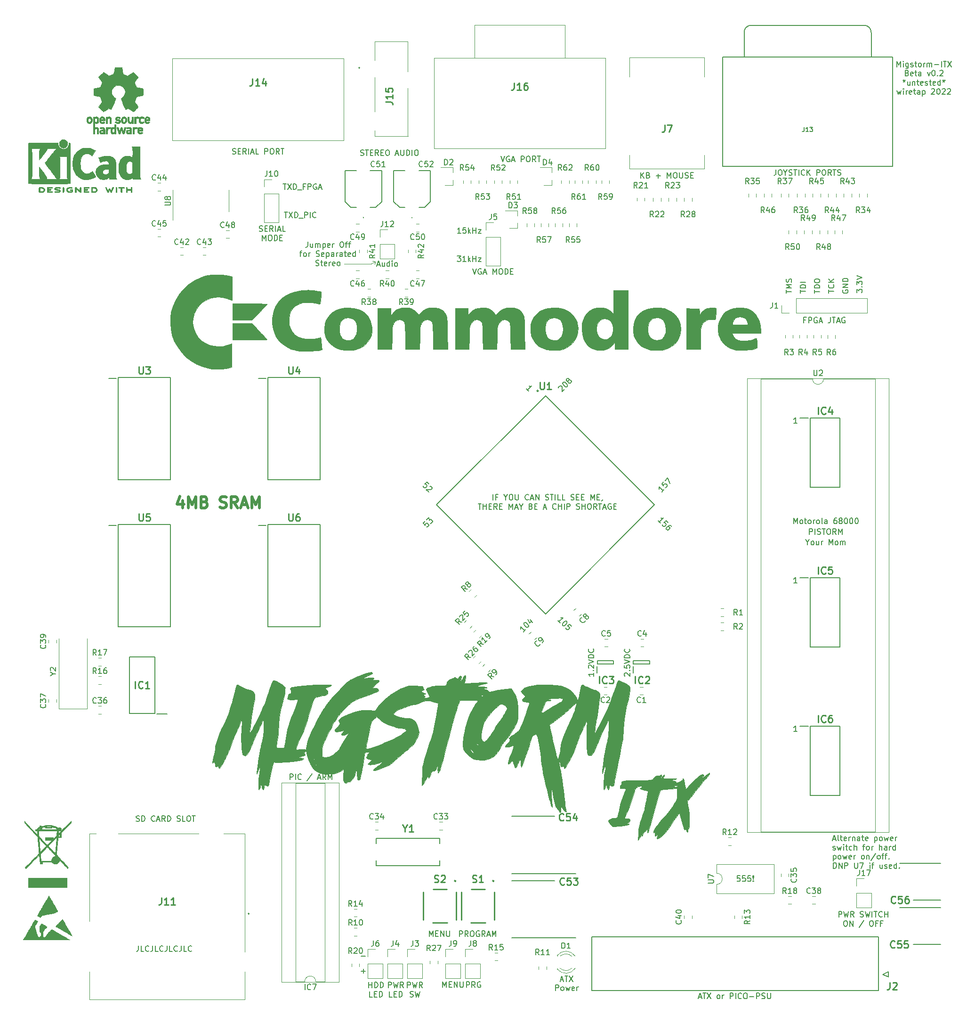
<source format=gbr>
%TF.GenerationSoftware,KiCad,Pcbnew,(5.1.6)-1*%
%TF.CreationDate,2022-06-23T16:10:57-04:00*%
%TF.ProjectId,MigStorm-ITX,4d696753-746f-4726-9d2d-4954582e6b69,rev?*%
%TF.SameCoordinates,Original*%
%TF.FileFunction,Legend,Top*%
%TF.FilePolarity,Positive*%
%FSLAX46Y46*%
G04 Gerber Fmt 4.6, Leading zero omitted, Abs format (unit mm)*
G04 Created by KiCad (PCBNEW (5.1.6)-1) date 2022-06-23 16:10:57*
%MOMM*%
%LPD*%
G01*
G04 APERTURE LIST*
%ADD10C,0.150000*%
%ADD11C,0.120000*%
%ADD12C,0.500000*%
%ADD13C,0.010000*%
%ADD14C,0.200000*%
%ADD15C,0.127000*%
%ADD16C,0.100000*%
%ADD17C,0.254000*%
%ADD18C,0.250000*%
G04 APERTURE END LIST*
D10*
X149812952Y-216876380D02*
X149812952Y-217590666D01*
X149765333Y-217733523D01*
X149670095Y-217828761D01*
X149527238Y-217876380D01*
X149432000Y-217876380D01*
X150765333Y-217876380D02*
X150289142Y-217876380D01*
X150289142Y-216876380D01*
X151670095Y-217781142D02*
X151622476Y-217828761D01*
X151479619Y-217876380D01*
X151384380Y-217876380D01*
X151241523Y-217828761D01*
X151146285Y-217733523D01*
X151098666Y-217638285D01*
X151051047Y-217447809D01*
X151051047Y-217304952D01*
X151098666Y-217114476D01*
X151146285Y-217019238D01*
X151241523Y-216924000D01*
X151384380Y-216876380D01*
X151479619Y-216876380D01*
X151622476Y-216924000D01*
X151670095Y-216971619D01*
X152384380Y-216876380D02*
X152384380Y-217590666D01*
X152336761Y-217733523D01*
X152241523Y-217828761D01*
X152098666Y-217876380D01*
X152003428Y-217876380D01*
X153336761Y-217876380D02*
X152860571Y-217876380D01*
X152860571Y-216876380D01*
X154241523Y-217781142D02*
X154193904Y-217828761D01*
X154051047Y-217876380D01*
X153955809Y-217876380D01*
X153812952Y-217828761D01*
X153717714Y-217733523D01*
X153670095Y-217638285D01*
X153622476Y-217447809D01*
X153622476Y-217304952D01*
X153670095Y-217114476D01*
X153717714Y-217019238D01*
X153812952Y-216924000D01*
X153955809Y-216876380D01*
X154051047Y-216876380D01*
X154193904Y-216924000D01*
X154241523Y-216971619D01*
X154955809Y-216876380D02*
X154955809Y-217590666D01*
X154908190Y-217733523D01*
X154812952Y-217828761D01*
X154670095Y-217876380D01*
X154574857Y-217876380D01*
X155908190Y-217876380D02*
X155432000Y-217876380D01*
X155432000Y-216876380D01*
X156812952Y-217781142D02*
X156765333Y-217828761D01*
X156622476Y-217876380D01*
X156527238Y-217876380D01*
X156384380Y-217828761D01*
X156289142Y-217733523D01*
X156241523Y-217638285D01*
X156193904Y-217447809D01*
X156193904Y-217304952D01*
X156241523Y-217114476D01*
X156289142Y-217019238D01*
X156384380Y-216924000D01*
X156527238Y-216876380D01*
X156622476Y-216876380D01*
X156765333Y-216924000D01*
X156812952Y-216971619D01*
X157527238Y-216876380D02*
X157527238Y-217590666D01*
X157479619Y-217733523D01*
X157384380Y-217828761D01*
X157241523Y-217876380D01*
X157146285Y-217876380D01*
X158479619Y-217876380D02*
X158003428Y-217876380D01*
X158003428Y-216876380D01*
X159384380Y-217781142D02*
X159336761Y-217828761D01*
X159193904Y-217876380D01*
X159098666Y-217876380D01*
X158955809Y-217828761D01*
X158860571Y-217733523D01*
X158812952Y-217638285D01*
X158765333Y-217447809D01*
X158765333Y-217304952D01*
X158812952Y-217114476D01*
X158860571Y-217019238D01*
X158955809Y-216924000D01*
X159098666Y-216876380D01*
X159193904Y-216876380D01*
X159336761Y-216924000D01*
X159384380Y-216971619D01*
X192730666Y-94527666D02*
X193206857Y-94527666D01*
X192635428Y-94813380D02*
X192968761Y-93813380D01*
X193302095Y-94813380D01*
X194064000Y-94146714D02*
X194064000Y-94813380D01*
X193635428Y-94146714D02*
X193635428Y-94670523D01*
X193683047Y-94765761D01*
X193778285Y-94813380D01*
X193921142Y-94813380D01*
X194016380Y-94765761D01*
X194064000Y-94718142D01*
X194968761Y-94813380D02*
X194968761Y-93813380D01*
X194968761Y-94765761D02*
X194873523Y-94813380D01*
X194683047Y-94813380D01*
X194587809Y-94765761D01*
X194540190Y-94718142D01*
X194492571Y-94622904D01*
X194492571Y-94337190D01*
X194540190Y-94241952D01*
X194587809Y-94194333D01*
X194683047Y-94146714D01*
X194873523Y-94146714D01*
X194968761Y-94194333D01*
X195444952Y-94813380D02*
X195444952Y-94146714D01*
X195444952Y-93813380D02*
X195397333Y-93861000D01*
X195444952Y-93908619D01*
X195492571Y-93861000D01*
X195444952Y-93813380D01*
X195444952Y-93908619D01*
X196064000Y-94813380D02*
X195968761Y-94765761D01*
X195921142Y-94718142D01*
X195873523Y-94622904D01*
X195873523Y-94337190D01*
X195921142Y-94241952D01*
X195968761Y-94194333D01*
X196064000Y-94146714D01*
X196206857Y-94146714D01*
X196302095Y-94194333D01*
X196349714Y-94241952D01*
X196397333Y-94337190D01*
X196397333Y-94622904D01*
X196349714Y-94718142D01*
X196302095Y-94765761D01*
X196206857Y-94813380D01*
X196064000Y-94813380D01*
X250548000Y-226099666D02*
X251024190Y-226099666D01*
X250452761Y-226385380D02*
X250786095Y-225385380D01*
X251119428Y-226385380D01*
X251309904Y-225385380D02*
X251881333Y-225385380D01*
X251595619Y-226385380D02*
X251595619Y-225385380D01*
X252119428Y-225385380D02*
X252786095Y-226385380D01*
X252786095Y-225385380D02*
X252119428Y-226385380D01*
X254071809Y-226385380D02*
X253976571Y-226337761D01*
X253928952Y-226290142D01*
X253881333Y-226194904D01*
X253881333Y-225909190D01*
X253928952Y-225813952D01*
X253976571Y-225766333D01*
X254071809Y-225718714D01*
X254214666Y-225718714D01*
X254309904Y-225766333D01*
X254357523Y-225813952D01*
X254405142Y-225909190D01*
X254405142Y-226194904D01*
X254357523Y-226290142D01*
X254309904Y-226337761D01*
X254214666Y-226385380D01*
X254071809Y-226385380D01*
X254833714Y-226385380D02*
X254833714Y-225718714D01*
X254833714Y-225909190D02*
X254881333Y-225813952D01*
X254928952Y-225766333D01*
X255024190Y-225718714D01*
X255119428Y-225718714D01*
X256214666Y-226385380D02*
X256214666Y-225385380D01*
X256595619Y-225385380D01*
X256690857Y-225433000D01*
X256738476Y-225480619D01*
X256786095Y-225575857D01*
X256786095Y-225718714D01*
X256738476Y-225813952D01*
X256690857Y-225861571D01*
X256595619Y-225909190D01*
X256214666Y-225909190D01*
X257214666Y-226385380D02*
X257214666Y-225385380D01*
X258262285Y-226290142D02*
X258214666Y-226337761D01*
X258071809Y-226385380D01*
X257976571Y-226385380D01*
X257833714Y-226337761D01*
X257738476Y-226242523D01*
X257690857Y-226147285D01*
X257643238Y-225956809D01*
X257643238Y-225813952D01*
X257690857Y-225623476D01*
X257738476Y-225528238D01*
X257833714Y-225433000D01*
X257976571Y-225385380D01*
X258071809Y-225385380D01*
X258214666Y-225433000D01*
X258262285Y-225480619D01*
X258881333Y-225385380D02*
X259071809Y-225385380D01*
X259167047Y-225433000D01*
X259262285Y-225528238D01*
X259309904Y-225718714D01*
X259309904Y-226052047D01*
X259262285Y-226242523D01*
X259167047Y-226337761D01*
X259071809Y-226385380D01*
X258881333Y-226385380D01*
X258786095Y-226337761D01*
X258690857Y-226242523D01*
X258643238Y-226052047D01*
X258643238Y-225718714D01*
X258690857Y-225528238D01*
X258786095Y-225433000D01*
X258881333Y-225385380D01*
X259738476Y-226004428D02*
X260500380Y-226004428D01*
X260976571Y-226385380D02*
X260976571Y-225385380D01*
X261357523Y-225385380D01*
X261452761Y-225433000D01*
X261500380Y-225480619D01*
X261548000Y-225575857D01*
X261548000Y-225718714D01*
X261500380Y-225813952D01*
X261452761Y-225861571D01*
X261357523Y-225909190D01*
X260976571Y-225909190D01*
X261928952Y-226337761D02*
X262071809Y-226385380D01*
X262309904Y-226385380D01*
X262405142Y-226337761D01*
X262452761Y-226290142D01*
X262500380Y-226194904D01*
X262500380Y-226099666D01*
X262452761Y-226004428D01*
X262405142Y-225956809D01*
X262309904Y-225909190D01*
X262119428Y-225861571D01*
X262024190Y-225813952D01*
X261976571Y-225766333D01*
X261928952Y-225671095D01*
X261928952Y-225575857D01*
X261976571Y-225480619D01*
X262024190Y-225433000D01*
X262119428Y-225385380D01*
X262357523Y-225385380D01*
X262500380Y-225433000D01*
X262928952Y-225385380D02*
X262928952Y-226194904D01*
X262976571Y-226290142D01*
X263024190Y-226337761D01*
X263119428Y-226385380D01*
X263309904Y-226385380D01*
X263405142Y-226337761D01*
X263452761Y-226290142D01*
X263500380Y-226194904D01*
X263500380Y-225385380D01*
X286226857Y-58937380D02*
X286226857Y-57937380D01*
X286560190Y-58651666D01*
X286893523Y-57937380D01*
X286893523Y-58937380D01*
X287369714Y-58937380D02*
X287369714Y-58270714D01*
X287369714Y-57937380D02*
X287322095Y-57985000D01*
X287369714Y-58032619D01*
X287417333Y-57985000D01*
X287369714Y-57937380D01*
X287369714Y-58032619D01*
X288274476Y-58270714D02*
X288274476Y-59080238D01*
X288226857Y-59175476D01*
X288179238Y-59223095D01*
X288084000Y-59270714D01*
X287941142Y-59270714D01*
X287845904Y-59223095D01*
X288274476Y-58889761D02*
X288179238Y-58937380D01*
X287988761Y-58937380D01*
X287893523Y-58889761D01*
X287845904Y-58842142D01*
X287798285Y-58746904D01*
X287798285Y-58461190D01*
X287845904Y-58365952D01*
X287893523Y-58318333D01*
X287988761Y-58270714D01*
X288179238Y-58270714D01*
X288274476Y-58318333D01*
X288703047Y-58889761D02*
X288798285Y-58937380D01*
X288988761Y-58937380D01*
X289084000Y-58889761D01*
X289131619Y-58794523D01*
X289131619Y-58746904D01*
X289084000Y-58651666D01*
X288988761Y-58604047D01*
X288845904Y-58604047D01*
X288750666Y-58556428D01*
X288703047Y-58461190D01*
X288703047Y-58413571D01*
X288750666Y-58318333D01*
X288845904Y-58270714D01*
X288988761Y-58270714D01*
X289084000Y-58318333D01*
X289417333Y-58270714D02*
X289798285Y-58270714D01*
X289560190Y-57937380D02*
X289560190Y-58794523D01*
X289607809Y-58889761D01*
X289703047Y-58937380D01*
X289798285Y-58937380D01*
X290274476Y-58937380D02*
X290179238Y-58889761D01*
X290131619Y-58842142D01*
X290084000Y-58746904D01*
X290084000Y-58461190D01*
X290131619Y-58365952D01*
X290179238Y-58318333D01*
X290274476Y-58270714D01*
X290417333Y-58270714D01*
X290512571Y-58318333D01*
X290560190Y-58365952D01*
X290607809Y-58461190D01*
X290607809Y-58746904D01*
X290560190Y-58842142D01*
X290512571Y-58889761D01*
X290417333Y-58937380D01*
X290274476Y-58937380D01*
X291036380Y-58937380D02*
X291036380Y-58270714D01*
X291036380Y-58461190D02*
X291084000Y-58365952D01*
X291131619Y-58318333D01*
X291226857Y-58270714D01*
X291322095Y-58270714D01*
X291655428Y-58937380D02*
X291655428Y-58270714D01*
X291655428Y-58365952D02*
X291703047Y-58318333D01*
X291798285Y-58270714D01*
X291941142Y-58270714D01*
X292036380Y-58318333D01*
X292084000Y-58413571D01*
X292084000Y-58937380D01*
X292084000Y-58413571D02*
X292131619Y-58318333D01*
X292226857Y-58270714D01*
X292369714Y-58270714D01*
X292464952Y-58318333D01*
X292512571Y-58413571D01*
X292512571Y-58937380D01*
X292988761Y-58556428D02*
X293750666Y-58556428D01*
X294226857Y-58937380D02*
X294226857Y-57937380D01*
X294560190Y-57937380D02*
X295131619Y-57937380D01*
X294845904Y-58937380D02*
X294845904Y-57937380D01*
X295369714Y-57937380D02*
X296036380Y-58937380D01*
X296036380Y-57937380D02*
X295369714Y-58937380D01*
X288036380Y-60063571D02*
X288179238Y-60111190D01*
X288226857Y-60158809D01*
X288274476Y-60254047D01*
X288274476Y-60396904D01*
X288226857Y-60492142D01*
X288179238Y-60539761D01*
X288084000Y-60587380D01*
X287703047Y-60587380D01*
X287703047Y-59587380D01*
X288036380Y-59587380D01*
X288131619Y-59635000D01*
X288179238Y-59682619D01*
X288226857Y-59777857D01*
X288226857Y-59873095D01*
X288179238Y-59968333D01*
X288131619Y-60015952D01*
X288036380Y-60063571D01*
X287703047Y-60063571D01*
X289084000Y-60539761D02*
X288988761Y-60587380D01*
X288798285Y-60587380D01*
X288703047Y-60539761D01*
X288655428Y-60444523D01*
X288655428Y-60063571D01*
X288703047Y-59968333D01*
X288798285Y-59920714D01*
X288988761Y-59920714D01*
X289084000Y-59968333D01*
X289131619Y-60063571D01*
X289131619Y-60158809D01*
X288655428Y-60254047D01*
X289417333Y-59920714D02*
X289798285Y-59920714D01*
X289560190Y-59587380D02*
X289560190Y-60444523D01*
X289607809Y-60539761D01*
X289703047Y-60587380D01*
X289798285Y-60587380D01*
X290560190Y-60587380D02*
X290560190Y-60063571D01*
X290512571Y-59968333D01*
X290417333Y-59920714D01*
X290226857Y-59920714D01*
X290131619Y-59968333D01*
X290560190Y-60539761D02*
X290464952Y-60587380D01*
X290226857Y-60587380D01*
X290131619Y-60539761D01*
X290084000Y-60444523D01*
X290084000Y-60349285D01*
X290131619Y-60254047D01*
X290226857Y-60206428D01*
X290464952Y-60206428D01*
X290560190Y-60158809D01*
X291703047Y-59920714D02*
X291941142Y-60587380D01*
X292179238Y-59920714D01*
X292750666Y-59587380D02*
X292845904Y-59587380D01*
X292941142Y-59635000D01*
X292988761Y-59682619D01*
X293036380Y-59777857D01*
X293084000Y-59968333D01*
X293084000Y-60206428D01*
X293036380Y-60396904D01*
X292988761Y-60492142D01*
X292941142Y-60539761D01*
X292845904Y-60587380D01*
X292750666Y-60587380D01*
X292655428Y-60539761D01*
X292607809Y-60492142D01*
X292560190Y-60396904D01*
X292512571Y-60206428D01*
X292512571Y-59968333D01*
X292560190Y-59777857D01*
X292607809Y-59682619D01*
X292655428Y-59635000D01*
X292750666Y-59587380D01*
X293512571Y-60492142D02*
X293560190Y-60539761D01*
X293512571Y-60587380D01*
X293464952Y-60539761D01*
X293512571Y-60492142D01*
X293512571Y-60587380D01*
X293941142Y-59682619D02*
X293988761Y-59635000D01*
X294084000Y-59587380D01*
X294322095Y-59587380D01*
X294417333Y-59635000D01*
X294464952Y-59682619D01*
X294512571Y-59777857D01*
X294512571Y-59873095D01*
X294464952Y-60015952D01*
X293893523Y-60587380D01*
X294512571Y-60587380D01*
X287512571Y-61237380D02*
X287512571Y-61475476D01*
X287274476Y-61380238D02*
X287512571Y-61475476D01*
X287750666Y-61380238D01*
X287369714Y-61665952D02*
X287512571Y-61475476D01*
X287655428Y-61665952D01*
X288560190Y-61570714D02*
X288560190Y-62237380D01*
X288131619Y-61570714D02*
X288131619Y-62094523D01*
X288179238Y-62189761D01*
X288274476Y-62237380D01*
X288417333Y-62237380D01*
X288512571Y-62189761D01*
X288560190Y-62142142D01*
X289036380Y-61570714D02*
X289036380Y-62237380D01*
X289036380Y-61665952D02*
X289084000Y-61618333D01*
X289179238Y-61570714D01*
X289322095Y-61570714D01*
X289417333Y-61618333D01*
X289464952Y-61713571D01*
X289464952Y-62237380D01*
X289798285Y-61570714D02*
X290179238Y-61570714D01*
X289941142Y-61237380D02*
X289941142Y-62094523D01*
X289988761Y-62189761D01*
X290084000Y-62237380D01*
X290179238Y-62237380D01*
X290893523Y-62189761D02*
X290798285Y-62237380D01*
X290607809Y-62237380D01*
X290512571Y-62189761D01*
X290464952Y-62094523D01*
X290464952Y-61713571D01*
X290512571Y-61618333D01*
X290607809Y-61570714D01*
X290798285Y-61570714D01*
X290893523Y-61618333D01*
X290941142Y-61713571D01*
X290941142Y-61808809D01*
X290464952Y-61904047D01*
X291322095Y-62189761D02*
X291417333Y-62237380D01*
X291607809Y-62237380D01*
X291703047Y-62189761D01*
X291750666Y-62094523D01*
X291750666Y-62046904D01*
X291703047Y-61951666D01*
X291607809Y-61904047D01*
X291464952Y-61904047D01*
X291369714Y-61856428D01*
X291322095Y-61761190D01*
X291322095Y-61713571D01*
X291369714Y-61618333D01*
X291464952Y-61570714D01*
X291607809Y-61570714D01*
X291703047Y-61618333D01*
X292036380Y-61570714D02*
X292417333Y-61570714D01*
X292179238Y-61237380D02*
X292179238Y-62094523D01*
X292226857Y-62189761D01*
X292322095Y-62237380D01*
X292417333Y-62237380D01*
X293131619Y-62189761D02*
X293036380Y-62237380D01*
X292845904Y-62237380D01*
X292750666Y-62189761D01*
X292703047Y-62094523D01*
X292703047Y-61713571D01*
X292750666Y-61618333D01*
X292845904Y-61570714D01*
X293036380Y-61570714D01*
X293131619Y-61618333D01*
X293179238Y-61713571D01*
X293179238Y-61808809D01*
X292703047Y-61904047D01*
X294036380Y-62237380D02*
X294036380Y-61237380D01*
X294036380Y-62189761D02*
X293941142Y-62237380D01*
X293750666Y-62237380D01*
X293655428Y-62189761D01*
X293607809Y-62142142D01*
X293560190Y-62046904D01*
X293560190Y-61761190D01*
X293607809Y-61665952D01*
X293655428Y-61618333D01*
X293750666Y-61570714D01*
X293941142Y-61570714D01*
X294036380Y-61618333D01*
X294655428Y-61237380D02*
X294655428Y-61475476D01*
X294417333Y-61380238D02*
X294655428Y-61475476D01*
X294893523Y-61380238D01*
X294512571Y-61665952D02*
X294655428Y-61475476D01*
X294798285Y-61665952D01*
X286250666Y-63220714D02*
X286441142Y-63887380D01*
X286631619Y-63411190D01*
X286822095Y-63887380D01*
X287012571Y-63220714D01*
X287393523Y-63887380D02*
X287393523Y-63220714D01*
X287393523Y-62887380D02*
X287345904Y-62935000D01*
X287393523Y-62982619D01*
X287441142Y-62935000D01*
X287393523Y-62887380D01*
X287393523Y-62982619D01*
X287869714Y-63887380D02*
X287869714Y-63220714D01*
X287869714Y-63411190D02*
X287917333Y-63315952D01*
X287964952Y-63268333D01*
X288060190Y-63220714D01*
X288155428Y-63220714D01*
X288869714Y-63839761D02*
X288774476Y-63887380D01*
X288584000Y-63887380D01*
X288488761Y-63839761D01*
X288441142Y-63744523D01*
X288441142Y-63363571D01*
X288488761Y-63268333D01*
X288584000Y-63220714D01*
X288774476Y-63220714D01*
X288869714Y-63268333D01*
X288917333Y-63363571D01*
X288917333Y-63458809D01*
X288441142Y-63554047D01*
X289203047Y-63220714D02*
X289584000Y-63220714D01*
X289345904Y-62887380D02*
X289345904Y-63744523D01*
X289393523Y-63839761D01*
X289488761Y-63887380D01*
X289584000Y-63887380D01*
X290345904Y-63887380D02*
X290345904Y-63363571D01*
X290298285Y-63268333D01*
X290203047Y-63220714D01*
X290012571Y-63220714D01*
X289917333Y-63268333D01*
X290345904Y-63839761D02*
X290250666Y-63887380D01*
X290012571Y-63887380D01*
X289917333Y-63839761D01*
X289869714Y-63744523D01*
X289869714Y-63649285D01*
X289917333Y-63554047D01*
X290012571Y-63506428D01*
X290250666Y-63506428D01*
X290345904Y-63458809D01*
X290822095Y-63220714D02*
X290822095Y-64220714D01*
X290822095Y-63268333D02*
X290917333Y-63220714D01*
X291107809Y-63220714D01*
X291203047Y-63268333D01*
X291250666Y-63315952D01*
X291298285Y-63411190D01*
X291298285Y-63696904D01*
X291250666Y-63792142D01*
X291203047Y-63839761D01*
X291107809Y-63887380D01*
X290917333Y-63887380D01*
X290822095Y-63839761D01*
X292441142Y-62982619D02*
X292488761Y-62935000D01*
X292584000Y-62887380D01*
X292822095Y-62887380D01*
X292917333Y-62935000D01*
X292964952Y-62982619D01*
X293012571Y-63077857D01*
X293012571Y-63173095D01*
X292964952Y-63315952D01*
X292393523Y-63887380D01*
X293012571Y-63887380D01*
X293631619Y-62887380D02*
X293726857Y-62887380D01*
X293822095Y-62935000D01*
X293869714Y-62982619D01*
X293917333Y-63077857D01*
X293964952Y-63268333D01*
X293964952Y-63506428D01*
X293917333Y-63696904D01*
X293869714Y-63792142D01*
X293822095Y-63839761D01*
X293726857Y-63887380D01*
X293631619Y-63887380D01*
X293536380Y-63839761D01*
X293488761Y-63792142D01*
X293441142Y-63696904D01*
X293393523Y-63506428D01*
X293393523Y-63268333D01*
X293441142Y-63077857D01*
X293488761Y-62982619D01*
X293536380Y-62935000D01*
X293631619Y-62887380D01*
X294345904Y-62982619D02*
X294393523Y-62935000D01*
X294488761Y-62887380D01*
X294726857Y-62887380D01*
X294822095Y-62935000D01*
X294869714Y-62982619D01*
X294917333Y-63077857D01*
X294917333Y-63173095D01*
X294869714Y-63315952D01*
X294298285Y-63887380D01*
X294917333Y-63887380D01*
X295298285Y-62982619D02*
X295345904Y-62935000D01*
X295441142Y-62887380D01*
X295679238Y-62887380D01*
X295774476Y-62935000D01*
X295822095Y-62982619D01*
X295869714Y-63077857D01*
X295869714Y-63173095D01*
X295822095Y-63315952D01*
X295250666Y-63887380D01*
X295869714Y-63887380D01*
X258000619Y-204303380D02*
X257524428Y-204303380D01*
X257476809Y-204779571D01*
X257524428Y-204731952D01*
X257619666Y-204684333D01*
X257857761Y-204684333D01*
X257953000Y-204731952D01*
X258000619Y-204779571D01*
X258048238Y-204874809D01*
X258048238Y-205112904D01*
X258000619Y-205208142D01*
X257953000Y-205255761D01*
X257857761Y-205303380D01*
X257619666Y-205303380D01*
X257524428Y-205255761D01*
X257476809Y-205208142D01*
X258953000Y-204303380D02*
X258476809Y-204303380D01*
X258429190Y-204779571D01*
X258476809Y-204731952D01*
X258572047Y-204684333D01*
X258810142Y-204684333D01*
X258905380Y-204731952D01*
X258953000Y-204779571D01*
X259000619Y-204874809D01*
X259000619Y-205112904D01*
X258953000Y-205208142D01*
X258905380Y-205255761D01*
X258810142Y-205303380D01*
X258572047Y-205303380D01*
X258476809Y-205255761D01*
X258429190Y-205208142D01*
X259905380Y-204303380D02*
X259429190Y-204303380D01*
X259381571Y-204779571D01*
X259429190Y-204731952D01*
X259524428Y-204684333D01*
X259762523Y-204684333D01*
X259857761Y-204731952D01*
X259905380Y-204779571D01*
X259953000Y-204874809D01*
X259953000Y-205112904D01*
X259905380Y-205208142D01*
X259857761Y-205255761D01*
X259762523Y-205303380D01*
X259524428Y-205303380D01*
X259429190Y-205255761D01*
X259381571Y-205208142D01*
X260381571Y-205208142D02*
X260429190Y-205255761D01*
X260381571Y-205303380D01*
X260333952Y-205255761D01*
X260381571Y-205208142D01*
X260381571Y-205303380D01*
X260381571Y-204922428D02*
X260333952Y-204351000D01*
X260381571Y-204303380D01*
X260429190Y-204351000D01*
X260381571Y-204922428D01*
X260381571Y-204303380D01*
X274734976Y-197716666D02*
X275211166Y-197716666D01*
X274639738Y-198002380D02*
X274973071Y-197002380D01*
X275306404Y-198002380D01*
X275782595Y-198002380D02*
X275687357Y-197954761D01*
X275639738Y-197859523D01*
X275639738Y-197002380D01*
X276020690Y-197335714D02*
X276401642Y-197335714D01*
X276163547Y-197002380D02*
X276163547Y-197859523D01*
X276211166Y-197954761D01*
X276306404Y-198002380D01*
X276401642Y-198002380D01*
X277115928Y-197954761D02*
X277020690Y-198002380D01*
X276830214Y-198002380D01*
X276734976Y-197954761D01*
X276687357Y-197859523D01*
X276687357Y-197478571D01*
X276734976Y-197383333D01*
X276830214Y-197335714D01*
X277020690Y-197335714D01*
X277115928Y-197383333D01*
X277163547Y-197478571D01*
X277163547Y-197573809D01*
X276687357Y-197669047D01*
X277592119Y-198002380D02*
X277592119Y-197335714D01*
X277592119Y-197526190D02*
X277639738Y-197430952D01*
X277687357Y-197383333D01*
X277782595Y-197335714D01*
X277877833Y-197335714D01*
X278211166Y-197335714D02*
X278211166Y-198002380D01*
X278211166Y-197430952D02*
X278258785Y-197383333D01*
X278354023Y-197335714D01*
X278496880Y-197335714D01*
X278592119Y-197383333D01*
X278639738Y-197478571D01*
X278639738Y-198002380D01*
X279544500Y-198002380D02*
X279544500Y-197478571D01*
X279496880Y-197383333D01*
X279401642Y-197335714D01*
X279211166Y-197335714D01*
X279115928Y-197383333D01*
X279544500Y-197954761D02*
X279449261Y-198002380D01*
X279211166Y-198002380D01*
X279115928Y-197954761D01*
X279068309Y-197859523D01*
X279068309Y-197764285D01*
X279115928Y-197669047D01*
X279211166Y-197621428D01*
X279449261Y-197621428D01*
X279544500Y-197573809D01*
X279877833Y-197335714D02*
X280258785Y-197335714D01*
X280020690Y-197002380D02*
X280020690Y-197859523D01*
X280068309Y-197954761D01*
X280163547Y-198002380D01*
X280258785Y-198002380D01*
X280973071Y-197954761D02*
X280877833Y-198002380D01*
X280687357Y-198002380D01*
X280592119Y-197954761D01*
X280544500Y-197859523D01*
X280544500Y-197478571D01*
X280592119Y-197383333D01*
X280687357Y-197335714D01*
X280877833Y-197335714D01*
X280973071Y-197383333D01*
X281020690Y-197478571D01*
X281020690Y-197573809D01*
X280544500Y-197669047D01*
X282211166Y-197335714D02*
X282211166Y-198335714D01*
X282211166Y-197383333D02*
X282306404Y-197335714D01*
X282496880Y-197335714D01*
X282592119Y-197383333D01*
X282639738Y-197430952D01*
X282687357Y-197526190D01*
X282687357Y-197811904D01*
X282639738Y-197907142D01*
X282592119Y-197954761D01*
X282496880Y-198002380D01*
X282306404Y-198002380D01*
X282211166Y-197954761D01*
X283258785Y-198002380D02*
X283163547Y-197954761D01*
X283115928Y-197907142D01*
X283068309Y-197811904D01*
X283068309Y-197526190D01*
X283115928Y-197430952D01*
X283163547Y-197383333D01*
X283258785Y-197335714D01*
X283401642Y-197335714D01*
X283496880Y-197383333D01*
X283544500Y-197430952D01*
X283592119Y-197526190D01*
X283592119Y-197811904D01*
X283544500Y-197907142D01*
X283496880Y-197954761D01*
X283401642Y-198002380D01*
X283258785Y-198002380D01*
X283925452Y-197335714D02*
X284115928Y-198002380D01*
X284306404Y-197526190D01*
X284496880Y-198002380D01*
X284687357Y-197335714D01*
X285449261Y-197954761D02*
X285354023Y-198002380D01*
X285163547Y-198002380D01*
X285068309Y-197954761D01*
X285020690Y-197859523D01*
X285020690Y-197478571D01*
X285068309Y-197383333D01*
X285163547Y-197335714D01*
X285354023Y-197335714D01*
X285449261Y-197383333D01*
X285496880Y-197478571D01*
X285496880Y-197573809D01*
X285020690Y-197669047D01*
X285925452Y-198002380D02*
X285925452Y-197335714D01*
X285925452Y-197526190D02*
X285973071Y-197430952D01*
X286020690Y-197383333D01*
X286115928Y-197335714D01*
X286211166Y-197335714D01*
X274734976Y-199604761D02*
X274830214Y-199652380D01*
X275020690Y-199652380D01*
X275115928Y-199604761D01*
X275163547Y-199509523D01*
X275163547Y-199461904D01*
X275115928Y-199366666D01*
X275020690Y-199319047D01*
X274877833Y-199319047D01*
X274782595Y-199271428D01*
X274734976Y-199176190D01*
X274734976Y-199128571D01*
X274782595Y-199033333D01*
X274877833Y-198985714D01*
X275020690Y-198985714D01*
X275115928Y-199033333D01*
X275496880Y-198985714D02*
X275687357Y-199652380D01*
X275877833Y-199176190D01*
X276068309Y-199652380D01*
X276258785Y-198985714D01*
X276639738Y-199652380D02*
X276639738Y-198985714D01*
X276639738Y-198652380D02*
X276592119Y-198700000D01*
X276639738Y-198747619D01*
X276687357Y-198700000D01*
X276639738Y-198652380D01*
X276639738Y-198747619D01*
X276973071Y-198985714D02*
X277354023Y-198985714D01*
X277115928Y-198652380D02*
X277115928Y-199509523D01*
X277163547Y-199604761D01*
X277258785Y-199652380D01*
X277354023Y-199652380D01*
X278115928Y-199604761D02*
X278020690Y-199652380D01*
X277830214Y-199652380D01*
X277734976Y-199604761D01*
X277687357Y-199557142D01*
X277639738Y-199461904D01*
X277639738Y-199176190D01*
X277687357Y-199080952D01*
X277734976Y-199033333D01*
X277830214Y-198985714D01*
X278020690Y-198985714D01*
X278115928Y-199033333D01*
X278544500Y-199652380D02*
X278544500Y-198652380D01*
X278973071Y-199652380D02*
X278973071Y-199128571D01*
X278925452Y-199033333D01*
X278830214Y-198985714D01*
X278687357Y-198985714D01*
X278592119Y-199033333D01*
X278544500Y-199080952D01*
X280068309Y-198985714D02*
X280449261Y-198985714D01*
X280211166Y-199652380D02*
X280211166Y-198795238D01*
X280258785Y-198700000D01*
X280354023Y-198652380D01*
X280449261Y-198652380D01*
X280925452Y-199652380D02*
X280830214Y-199604761D01*
X280782595Y-199557142D01*
X280734976Y-199461904D01*
X280734976Y-199176190D01*
X280782595Y-199080952D01*
X280830214Y-199033333D01*
X280925452Y-198985714D01*
X281068309Y-198985714D01*
X281163547Y-199033333D01*
X281211166Y-199080952D01*
X281258785Y-199176190D01*
X281258785Y-199461904D01*
X281211166Y-199557142D01*
X281163547Y-199604761D01*
X281068309Y-199652380D01*
X280925452Y-199652380D01*
X281687357Y-199652380D02*
X281687357Y-198985714D01*
X281687357Y-199176190D02*
X281734976Y-199080952D01*
X281782595Y-199033333D01*
X281877833Y-198985714D01*
X281973071Y-198985714D01*
X283068309Y-199652380D02*
X283068309Y-198652380D01*
X283496880Y-199652380D02*
X283496880Y-199128571D01*
X283449261Y-199033333D01*
X283354023Y-198985714D01*
X283211166Y-198985714D01*
X283115928Y-199033333D01*
X283068309Y-199080952D01*
X284401642Y-199652380D02*
X284401642Y-199128571D01*
X284354023Y-199033333D01*
X284258785Y-198985714D01*
X284068309Y-198985714D01*
X283973071Y-199033333D01*
X284401642Y-199604761D02*
X284306404Y-199652380D01*
X284068309Y-199652380D01*
X283973071Y-199604761D01*
X283925452Y-199509523D01*
X283925452Y-199414285D01*
X283973071Y-199319047D01*
X284068309Y-199271428D01*
X284306404Y-199271428D01*
X284401642Y-199223809D01*
X284877833Y-199652380D02*
X284877833Y-198985714D01*
X284877833Y-199176190D02*
X284925452Y-199080952D01*
X284973071Y-199033333D01*
X285068309Y-198985714D01*
X285163547Y-198985714D01*
X285925452Y-199652380D02*
X285925452Y-198652380D01*
X285925452Y-199604761D02*
X285830214Y-199652380D01*
X285639738Y-199652380D01*
X285544500Y-199604761D01*
X285496880Y-199557142D01*
X285449261Y-199461904D01*
X285449261Y-199176190D01*
X285496880Y-199080952D01*
X285544500Y-199033333D01*
X285639738Y-198985714D01*
X285830214Y-198985714D01*
X285925452Y-199033333D01*
X274782595Y-200635714D02*
X274782595Y-201635714D01*
X274782595Y-200683333D02*
X274877833Y-200635714D01*
X275068309Y-200635714D01*
X275163547Y-200683333D01*
X275211166Y-200730952D01*
X275258785Y-200826190D01*
X275258785Y-201111904D01*
X275211166Y-201207142D01*
X275163547Y-201254761D01*
X275068309Y-201302380D01*
X274877833Y-201302380D01*
X274782595Y-201254761D01*
X275830214Y-201302380D02*
X275734976Y-201254761D01*
X275687357Y-201207142D01*
X275639738Y-201111904D01*
X275639738Y-200826190D01*
X275687357Y-200730952D01*
X275734976Y-200683333D01*
X275830214Y-200635714D01*
X275973071Y-200635714D01*
X276068309Y-200683333D01*
X276115928Y-200730952D01*
X276163547Y-200826190D01*
X276163547Y-201111904D01*
X276115928Y-201207142D01*
X276068309Y-201254761D01*
X275973071Y-201302380D01*
X275830214Y-201302380D01*
X276496880Y-200635714D02*
X276687357Y-201302380D01*
X276877833Y-200826190D01*
X277068309Y-201302380D01*
X277258785Y-200635714D01*
X278020690Y-201254761D02*
X277925452Y-201302380D01*
X277734976Y-201302380D01*
X277639738Y-201254761D01*
X277592119Y-201159523D01*
X277592119Y-200778571D01*
X277639738Y-200683333D01*
X277734976Y-200635714D01*
X277925452Y-200635714D01*
X278020690Y-200683333D01*
X278068309Y-200778571D01*
X278068309Y-200873809D01*
X277592119Y-200969047D01*
X278496880Y-201302380D02*
X278496880Y-200635714D01*
X278496880Y-200826190D02*
X278544500Y-200730952D01*
X278592119Y-200683333D01*
X278687357Y-200635714D01*
X278782595Y-200635714D01*
X280020690Y-201302380D02*
X279925452Y-201254761D01*
X279877833Y-201207142D01*
X279830214Y-201111904D01*
X279830214Y-200826190D01*
X279877833Y-200730952D01*
X279925452Y-200683333D01*
X280020690Y-200635714D01*
X280163547Y-200635714D01*
X280258785Y-200683333D01*
X280306404Y-200730952D01*
X280354023Y-200826190D01*
X280354023Y-201111904D01*
X280306404Y-201207142D01*
X280258785Y-201254761D01*
X280163547Y-201302380D01*
X280020690Y-201302380D01*
X280782595Y-200635714D02*
X280782595Y-201302380D01*
X280782595Y-200730952D02*
X280830214Y-200683333D01*
X280925452Y-200635714D01*
X281068309Y-200635714D01*
X281163547Y-200683333D01*
X281211166Y-200778571D01*
X281211166Y-201302380D01*
X282401642Y-200254761D02*
X281544500Y-201540476D01*
X282877833Y-201302380D02*
X282782595Y-201254761D01*
X282734976Y-201207142D01*
X282687357Y-201111904D01*
X282687357Y-200826190D01*
X282734976Y-200730952D01*
X282782595Y-200683333D01*
X282877833Y-200635714D01*
X283020690Y-200635714D01*
X283115928Y-200683333D01*
X283163547Y-200730952D01*
X283211166Y-200826190D01*
X283211166Y-201111904D01*
X283163547Y-201207142D01*
X283115928Y-201254761D01*
X283020690Y-201302380D01*
X282877833Y-201302380D01*
X283496880Y-200635714D02*
X283877833Y-200635714D01*
X283639738Y-201302380D02*
X283639738Y-200445238D01*
X283687357Y-200350000D01*
X283782595Y-200302380D01*
X283877833Y-200302380D01*
X284068309Y-200635714D02*
X284449261Y-200635714D01*
X284211166Y-201302380D02*
X284211166Y-200445238D01*
X284258785Y-200350000D01*
X284354023Y-200302380D01*
X284449261Y-200302380D01*
X284782595Y-201207142D02*
X284830214Y-201254761D01*
X284782595Y-201302380D01*
X284734976Y-201254761D01*
X284782595Y-201207142D01*
X284782595Y-201302380D01*
X274782595Y-202952380D02*
X274782595Y-201952380D01*
X275020690Y-201952380D01*
X275163547Y-202000000D01*
X275258785Y-202095238D01*
X275306404Y-202190476D01*
X275354023Y-202380952D01*
X275354023Y-202523809D01*
X275306404Y-202714285D01*
X275258785Y-202809523D01*
X275163547Y-202904761D01*
X275020690Y-202952380D01*
X274782595Y-202952380D01*
X275782595Y-202952380D02*
X275782595Y-201952380D01*
X276354023Y-202952380D01*
X276354023Y-201952380D01*
X276830214Y-202952380D02*
X276830214Y-201952380D01*
X277211166Y-201952380D01*
X277306404Y-202000000D01*
X277354023Y-202047619D01*
X277401642Y-202142857D01*
X277401642Y-202285714D01*
X277354023Y-202380952D01*
X277306404Y-202428571D01*
X277211166Y-202476190D01*
X276830214Y-202476190D01*
X278592119Y-201952380D02*
X278592119Y-202761904D01*
X278639738Y-202857142D01*
X278687357Y-202904761D01*
X278782595Y-202952380D01*
X278973071Y-202952380D01*
X279068309Y-202904761D01*
X279115928Y-202857142D01*
X279163547Y-202761904D01*
X279163547Y-201952380D01*
X279544500Y-201952380D02*
X280211166Y-201952380D01*
X279782595Y-202952380D01*
X281354023Y-202952380D02*
X281354023Y-202285714D01*
X281354023Y-201952380D02*
X281306404Y-202000000D01*
X281354023Y-202047619D01*
X281401642Y-202000000D01*
X281354023Y-201952380D01*
X281354023Y-202047619D01*
X281687357Y-202285714D02*
X282068309Y-202285714D01*
X281830214Y-202952380D02*
X281830214Y-202095238D01*
X281877833Y-202000000D01*
X281973071Y-201952380D01*
X282068309Y-201952380D01*
X283592119Y-202285714D02*
X283592119Y-202952380D01*
X283163547Y-202285714D02*
X283163547Y-202809523D01*
X283211166Y-202904761D01*
X283306404Y-202952380D01*
X283449261Y-202952380D01*
X283544500Y-202904761D01*
X283592119Y-202857142D01*
X284020690Y-202904761D02*
X284115928Y-202952380D01*
X284306404Y-202952380D01*
X284401642Y-202904761D01*
X284449261Y-202809523D01*
X284449261Y-202761904D01*
X284401642Y-202666666D01*
X284306404Y-202619047D01*
X284163547Y-202619047D01*
X284068309Y-202571428D01*
X284020690Y-202476190D01*
X284020690Y-202428571D01*
X284068309Y-202333333D01*
X284163547Y-202285714D01*
X284306404Y-202285714D01*
X284401642Y-202333333D01*
X285258785Y-202904761D02*
X285163547Y-202952380D01*
X284973071Y-202952380D01*
X284877833Y-202904761D01*
X284830214Y-202809523D01*
X284830214Y-202428571D01*
X284877833Y-202333333D01*
X284973071Y-202285714D01*
X285163547Y-202285714D01*
X285258785Y-202333333D01*
X285306404Y-202428571D01*
X285306404Y-202523809D01*
X284830214Y-202619047D01*
X286163547Y-202952380D02*
X286163547Y-201952380D01*
X286163547Y-202904761D02*
X286068309Y-202952380D01*
X285877833Y-202952380D01*
X285782595Y-202904761D01*
X285734976Y-202857142D01*
X285687357Y-202761904D01*
X285687357Y-202476190D01*
X285734976Y-202380952D01*
X285782595Y-202333333D01*
X285877833Y-202285714D01*
X286068309Y-202285714D01*
X286163547Y-202333333D01*
X286639738Y-202857142D02*
X286687357Y-202904761D01*
X286639738Y-202952380D01*
X286592119Y-202904761D01*
X286639738Y-202857142D01*
X286639738Y-202952380D01*
X275757238Y-211717380D02*
X275757238Y-210717380D01*
X276138190Y-210717380D01*
X276233428Y-210765000D01*
X276281047Y-210812619D01*
X276328666Y-210907857D01*
X276328666Y-211050714D01*
X276281047Y-211145952D01*
X276233428Y-211193571D01*
X276138190Y-211241190D01*
X275757238Y-211241190D01*
X276662000Y-210717380D02*
X276900095Y-211717380D01*
X277090571Y-211003095D01*
X277281047Y-211717380D01*
X277519142Y-210717380D01*
X278471523Y-211717380D02*
X278138190Y-211241190D01*
X277900095Y-211717380D02*
X277900095Y-210717380D01*
X278281047Y-210717380D01*
X278376285Y-210765000D01*
X278423904Y-210812619D01*
X278471523Y-210907857D01*
X278471523Y-211050714D01*
X278423904Y-211145952D01*
X278376285Y-211193571D01*
X278281047Y-211241190D01*
X277900095Y-211241190D01*
X279614380Y-211669761D02*
X279757238Y-211717380D01*
X279995333Y-211717380D01*
X280090571Y-211669761D01*
X280138190Y-211622142D01*
X280185809Y-211526904D01*
X280185809Y-211431666D01*
X280138190Y-211336428D01*
X280090571Y-211288809D01*
X279995333Y-211241190D01*
X279804857Y-211193571D01*
X279709619Y-211145952D01*
X279662000Y-211098333D01*
X279614380Y-211003095D01*
X279614380Y-210907857D01*
X279662000Y-210812619D01*
X279709619Y-210765000D01*
X279804857Y-210717380D01*
X280042952Y-210717380D01*
X280185809Y-210765000D01*
X280519142Y-210717380D02*
X280757238Y-211717380D01*
X280947714Y-211003095D01*
X281138190Y-211717380D01*
X281376285Y-210717380D01*
X281757238Y-211717380D02*
X281757238Y-210717380D01*
X282090571Y-210717380D02*
X282662000Y-210717380D01*
X282376285Y-211717380D02*
X282376285Y-210717380D01*
X283566761Y-211622142D02*
X283519142Y-211669761D01*
X283376285Y-211717380D01*
X283281047Y-211717380D01*
X283138190Y-211669761D01*
X283042952Y-211574523D01*
X282995333Y-211479285D01*
X282947714Y-211288809D01*
X282947714Y-211145952D01*
X282995333Y-210955476D01*
X283042952Y-210860238D01*
X283138190Y-210765000D01*
X283281047Y-210717380D01*
X283376285Y-210717380D01*
X283519142Y-210765000D01*
X283566761Y-210812619D01*
X283995333Y-211717380D02*
X283995333Y-210717380D01*
X283995333Y-211193571D02*
X284566761Y-211193571D01*
X284566761Y-211717380D02*
X284566761Y-210717380D01*
X276876285Y-212367380D02*
X277066761Y-212367380D01*
X277162000Y-212415000D01*
X277257238Y-212510238D01*
X277304857Y-212700714D01*
X277304857Y-213034047D01*
X277257238Y-213224523D01*
X277162000Y-213319761D01*
X277066761Y-213367380D01*
X276876285Y-213367380D01*
X276781047Y-213319761D01*
X276685809Y-213224523D01*
X276638190Y-213034047D01*
X276638190Y-212700714D01*
X276685809Y-212510238D01*
X276781047Y-212415000D01*
X276876285Y-212367380D01*
X277733428Y-213367380D02*
X277733428Y-212367380D01*
X278304857Y-213367380D01*
X278304857Y-212367380D01*
X280257238Y-212319761D02*
X279400095Y-213605476D01*
X281542952Y-212367380D02*
X281733428Y-212367380D01*
X281828666Y-212415000D01*
X281923904Y-212510238D01*
X281971523Y-212700714D01*
X281971523Y-213034047D01*
X281923904Y-213224523D01*
X281828666Y-213319761D01*
X281733428Y-213367380D01*
X281542952Y-213367380D01*
X281447714Y-213319761D01*
X281352476Y-213224523D01*
X281304857Y-213034047D01*
X281304857Y-212700714D01*
X281352476Y-212510238D01*
X281447714Y-212415000D01*
X281542952Y-212367380D01*
X282733428Y-212843571D02*
X282400095Y-212843571D01*
X282400095Y-213367380D02*
X282400095Y-212367380D01*
X282876285Y-212367380D01*
X283590571Y-212843571D02*
X283257238Y-212843571D01*
X283257238Y-213367380D02*
X283257238Y-212367380D01*
X283733428Y-212367380D01*
X177062285Y-187015380D02*
X177062285Y-186015380D01*
X177443238Y-186015380D01*
X177538476Y-186063000D01*
X177586095Y-186110619D01*
X177633714Y-186205857D01*
X177633714Y-186348714D01*
X177586095Y-186443952D01*
X177538476Y-186491571D01*
X177443238Y-186539190D01*
X177062285Y-186539190D01*
X178062285Y-187015380D02*
X178062285Y-186015380D01*
X179109904Y-186920142D02*
X179062285Y-186967761D01*
X178919428Y-187015380D01*
X178824190Y-187015380D01*
X178681333Y-186967761D01*
X178586095Y-186872523D01*
X178538476Y-186777285D01*
X178490857Y-186586809D01*
X178490857Y-186443952D01*
X178538476Y-186253476D01*
X178586095Y-186158238D01*
X178681333Y-186063000D01*
X178824190Y-186015380D01*
X178919428Y-186015380D01*
X179062285Y-186063000D01*
X179109904Y-186110619D01*
X181014666Y-185967761D02*
X180157523Y-187253476D01*
X182062285Y-186729666D02*
X182538476Y-186729666D01*
X181967047Y-187015380D02*
X182300380Y-186015380D01*
X182633714Y-187015380D01*
X183538476Y-187015380D02*
X183205142Y-186539190D01*
X182967047Y-187015380D02*
X182967047Y-186015380D01*
X183348000Y-186015380D01*
X183443238Y-186063000D01*
X183490857Y-186110619D01*
X183538476Y-186205857D01*
X183538476Y-186348714D01*
X183490857Y-186443952D01*
X183443238Y-186491571D01*
X183348000Y-186539190D01*
X182967047Y-186539190D01*
X183967047Y-187015380D02*
X183967047Y-186015380D01*
X184300380Y-186729666D01*
X184633714Y-186015380D01*
X184633714Y-187015380D01*
X149424095Y-194460761D02*
X149566952Y-194508380D01*
X149805047Y-194508380D01*
X149900285Y-194460761D01*
X149947904Y-194413142D01*
X149995523Y-194317904D01*
X149995523Y-194222666D01*
X149947904Y-194127428D01*
X149900285Y-194079809D01*
X149805047Y-194032190D01*
X149614571Y-193984571D01*
X149519333Y-193936952D01*
X149471714Y-193889333D01*
X149424095Y-193794095D01*
X149424095Y-193698857D01*
X149471714Y-193603619D01*
X149519333Y-193556000D01*
X149614571Y-193508380D01*
X149852666Y-193508380D01*
X149995523Y-193556000D01*
X150424095Y-194508380D02*
X150424095Y-193508380D01*
X150662190Y-193508380D01*
X150805047Y-193556000D01*
X150900285Y-193651238D01*
X150947904Y-193746476D01*
X150995523Y-193936952D01*
X150995523Y-194079809D01*
X150947904Y-194270285D01*
X150900285Y-194365523D01*
X150805047Y-194460761D01*
X150662190Y-194508380D01*
X150424095Y-194508380D01*
X152757428Y-194413142D02*
X152709809Y-194460761D01*
X152566952Y-194508380D01*
X152471714Y-194508380D01*
X152328857Y-194460761D01*
X152233619Y-194365523D01*
X152186000Y-194270285D01*
X152138380Y-194079809D01*
X152138380Y-193936952D01*
X152186000Y-193746476D01*
X152233619Y-193651238D01*
X152328857Y-193556000D01*
X152471714Y-193508380D01*
X152566952Y-193508380D01*
X152709809Y-193556000D01*
X152757428Y-193603619D01*
X153138380Y-194222666D02*
X153614571Y-194222666D01*
X153043142Y-194508380D02*
X153376476Y-193508380D01*
X153709809Y-194508380D01*
X154614571Y-194508380D02*
X154281238Y-194032190D01*
X154043142Y-194508380D02*
X154043142Y-193508380D01*
X154424095Y-193508380D01*
X154519333Y-193556000D01*
X154566952Y-193603619D01*
X154614571Y-193698857D01*
X154614571Y-193841714D01*
X154566952Y-193936952D01*
X154519333Y-193984571D01*
X154424095Y-194032190D01*
X154043142Y-194032190D01*
X155043142Y-194508380D02*
X155043142Y-193508380D01*
X155281238Y-193508380D01*
X155424095Y-193556000D01*
X155519333Y-193651238D01*
X155566952Y-193746476D01*
X155614571Y-193936952D01*
X155614571Y-194079809D01*
X155566952Y-194270285D01*
X155519333Y-194365523D01*
X155424095Y-194460761D01*
X155281238Y-194508380D01*
X155043142Y-194508380D01*
X156757428Y-194460761D02*
X156900285Y-194508380D01*
X157138380Y-194508380D01*
X157233619Y-194460761D01*
X157281238Y-194413142D01*
X157328857Y-194317904D01*
X157328857Y-194222666D01*
X157281238Y-194127428D01*
X157233619Y-194079809D01*
X157138380Y-194032190D01*
X156947904Y-193984571D01*
X156852666Y-193936952D01*
X156805047Y-193889333D01*
X156757428Y-193794095D01*
X156757428Y-193698857D01*
X156805047Y-193603619D01*
X156852666Y-193556000D01*
X156947904Y-193508380D01*
X157186000Y-193508380D01*
X157328857Y-193556000D01*
X158233619Y-194508380D02*
X157757428Y-194508380D01*
X157757428Y-193508380D01*
X158757428Y-193508380D02*
X158947904Y-193508380D01*
X159043142Y-193556000D01*
X159138380Y-193651238D01*
X159186000Y-193841714D01*
X159186000Y-194175047D01*
X159138380Y-194365523D01*
X159043142Y-194460761D01*
X158947904Y-194508380D01*
X158757428Y-194508380D01*
X158662190Y-194460761D01*
X158566952Y-194365523D01*
X158519333Y-194175047D01*
X158519333Y-193841714D01*
X158566952Y-193651238D01*
X158662190Y-193556000D01*
X158757428Y-193508380D01*
X159471714Y-193508380D02*
X160043142Y-193508380D01*
X159757428Y-194508380D02*
X159757428Y-193508380D01*
X237291619Y-168417571D02*
X237244000Y-168369952D01*
X237196380Y-168274714D01*
X237196380Y-168036619D01*
X237244000Y-167941380D01*
X237291619Y-167893761D01*
X237386857Y-167846142D01*
X237482095Y-167846142D01*
X237624952Y-167893761D01*
X238196380Y-168465190D01*
X238196380Y-167846142D01*
X238101142Y-167417571D02*
X238148761Y-167369952D01*
X238196380Y-167417571D01*
X238148761Y-167465190D01*
X238101142Y-167417571D01*
X238196380Y-167417571D01*
X237196380Y-166465190D02*
X237196380Y-166941380D01*
X237672571Y-166989000D01*
X237624952Y-166941380D01*
X237577333Y-166846142D01*
X237577333Y-166608047D01*
X237624952Y-166512809D01*
X237672571Y-166465190D01*
X237767809Y-166417571D01*
X238005904Y-166417571D01*
X238101142Y-166465190D01*
X238148761Y-166512809D01*
X238196380Y-166608047D01*
X238196380Y-166846142D01*
X238148761Y-166941380D01*
X238101142Y-166989000D01*
X237196380Y-166131857D02*
X238196380Y-165798523D01*
X237196380Y-165465190D01*
X238196380Y-165131857D02*
X237196380Y-165131857D01*
X237196380Y-164893761D01*
X237244000Y-164750904D01*
X237339238Y-164655666D01*
X237434476Y-164608047D01*
X237624952Y-164560428D01*
X237767809Y-164560428D01*
X237958285Y-164608047D01*
X238053523Y-164655666D01*
X238148761Y-164750904D01*
X238196380Y-164893761D01*
X238196380Y-165131857D01*
X238101142Y-163560428D02*
X238148761Y-163608047D01*
X238196380Y-163750904D01*
X238196380Y-163846142D01*
X238148761Y-163989000D01*
X238053523Y-164084238D01*
X237958285Y-164131857D01*
X237767809Y-164179476D01*
X237624952Y-164179476D01*
X237434476Y-164131857D01*
X237339238Y-164084238D01*
X237244000Y-163989000D01*
X237196380Y-163846142D01*
X237196380Y-163750904D01*
X237244000Y-163608047D01*
X237291619Y-163560428D01*
X231719380Y-167846142D02*
X231719380Y-168417571D01*
X231719380Y-168131857D02*
X230719380Y-168131857D01*
X230862238Y-168227095D01*
X230957476Y-168322333D01*
X231005095Y-168417571D01*
X231624142Y-167417571D02*
X231671761Y-167369952D01*
X231719380Y-167417571D01*
X231671761Y-167465190D01*
X231624142Y-167417571D01*
X231719380Y-167417571D01*
X230814619Y-166989000D02*
X230767000Y-166941380D01*
X230719380Y-166846142D01*
X230719380Y-166608047D01*
X230767000Y-166512809D01*
X230814619Y-166465190D01*
X230909857Y-166417571D01*
X231005095Y-166417571D01*
X231147952Y-166465190D01*
X231719380Y-167036619D01*
X231719380Y-166417571D01*
X230719380Y-166131857D02*
X231719380Y-165798523D01*
X230719380Y-165465190D01*
X231719380Y-165131857D02*
X230719380Y-165131857D01*
X230719380Y-164893761D01*
X230767000Y-164750904D01*
X230862238Y-164655666D01*
X230957476Y-164608047D01*
X231147952Y-164560428D01*
X231290809Y-164560428D01*
X231481285Y-164608047D01*
X231576523Y-164655666D01*
X231671761Y-164750904D01*
X231719380Y-164893761D01*
X231719380Y-165131857D01*
X231624142Y-163560428D02*
X231671761Y-163608047D01*
X231719380Y-163750904D01*
X231719380Y-163846142D01*
X231671761Y-163989000D01*
X231576523Y-164084238D01*
X231481285Y-164131857D01*
X231290809Y-164179476D01*
X231147952Y-164179476D01*
X230957476Y-164131857D01*
X230862238Y-164084238D01*
X230767000Y-163989000D01*
X230719380Y-163846142D01*
X230719380Y-163750904D01*
X230767000Y-163608047D01*
X230814619Y-163560428D01*
X189865047Y-221432428D02*
X190626952Y-221432428D01*
X190246000Y-221813380D02*
X190246000Y-221051476D01*
X189865047Y-218765428D02*
X190626952Y-218765428D01*
X207534285Y-215209380D02*
X207534285Y-214209380D01*
X207915238Y-214209380D01*
X208010476Y-214257000D01*
X208058095Y-214304619D01*
X208105714Y-214399857D01*
X208105714Y-214542714D01*
X208058095Y-214637952D01*
X208010476Y-214685571D01*
X207915238Y-214733190D01*
X207534285Y-214733190D01*
X209105714Y-215209380D02*
X208772380Y-214733190D01*
X208534285Y-215209380D02*
X208534285Y-214209380D01*
X208915238Y-214209380D01*
X209010476Y-214257000D01*
X209058095Y-214304619D01*
X209105714Y-214399857D01*
X209105714Y-214542714D01*
X209058095Y-214637952D01*
X209010476Y-214685571D01*
X208915238Y-214733190D01*
X208534285Y-214733190D01*
X209724761Y-214209380D02*
X209915238Y-214209380D01*
X210010476Y-214257000D01*
X210105714Y-214352238D01*
X210153333Y-214542714D01*
X210153333Y-214876047D01*
X210105714Y-215066523D01*
X210010476Y-215161761D01*
X209915238Y-215209380D01*
X209724761Y-215209380D01*
X209629523Y-215161761D01*
X209534285Y-215066523D01*
X209486666Y-214876047D01*
X209486666Y-214542714D01*
X209534285Y-214352238D01*
X209629523Y-214257000D01*
X209724761Y-214209380D01*
X211105714Y-214257000D02*
X211010476Y-214209380D01*
X210867619Y-214209380D01*
X210724761Y-214257000D01*
X210629523Y-214352238D01*
X210581904Y-214447476D01*
X210534285Y-214637952D01*
X210534285Y-214780809D01*
X210581904Y-214971285D01*
X210629523Y-215066523D01*
X210724761Y-215161761D01*
X210867619Y-215209380D01*
X210962857Y-215209380D01*
X211105714Y-215161761D01*
X211153333Y-215114142D01*
X211153333Y-214780809D01*
X210962857Y-214780809D01*
X212153333Y-215209380D02*
X211820000Y-214733190D01*
X211581904Y-215209380D02*
X211581904Y-214209380D01*
X211962857Y-214209380D01*
X212058095Y-214257000D01*
X212105714Y-214304619D01*
X212153333Y-214399857D01*
X212153333Y-214542714D01*
X212105714Y-214637952D01*
X212058095Y-214685571D01*
X211962857Y-214733190D01*
X211581904Y-214733190D01*
X212534285Y-214923666D02*
X213010476Y-214923666D01*
X212439047Y-215209380D02*
X212772380Y-214209380D01*
X213105714Y-215209380D01*
X213439047Y-215209380D02*
X213439047Y-214209380D01*
X213772380Y-214923666D01*
X214105714Y-214209380D01*
X214105714Y-215209380D01*
X202128666Y-215209380D02*
X202128666Y-214209380D01*
X202462000Y-214923666D01*
X202795333Y-214209380D01*
X202795333Y-215209380D01*
X203271523Y-214685571D02*
X203604857Y-214685571D01*
X203747714Y-215209380D02*
X203271523Y-215209380D01*
X203271523Y-214209380D01*
X203747714Y-214209380D01*
X204176285Y-215209380D02*
X204176285Y-214209380D01*
X204747714Y-215209380D01*
X204747714Y-214209380D01*
X205223904Y-214209380D02*
X205223904Y-215018904D01*
X205271523Y-215114142D01*
X205319142Y-215161761D01*
X205414380Y-215209380D01*
X205604857Y-215209380D01*
X205700095Y-215161761D01*
X205747714Y-215114142D01*
X205795333Y-215018904D01*
X205795333Y-214209380D01*
X208796095Y-224353380D02*
X208796095Y-223353380D01*
X209177047Y-223353380D01*
X209272285Y-223401000D01*
X209319904Y-223448619D01*
X209367523Y-223543857D01*
X209367523Y-223686714D01*
X209319904Y-223781952D01*
X209272285Y-223829571D01*
X209177047Y-223877190D01*
X208796095Y-223877190D01*
X210367523Y-224353380D02*
X210034190Y-223877190D01*
X209796095Y-224353380D02*
X209796095Y-223353380D01*
X210177047Y-223353380D01*
X210272285Y-223401000D01*
X210319904Y-223448619D01*
X210367523Y-223543857D01*
X210367523Y-223686714D01*
X210319904Y-223781952D01*
X210272285Y-223829571D01*
X210177047Y-223877190D01*
X209796095Y-223877190D01*
X211319904Y-223401000D02*
X211224666Y-223353380D01*
X211081809Y-223353380D01*
X210938952Y-223401000D01*
X210843714Y-223496238D01*
X210796095Y-223591476D01*
X210748476Y-223781952D01*
X210748476Y-223924809D01*
X210796095Y-224115285D01*
X210843714Y-224210523D01*
X210938952Y-224305761D01*
X211081809Y-224353380D01*
X211177047Y-224353380D01*
X211319904Y-224305761D01*
X211367523Y-224258142D01*
X211367523Y-223924809D01*
X211177047Y-223924809D01*
X204541666Y-224353380D02*
X204541666Y-223353380D01*
X204875000Y-224067666D01*
X205208333Y-223353380D01*
X205208333Y-224353380D01*
X205684523Y-223829571D02*
X206017857Y-223829571D01*
X206160714Y-224353380D02*
X205684523Y-224353380D01*
X205684523Y-223353380D01*
X206160714Y-223353380D01*
X206589285Y-224353380D02*
X206589285Y-223353380D01*
X207160714Y-224353380D01*
X207160714Y-223353380D01*
X207636904Y-223353380D02*
X207636904Y-224162904D01*
X207684523Y-224258142D01*
X207732142Y-224305761D01*
X207827380Y-224353380D01*
X208017857Y-224353380D01*
X208113095Y-224305761D01*
X208160714Y-224258142D01*
X208208333Y-224162904D01*
X208208333Y-223353380D01*
X264462333Y-77430380D02*
X264462333Y-78144666D01*
X264414714Y-78287523D01*
X264319476Y-78382761D01*
X264176619Y-78430380D01*
X264081380Y-78430380D01*
X265129000Y-77430380D02*
X265319476Y-77430380D01*
X265414714Y-77478000D01*
X265509952Y-77573238D01*
X265557571Y-77763714D01*
X265557571Y-78097047D01*
X265509952Y-78287523D01*
X265414714Y-78382761D01*
X265319476Y-78430380D01*
X265129000Y-78430380D01*
X265033761Y-78382761D01*
X264938523Y-78287523D01*
X264890904Y-78097047D01*
X264890904Y-77763714D01*
X264938523Y-77573238D01*
X265033761Y-77478000D01*
X265129000Y-77430380D01*
X266176619Y-77954190D02*
X266176619Y-78430380D01*
X265843285Y-77430380D02*
X266176619Y-77954190D01*
X266509952Y-77430380D01*
X266795666Y-78382761D02*
X266938523Y-78430380D01*
X267176619Y-78430380D01*
X267271857Y-78382761D01*
X267319476Y-78335142D01*
X267367095Y-78239904D01*
X267367095Y-78144666D01*
X267319476Y-78049428D01*
X267271857Y-78001809D01*
X267176619Y-77954190D01*
X266986142Y-77906571D01*
X266890904Y-77858952D01*
X266843285Y-77811333D01*
X266795666Y-77716095D01*
X266795666Y-77620857D01*
X266843285Y-77525619D01*
X266890904Y-77478000D01*
X266986142Y-77430380D01*
X267224238Y-77430380D01*
X267367095Y-77478000D01*
X267652809Y-77430380D02*
X268224238Y-77430380D01*
X267938523Y-78430380D02*
X267938523Y-77430380D01*
X268557571Y-78430380D02*
X268557571Y-77430380D01*
X269605190Y-78335142D02*
X269557571Y-78382761D01*
X269414714Y-78430380D01*
X269319476Y-78430380D01*
X269176619Y-78382761D01*
X269081380Y-78287523D01*
X269033761Y-78192285D01*
X268986142Y-78001809D01*
X268986142Y-77858952D01*
X269033761Y-77668476D01*
X269081380Y-77573238D01*
X269176619Y-77478000D01*
X269319476Y-77430380D01*
X269414714Y-77430380D01*
X269557571Y-77478000D01*
X269605190Y-77525619D01*
X270033761Y-78430380D02*
X270033761Y-77430380D01*
X270605190Y-78430380D02*
X270176619Y-77858952D01*
X270605190Y-77430380D02*
X270033761Y-78001809D01*
X271795666Y-78430380D02*
X271795666Y-77430380D01*
X272176619Y-77430380D01*
X272271857Y-77478000D01*
X272319476Y-77525619D01*
X272367095Y-77620857D01*
X272367095Y-77763714D01*
X272319476Y-77858952D01*
X272271857Y-77906571D01*
X272176619Y-77954190D01*
X271795666Y-77954190D01*
X272986142Y-77430380D02*
X273176619Y-77430380D01*
X273271857Y-77478000D01*
X273367095Y-77573238D01*
X273414714Y-77763714D01*
X273414714Y-78097047D01*
X273367095Y-78287523D01*
X273271857Y-78382761D01*
X273176619Y-78430380D01*
X272986142Y-78430380D01*
X272890904Y-78382761D01*
X272795666Y-78287523D01*
X272748047Y-78097047D01*
X272748047Y-77763714D01*
X272795666Y-77573238D01*
X272890904Y-77478000D01*
X272986142Y-77430380D01*
X274414714Y-78430380D02*
X274081380Y-77954190D01*
X273843285Y-78430380D02*
X273843285Y-77430380D01*
X274224238Y-77430380D01*
X274319476Y-77478000D01*
X274367095Y-77525619D01*
X274414714Y-77620857D01*
X274414714Y-77763714D01*
X274367095Y-77858952D01*
X274319476Y-77906571D01*
X274224238Y-77954190D01*
X273843285Y-77954190D01*
X274700428Y-77430380D02*
X275271857Y-77430380D01*
X274986142Y-78430380D02*
X274986142Y-77430380D01*
X275557571Y-78382761D02*
X275700428Y-78430380D01*
X275938523Y-78430380D01*
X276033761Y-78382761D01*
X276081380Y-78335142D01*
X276129000Y-78239904D01*
X276129000Y-78144666D01*
X276081380Y-78049428D01*
X276033761Y-78001809D01*
X275938523Y-77954190D01*
X275748047Y-77906571D01*
X275652809Y-77858952D01*
X275605190Y-77811333D01*
X275557571Y-77716095D01*
X275557571Y-77620857D01*
X275605190Y-77525619D01*
X275652809Y-77478000D01*
X275748047Y-77430380D01*
X275986142Y-77430380D01*
X276129000Y-77478000D01*
X240165523Y-78938380D02*
X240165523Y-77938380D01*
X240736952Y-78938380D02*
X240308380Y-78366952D01*
X240736952Y-77938380D02*
X240165523Y-78509809D01*
X241498857Y-78414571D02*
X241641714Y-78462190D01*
X241689333Y-78509809D01*
X241736952Y-78605047D01*
X241736952Y-78747904D01*
X241689333Y-78843142D01*
X241641714Y-78890761D01*
X241546476Y-78938380D01*
X241165523Y-78938380D01*
X241165523Y-77938380D01*
X241498857Y-77938380D01*
X241594095Y-77986000D01*
X241641714Y-78033619D01*
X241689333Y-78128857D01*
X241689333Y-78224095D01*
X241641714Y-78319333D01*
X241594095Y-78366952D01*
X241498857Y-78414571D01*
X241165523Y-78414571D01*
X242927428Y-78557428D02*
X243689333Y-78557428D01*
X243308380Y-78938380D02*
X243308380Y-78176476D01*
X244927428Y-78938380D02*
X244927428Y-77938380D01*
X245260761Y-78652666D01*
X245594095Y-77938380D01*
X245594095Y-78938380D01*
X246260761Y-77938380D02*
X246451238Y-77938380D01*
X246546476Y-77986000D01*
X246641714Y-78081238D01*
X246689333Y-78271714D01*
X246689333Y-78605047D01*
X246641714Y-78795523D01*
X246546476Y-78890761D01*
X246451238Y-78938380D01*
X246260761Y-78938380D01*
X246165523Y-78890761D01*
X246070285Y-78795523D01*
X246022666Y-78605047D01*
X246022666Y-78271714D01*
X246070285Y-78081238D01*
X246165523Y-77986000D01*
X246260761Y-77938380D01*
X247117904Y-77938380D02*
X247117904Y-78747904D01*
X247165523Y-78843142D01*
X247213142Y-78890761D01*
X247308380Y-78938380D01*
X247498857Y-78938380D01*
X247594095Y-78890761D01*
X247641714Y-78843142D01*
X247689333Y-78747904D01*
X247689333Y-77938380D01*
X248117904Y-78890761D02*
X248260761Y-78938380D01*
X248498857Y-78938380D01*
X248594095Y-78890761D01*
X248641714Y-78843142D01*
X248689333Y-78747904D01*
X248689333Y-78652666D01*
X248641714Y-78557428D01*
X248594095Y-78509809D01*
X248498857Y-78462190D01*
X248308380Y-78414571D01*
X248213142Y-78366952D01*
X248165523Y-78319333D01*
X248117904Y-78224095D01*
X248117904Y-78128857D01*
X248165523Y-78033619D01*
X248213142Y-77986000D01*
X248308380Y-77938380D01*
X248546476Y-77938380D01*
X248689333Y-77986000D01*
X249117904Y-78414571D02*
X249451238Y-78414571D01*
X249594095Y-78938380D02*
X249117904Y-78938380D01*
X249117904Y-77938380D01*
X249594095Y-77938380D01*
X207153142Y-92924380D02*
X207772190Y-92924380D01*
X207438857Y-93305333D01*
X207581714Y-93305333D01*
X207676952Y-93352952D01*
X207724571Y-93400571D01*
X207772190Y-93495809D01*
X207772190Y-93733904D01*
X207724571Y-93829142D01*
X207676952Y-93876761D01*
X207581714Y-93924380D01*
X207296000Y-93924380D01*
X207200761Y-93876761D01*
X207153142Y-93829142D01*
X208724571Y-93924380D02*
X208153142Y-93924380D01*
X208438857Y-93924380D02*
X208438857Y-92924380D01*
X208343619Y-93067238D01*
X208248380Y-93162476D01*
X208153142Y-93210095D01*
X209153142Y-93924380D02*
X209153142Y-92924380D01*
X209248380Y-93543428D02*
X209534095Y-93924380D01*
X209534095Y-93257714D02*
X209153142Y-93638666D01*
X209962666Y-93924380D02*
X209962666Y-92924380D01*
X209962666Y-93400571D02*
X210534095Y-93400571D01*
X210534095Y-93924380D02*
X210534095Y-92924380D01*
X210915047Y-93257714D02*
X211438857Y-93257714D01*
X210915047Y-93924380D01*
X211438857Y-93924380D01*
X207772190Y-88844380D02*
X207200761Y-88844380D01*
X207486476Y-88844380D02*
X207486476Y-87844380D01*
X207391238Y-87987238D01*
X207296000Y-88082476D01*
X207200761Y-88130095D01*
X208676952Y-87844380D02*
X208200761Y-87844380D01*
X208153142Y-88320571D01*
X208200761Y-88272952D01*
X208296000Y-88225333D01*
X208534095Y-88225333D01*
X208629333Y-88272952D01*
X208676952Y-88320571D01*
X208724571Y-88415809D01*
X208724571Y-88653904D01*
X208676952Y-88749142D01*
X208629333Y-88796761D01*
X208534095Y-88844380D01*
X208296000Y-88844380D01*
X208200761Y-88796761D01*
X208153142Y-88749142D01*
X209153142Y-88844380D02*
X209153142Y-87844380D01*
X209248380Y-88463428D02*
X209534095Y-88844380D01*
X209534095Y-88177714D02*
X209153142Y-88558666D01*
X209962666Y-88844380D02*
X209962666Y-87844380D01*
X209962666Y-88320571D02*
X210534095Y-88320571D01*
X210534095Y-88844380D02*
X210534095Y-87844380D01*
X210915047Y-88177714D02*
X211438857Y-88177714D01*
X210915047Y-88844380D01*
X211438857Y-88844380D01*
X209923523Y-95210380D02*
X210256857Y-96210380D01*
X210590190Y-95210380D01*
X211447333Y-95258000D02*
X211352095Y-95210380D01*
X211209238Y-95210380D01*
X211066380Y-95258000D01*
X210971142Y-95353238D01*
X210923523Y-95448476D01*
X210875904Y-95638952D01*
X210875904Y-95781809D01*
X210923523Y-95972285D01*
X210971142Y-96067523D01*
X211066380Y-96162761D01*
X211209238Y-96210380D01*
X211304476Y-96210380D01*
X211447333Y-96162761D01*
X211494952Y-96115142D01*
X211494952Y-95781809D01*
X211304476Y-95781809D01*
X211875904Y-95924666D02*
X212352095Y-95924666D01*
X211780666Y-96210380D02*
X212114000Y-95210380D01*
X212447333Y-96210380D01*
X213542571Y-96210380D02*
X213542571Y-95210380D01*
X213875904Y-95924666D01*
X214209238Y-95210380D01*
X214209238Y-96210380D01*
X214875904Y-95210380D02*
X215066380Y-95210380D01*
X215161619Y-95258000D01*
X215256857Y-95353238D01*
X215304476Y-95543714D01*
X215304476Y-95877047D01*
X215256857Y-96067523D01*
X215161619Y-96162761D01*
X215066380Y-96210380D01*
X214875904Y-96210380D01*
X214780666Y-96162761D01*
X214685428Y-96067523D01*
X214637809Y-95877047D01*
X214637809Y-95543714D01*
X214685428Y-95353238D01*
X214780666Y-95258000D01*
X214875904Y-95210380D01*
X215733047Y-96210380D02*
X215733047Y-95210380D01*
X215971142Y-95210380D01*
X216114000Y-95258000D01*
X216209238Y-95353238D01*
X216256857Y-95448476D01*
X216304476Y-95638952D01*
X216304476Y-95781809D01*
X216256857Y-95972285D01*
X216209238Y-96067523D01*
X216114000Y-96162761D01*
X215971142Y-96210380D01*
X215733047Y-96210380D01*
X216733047Y-95686571D02*
X217066380Y-95686571D01*
X217209238Y-96210380D02*
X216733047Y-96210380D01*
X216733047Y-95210380D01*
X217209238Y-95210380D01*
D11*
X192405000Y-93980000D02*
X191897000Y-93853000D01*
X192405000Y-93980000D02*
X192278000Y-94488000D01*
X191643000Y-94361000D02*
X192405000Y-93980000D01*
X186817000Y-94361000D02*
X191643000Y-94361000D01*
D10*
X215019380Y-75017380D02*
X215352714Y-76017380D01*
X215686047Y-75017380D01*
X216543190Y-75065000D02*
X216447952Y-75017380D01*
X216305095Y-75017380D01*
X216162238Y-75065000D01*
X216067000Y-75160238D01*
X216019380Y-75255476D01*
X215971761Y-75445952D01*
X215971761Y-75588809D01*
X216019380Y-75779285D01*
X216067000Y-75874523D01*
X216162238Y-75969761D01*
X216305095Y-76017380D01*
X216400333Y-76017380D01*
X216543190Y-75969761D01*
X216590809Y-75922142D01*
X216590809Y-75588809D01*
X216400333Y-75588809D01*
X216971761Y-75731666D02*
X217447952Y-75731666D01*
X216876523Y-76017380D02*
X217209857Y-75017380D01*
X217543190Y-76017380D01*
X218638428Y-76017380D02*
X218638428Y-75017380D01*
X219019380Y-75017380D01*
X219114619Y-75065000D01*
X219162238Y-75112619D01*
X219209857Y-75207857D01*
X219209857Y-75350714D01*
X219162238Y-75445952D01*
X219114619Y-75493571D01*
X219019380Y-75541190D01*
X218638428Y-75541190D01*
X219828904Y-75017380D02*
X220019380Y-75017380D01*
X220114619Y-75065000D01*
X220209857Y-75160238D01*
X220257476Y-75350714D01*
X220257476Y-75684047D01*
X220209857Y-75874523D01*
X220114619Y-75969761D01*
X220019380Y-76017380D01*
X219828904Y-76017380D01*
X219733666Y-75969761D01*
X219638428Y-75874523D01*
X219590809Y-75684047D01*
X219590809Y-75350714D01*
X219638428Y-75160238D01*
X219733666Y-75065000D01*
X219828904Y-75017380D01*
X221257476Y-76017380D02*
X220924142Y-75541190D01*
X220686047Y-76017380D02*
X220686047Y-75017380D01*
X221067000Y-75017380D01*
X221162238Y-75065000D01*
X221209857Y-75112619D01*
X221257476Y-75207857D01*
X221257476Y-75350714D01*
X221209857Y-75445952D01*
X221162238Y-75493571D01*
X221067000Y-75541190D01*
X220686047Y-75541190D01*
X221543190Y-75017380D02*
X222114619Y-75017380D01*
X221828904Y-76017380D02*
X221828904Y-75017380D01*
X189754523Y-74826761D02*
X189897380Y-74874380D01*
X190135476Y-74874380D01*
X190230714Y-74826761D01*
X190278333Y-74779142D01*
X190325952Y-74683904D01*
X190325952Y-74588666D01*
X190278333Y-74493428D01*
X190230714Y-74445809D01*
X190135476Y-74398190D01*
X189945000Y-74350571D01*
X189849761Y-74302952D01*
X189802142Y-74255333D01*
X189754523Y-74160095D01*
X189754523Y-74064857D01*
X189802142Y-73969619D01*
X189849761Y-73922000D01*
X189945000Y-73874380D01*
X190183095Y-73874380D01*
X190325952Y-73922000D01*
X190611666Y-73874380D02*
X191183095Y-73874380D01*
X190897380Y-74874380D02*
X190897380Y-73874380D01*
X191516428Y-74350571D02*
X191849761Y-74350571D01*
X191992619Y-74874380D02*
X191516428Y-74874380D01*
X191516428Y-73874380D01*
X191992619Y-73874380D01*
X192992619Y-74874380D02*
X192659285Y-74398190D01*
X192421190Y-74874380D02*
X192421190Y-73874380D01*
X192802142Y-73874380D01*
X192897380Y-73922000D01*
X192945000Y-73969619D01*
X192992619Y-74064857D01*
X192992619Y-74207714D01*
X192945000Y-74302952D01*
X192897380Y-74350571D01*
X192802142Y-74398190D01*
X192421190Y-74398190D01*
X193421190Y-74350571D02*
X193754523Y-74350571D01*
X193897380Y-74874380D02*
X193421190Y-74874380D01*
X193421190Y-73874380D01*
X193897380Y-73874380D01*
X194516428Y-73874380D02*
X194706904Y-73874380D01*
X194802142Y-73922000D01*
X194897380Y-74017238D01*
X194945000Y-74207714D01*
X194945000Y-74541047D01*
X194897380Y-74731523D01*
X194802142Y-74826761D01*
X194706904Y-74874380D01*
X194516428Y-74874380D01*
X194421190Y-74826761D01*
X194325952Y-74731523D01*
X194278333Y-74541047D01*
X194278333Y-74207714D01*
X194325952Y-74017238D01*
X194421190Y-73922000D01*
X194516428Y-73874380D01*
X196087857Y-74588666D02*
X196564047Y-74588666D01*
X195992619Y-74874380D02*
X196325952Y-73874380D01*
X196659285Y-74874380D01*
X196992619Y-73874380D02*
X196992619Y-74683904D01*
X197040238Y-74779142D01*
X197087857Y-74826761D01*
X197183095Y-74874380D01*
X197373571Y-74874380D01*
X197468809Y-74826761D01*
X197516428Y-74779142D01*
X197564047Y-74683904D01*
X197564047Y-73874380D01*
X198040238Y-74874380D02*
X198040238Y-73874380D01*
X198278333Y-73874380D01*
X198421190Y-73922000D01*
X198516428Y-74017238D01*
X198564047Y-74112476D01*
X198611666Y-74302952D01*
X198611666Y-74445809D01*
X198564047Y-74636285D01*
X198516428Y-74731523D01*
X198421190Y-74826761D01*
X198278333Y-74874380D01*
X198040238Y-74874380D01*
X199040238Y-74874380D02*
X199040238Y-73874380D01*
X199706904Y-73874380D02*
X199897380Y-73874380D01*
X199992619Y-73922000D01*
X200087857Y-74017238D01*
X200135476Y-74207714D01*
X200135476Y-74541047D01*
X200087857Y-74731523D01*
X199992619Y-74826761D01*
X199897380Y-74874380D01*
X199706904Y-74874380D01*
X199611666Y-74826761D01*
X199516428Y-74731523D01*
X199468809Y-74541047D01*
X199468809Y-74207714D01*
X199516428Y-74017238D01*
X199611666Y-73922000D01*
X199706904Y-73874380D01*
X180253142Y-90385380D02*
X180253142Y-91099666D01*
X180205523Y-91242523D01*
X180110285Y-91337761D01*
X179967428Y-91385380D01*
X179872190Y-91385380D01*
X181157904Y-90718714D02*
X181157904Y-91385380D01*
X180729333Y-90718714D02*
X180729333Y-91242523D01*
X180776952Y-91337761D01*
X180872190Y-91385380D01*
X181015047Y-91385380D01*
X181110285Y-91337761D01*
X181157904Y-91290142D01*
X181634095Y-91385380D02*
X181634095Y-90718714D01*
X181634095Y-90813952D02*
X181681714Y-90766333D01*
X181776952Y-90718714D01*
X181919809Y-90718714D01*
X182015047Y-90766333D01*
X182062666Y-90861571D01*
X182062666Y-91385380D01*
X182062666Y-90861571D02*
X182110285Y-90766333D01*
X182205523Y-90718714D01*
X182348380Y-90718714D01*
X182443619Y-90766333D01*
X182491238Y-90861571D01*
X182491238Y-91385380D01*
X182967428Y-90718714D02*
X182967428Y-91718714D01*
X182967428Y-90766333D02*
X183062666Y-90718714D01*
X183253142Y-90718714D01*
X183348380Y-90766333D01*
X183396000Y-90813952D01*
X183443619Y-90909190D01*
X183443619Y-91194904D01*
X183396000Y-91290142D01*
X183348380Y-91337761D01*
X183253142Y-91385380D01*
X183062666Y-91385380D01*
X182967428Y-91337761D01*
X184253142Y-91337761D02*
X184157904Y-91385380D01*
X183967428Y-91385380D01*
X183872190Y-91337761D01*
X183824571Y-91242523D01*
X183824571Y-90861571D01*
X183872190Y-90766333D01*
X183967428Y-90718714D01*
X184157904Y-90718714D01*
X184253142Y-90766333D01*
X184300761Y-90861571D01*
X184300761Y-90956809D01*
X183824571Y-91052047D01*
X184729333Y-91385380D02*
X184729333Y-90718714D01*
X184729333Y-90909190D02*
X184776952Y-90813952D01*
X184824571Y-90766333D01*
X184919809Y-90718714D01*
X185015047Y-90718714D01*
X186300761Y-90385380D02*
X186491238Y-90385380D01*
X186586476Y-90433000D01*
X186681714Y-90528238D01*
X186729333Y-90718714D01*
X186729333Y-91052047D01*
X186681714Y-91242523D01*
X186586476Y-91337761D01*
X186491238Y-91385380D01*
X186300761Y-91385380D01*
X186205523Y-91337761D01*
X186110285Y-91242523D01*
X186062666Y-91052047D01*
X186062666Y-90718714D01*
X186110285Y-90528238D01*
X186205523Y-90433000D01*
X186300761Y-90385380D01*
X187015047Y-90718714D02*
X187396000Y-90718714D01*
X187157904Y-91385380D02*
X187157904Y-90528238D01*
X187205523Y-90433000D01*
X187300761Y-90385380D01*
X187396000Y-90385380D01*
X187586476Y-90718714D02*
X187967428Y-90718714D01*
X187729333Y-91385380D02*
X187729333Y-90528238D01*
X187776952Y-90433000D01*
X187872190Y-90385380D01*
X187967428Y-90385380D01*
X178824571Y-92368714D02*
X179205523Y-92368714D01*
X178967428Y-93035380D02*
X178967428Y-92178238D01*
X179015047Y-92083000D01*
X179110285Y-92035380D01*
X179205523Y-92035380D01*
X179681714Y-93035380D02*
X179586476Y-92987761D01*
X179538857Y-92940142D01*
X179491238Y-92844904D01*
X179491238Y-92559190D01*
X179538857Y-92463952D01*
X179586476Y-92416333D01*
X179681714Y-92368714D01*
X179824571Y-92368714D01*
X179919809Y-92416333D01*
X179967428Y-92463952D01*
X180015047Y-92559190D01*
X180015047Y-92844904D01*
X179967428Y-92940142D01*
X179919809Y-92987761D01*
X179824571Y-93035380D01*
X179681714Y-93035380D01*
X180443619Y-93035380D02*
X180443619Y-92368714D01*
X180443619Y-92559190D02*
X180491238Y-92463952D01*
X180538857Y-92416333D01*
X180634095Y-92368714D01*
X180729333Y-92368714D01*
X181776952Y-92987761D02*
X181919809Y-93035380D01*
X182157904Y-93035380D01*
X182253142Y-92987761D01*
X182300761Y-92940142D01*
X182348380Y-92844904D01*
X182348380Y-92749666D01*
X182300761Y-92654428D01*
X182253142Y-92606809D01*
X182157904Y-92559190D01*
X181967428Y-92511571D01*
X181872190Y-92463952D01*
X181824571Y-92416333D01*
X181776952Y-92321095D01*
X181776952Y-92225857D01*
X181824571Y-92130619D01*
X181872190Y-92083000D01*
X181967428Y-92035380D01*
X182205523Y-92035380D01*
X182348380Y-92083000D01*
X183157904Y-92987761D02*
X183062666Y-93035380D01*
X182872190Y-93035380D01*
X182776952Y-92987761D01*
X182729333Y-92892523D01*
X182729333Y-92511571D01*
X182776952Y-92416333D01*
X182872190Y-92368714D01*
X183062666Y-92368714D01*
X183157904Y-92416333D01*
X183205523Y-92511571D01*
X183205523Y-92606809D01*
X182729333Y-92702047D01*
X183634095Y-92368714D02*
X183634095Y-93368714D01*
X183634095Y-92416333D02*
X183729333Y-92368714D01*
X183919809Y-92368714D01*
X184015047Y-92416333D01*
X184062666Y-92463952D01*
X184110285Y-92559190D01*
X184110285Y-92844904D01*
X184062666Y-92940142D01*
X184015047Y-92987761D01*
X183919809Y-93035380D01*
X183729333Y-93035380D01*
X183634095Y-92987761D01*
X184967428Y-93035380D02*
X184967428Y-92511571D01*
X184919809Y-92416333D01*
X184824571Y-92368714D01*
X184634095Y-92368714D01*
X184538857Y-92416333D01*
X184967428Y-92987761D02*
X184872190Y-93035380D01*
X184634095Y-93035380D01*
X184538857Y-92987761D01*
X184491238Y-92892523D01*
X184491238Y-92797285D01*
X184538857Y-92702047D01*
X184634095Y-92654428D01*
X184872190Y-92654428D01*
X184967428Y-92606809D01*
X185443619Y-93035380D02*
X185443619Y-92368714D01*
X185443619Y-92559190D02*
X185491238Y-92463952D01*
X185538857Y-92416333D01*
X185634095Y-92368714D01*
X185729333Y-92368714D01*
X186491238Y-93035380D02*
X186491238Y-92511571D01*
X186443619Y-92416333D01*
X186348380Y-92368714D01*
X186157904Y-92368714D01*
X186062666Y-92416333D01*
X186491238Y-92987761D02*
X186396000Y-93035380D01*
X186157904Y-93035380D01*
X186062666Y-92987761D01*
X186015047Y-92892523D01*
X186015047Y-92797285D01*
X186062666Y-92702047D01*
X186157904Y-92654428D01*
X186396000Y-92654428D01*
X186491238Y-92606809D01*
X186824571Y-92368714D02*
X187205523Y-92368714D01*
X186967428Y-92035380D02*
X186967428Y-92892523D01*
X187015047Y-92987761D01*
X187110285Y-93035380D01*
X187205523Y-93035380D01*
X187919809Y-92987761D02*
X187824571Y-93035380D01*
X187634095Y-93035380D01*
X187538857Y-92987761D01*
X187491238Y-92892523D01*
X187491238Y-92511571D01*
X187538857Y-92416333D01*
X187634095Y-92368714D01*
X187824571Y-92368714D01*
X187919809Y-92416333D01*
X187967428Y-92511571D01*
X187967428Y-92606809D01*
X187491238Y-92702047D01*
X188824571Y-93035380D02*
X188824571Y-92035380D01*
X188824571Y-92987761D02*
X188729333Y-93035380D01*
X188538857Y-93035380D01*
X188443619Y-92987761D01*
X188396000Y-92940142D01*
X188348380Y-92844904D01*
X188348380Y-92559190D01*
X188396000Y-92463952D01*
X188443619Y-92416333D01*
X188538857Y-92368714D01*
X188729333Y-92368714D01*
X188824571Y-92416333D01*
X181705523Y-94637761D02*
X181848380Y-94685380D01*
X182086476Y-94685380D01*
X182181714Y-94637761D01*
X182229333Y-94590142D01*
X182276952Y-94494904D01*
X182276952Y-94399666D01*
X182229333Y-94304428D01*
X182181714Y-94256809D01*
X182086476Y-94209190D01*
X181896000Y-94161571D01*
X181800761Y-94113952D01*
X181753142Y-94066333D01*
X181705523Y-93971095D01*
X181705523Y-93875857D01*
X181753142Y-93780619D01*
X181800761Y-93733000D01*
X181896000Y-93685380D01*
X182134095Y-93685380D01*
X182276952Y-93733000D01*
X182562666Y-94018714D02*
X182943619Y-94018714D01*
X182705523Y-93685380D02*
X182705523Y-94542523D01*
X182753142Y-94637761D01*
X182848380Y-94685380D01*
X182943619Y-94685380D01*
X183657904Y-94637761D02*
X183562666Y-94685380D01*
X183372190Y-94685380D01*
X183276952Y-94637761D01*
X183229333Y-94542523D01*
X183229333Y-94161571D01*
X183276952Y-94066333D01*
X183372190Y-94018714D01*
X183562666Y-94018714D01*
X183657904Y-94066333D01*
X183705523Y-94161571D01*
X183705523Y-94256809D01*
X183229333Y-94352047D01*
X184134095Y-94685380D02*
X184134095Y-94018714D01*
X184134095Y-94209190D02*
X184181714Y-94113952D01*
X184229333Y-94066333D01*
X184324571Y-94018714D01*
X184419809Y-94018714D01*
X185134095Y-94637761D02*
X185038857Y-94685380D01*
X184848380Y-94685380D01*
X184753142Y-94637761D01*
X184705523Y-94542523D01*
X184705523Y-94161571D01*
X184753142Y-94066333D01*
X184848380Y-94018714D01*
X185038857Y-94018714D01*
X185134095Y-94066333D01*
X185181714Y-94161571D01*
X185181714Y-94256809D01*
X184705523Y-94352047D01*
X185753142Y-94685380D02*
X185657904Y-94637761D01*
X185610285Y-94590142D01*
X185562666Y-94494904D01*
X185562666Y-94209190D01*
X185610285Y-94113952D01*
X185657904Y-94066333D01*
X185753142Y-94018714D01*
X185896000Y-94018714D01*
X185991238Y-94066333D01*
X186038857Y-94113952D01*
X186086476Y-94209190D01*
X186086476Y-94494904D01*
X186038857Y-94590142D01*
X185991238Y-94637761D01*
X185896000Y-94685380D01*
X185753142Y-94685380D01*
X166727761Y-74572761D02*
X166870619Y-74620380D01*
X167108714Y-74620380D01*
X167203952Y-74572761D01*
X167251571Y-74525142D01*
X167299190Y-74429904D01*
X167299190Y-74334666D01*
X167251571Y-74239428D01*
X167203952Y-74191809D01*
X167108714Y-74144190D01*
X166918238Y-74096571D01*
X166823000Y-74048952D01*
X166775380Y-74001333D01*
X166727761Y-73906095D01*
X166727761Y-73810857D01*
X166775380Y-73715619D01*
X166823000Y-73668000D01*
X166918238Y-73620380D01*
X167156333Y-73620380D01*
X167299190Y-73668000D01*
X167727761Y-74096571D02*
X168061095Y-74096571D01*
X168203952Y-74620380D02*
X167727761Y-74620380D01*
X167727761Y-73620380D01*
X168203952Y-73620380D01*
X169203952Y-74620380D02*
X168870619Y-74144190D01*
X168632523Y-74620380D02*
X168632523Y-73620380D01*
X169013476Y-73620380D01*
X169108714Y-73668000D01*
X169156333Y-73715619D01*
X169203952Y-73810857D01*
X169203952Y-73953714D01*
X169156333Y-74048952D01*
X169108714Y-74096571D01*
X169013476Y-74144190D01*
X168632523Y-74144190D01*
X169632523Y-74620380D02*
X169632523Y-73620380D01*
X170061095Y-74334666D02*
X170537285Y-74334666D01*
X169965857Y-74620380D02*
X170299190Y-73620380D01*
X170632523Y-74620380D01*
X171442047Y-74620380D02*
X170965857Y-74620380D01*
X170965857Y-73620380D01*
X172537285Y-74620380D02*
X172537285Y-73620380D01*
X172918238Y-73620380D01*
X173013476Y-73668000D01*
X173061095Y-73715619D01*
X173108714Y-73810857D01*
X173108714Y-73953714D01*
X173061095Y-74048952D01*
X173013476Y-74096571D01*
X172918238Y-74144190D01*
X172537285Y-74144190D01*
X173727761Y-73620380D02*
X173918238Y-73620380D01*
X174013476Y-73668000D01*
X174108714Y-73763238D01*
X174156333Y-73953714D01*
X174156333Y-74287047D01*
X174108714Y-74477523D01*
X174013476Y-74572761D01*
X173918238Y-74620380D01*
X173727761Y-74620380D01*
X173632523Y-74572761D01*
X173537285Y-74477523D01*
X173489666Y-74287047D01*
X173489666Y-73953714D01*
X173537285Y-73763238D01*
X173632523Y-73668000D01*
X173727761Y-73620380D01*
X175156333Y-74620380D02*
X174823000Y-74144190D01*
X174584904Y-74620380D02*
X174584904Y-73620380D01*
X174965857Y-73620380D01*
X175061095Y-73668000D01*
X175108714Y-73715619D01*
X175156333Y-73810857D01*
X175156333Y-73953714D01*
X175108714Y-74048952D01*
X175061095Y-74096571D01*
X174965857Y-74144190D01*
X174584904Y-74144190D01*
X175442047Y-73620380D02*
X176013476Y-73620380D01*
X175727761Y-74620380D02*
X175727761Y-73620380D01*
X176062047Y-85050380D02*
X176633476Y-85050380D01*
X176347761Y-86050380D02*
X176347761Y-85050380D01*
X176871571Y-85050380D02*
X177538238Y-86050380D01*
X177538238Y-85050380D02*
X176871571Y-86050380D01*
X177919190Y-86050380D02*
X177919190Y-85050380D01*
X178157285Y-85050380D01*
X178300142Y-85098000D01*
X178395380Y-85193238D01*
X178443000Y-85288476D01*
X178490619Y-85478952D01*
X178490619Y-85621809D01*
X178443000Y-85812285D01*
X178395380Y-85907523D01*
X178300142Y-86002761D01*
X178157285Y-86050380D01*
X177919190Y-86050380D01*
X178681095Y-86145619D02*
X179443000Y-86145619D01*
X179681095Y-86050380D02*
X179681095Y-85050380D01*
X180062047Y-85050380D01*
X180157285Y-85098000D01*
X180204904Y-85145619D01*
X180252523Y-85240857D01*
X180252523Y-85383714D01*
X180204904Y-85478952D01*
X180157285Y-85526571D01*
X180062047Y-85574190D01*
X179681095Y-85574190D01*
X180681095Y-86050380D02*
X180681095Y-85050380D01*
X181728714Y-85955142D02*
X181681095Y-86002761D01*
X181538238Y-86050380D01*
X181443000Y-86050380D01*
X181300142Y-86002761D01*
X181204904Y-85907523D01*
X181157285Y-85812285D01*
X181109666Y-85621809D01*
X181109666Y-85478952D01*
X181157285Y-85288476D01*
X181204904Y-85193238D01*
X181300142Y-85098000D01*
X181443000Y-85050380D01*
X181538238Y-85050380D01*
X181681095Y-85098000D01*
X181728714Y-85145619D01*
X175824000Y-79970380D02*
X176395428Y-79970380D01*
X176109714Y-80970380D02*
X176109714Y-79970380D01*
X176633523Y-79970380D02*
X177300190Y-80970380D01*
X177300190Y-79970380D02*
X176633523Y-80970380D01*
X177681142Y-80970380D02*
X177681142Y-79970380D01*
X177919238Y-79970380D01*
X178062095Y-80018000D01*
X178157333Y-80113238D01*
X178204952Y-80208476D01*
X178252571Y-80398952D01*
X178252571Y-80541809D01*
X178204952Y-80732285D01*
X178157333Y-80827523D01*
X178062095Y-80922761D01*
X177919238Y-80970380D01*
X177681142Y-80970380D01*
X178443047Y-81065619D02*
X179204952Y-81065619D01*
X179776380Y-80446571D02*
X179443047Y-80446571D01*
X179443047Y-80970380D02*
X179443047Y-79970380D01*
X179919238Y-79970380D01*
X180300190Y-80970380D02*
X180300190Y-79970380D01*
X180681142Y-79970380D01*
X180776380Y-80018000D01*
X180824000Y-80065619D01*
X180871619Y-80160857D01*
X180871619Y-80303714D01*
X180824000Y-80398952D01*
X180776380Y-80446571D01*
X180681142Y-80494190D01*
X180300190Y-80494190D01*
X181824000Y-80018000D02*
X181728761Y-79970380D01*
X181585904Y-79970380D01*
X181443047Y-80018000D01*
X181347809Y-80113238D01*
X181300190Y-80208476D01*
X181252571Y-80398952D01*
X181252571Y-80541809D01*
X181300190Y-80732285D01*
X181347809Y-80827523D01*
X181443047Y-80922761D01*
X181585904Y-80970380D01*
X181681142Y-80970380D01*
X181824000Y-80922761D01*
X181871619Y-80875142D01*
X181871619Y-80541809D01*
X181681142Y-80541809D01*
X182252571Y-80684666D02*
X182728761Y-80684666D01*
X182157333Y-80970380D02*
X182490666Y-79970380D01*
X182824000Y-80970380D01*
X171553476Y-88479761D02*
X171696333Y-88527380D01*
X171934428Y-88527380D01*
X172029666Y-88479761D01*
X172077285Y-88432142D01*
X172124904Y-88336904D01*
X172124904Y-88241666D01*
X172077285Y-88146428D01*
X172029666Y-88098809D01*
X171934428Y-88051190D01*
X171743952Y-88003571D01*
X171648714Y-87955952D01*
X171601095Y-87908333D01*
X171553476Y-87813095D01*
X171553476Y-87717857D01*
X171601095Y-87622619D01*
X171648714Y-87575000D01*
X171743952Y-87527380D01*
X171982047Y-87527380D01*
X172124904Y-87575000D01*
X172553476Y-88003571D02*
X172886809Y-88003571D01*
X173029666Y-88527380D02*
X172553476Y-88527380D01*
X172553476Y-87527380D01*
X173029666Y-87527380D01*
X174029666Y-88527380D02*
X173696333Y-88051190D01*
X173458238Y-88527380D02*
X173458238Y-87527380D01*
X173839190Y-87527380D01*
X173934428Y-87575000D01*
X173982047Y-87622619D01*
X174029666Y-87717857D01*
X174029666Y-87860714D01*
X173982047Y-87955952D01*
X173934428Y-88003571D01*
X173839190Y-88051190D01*
X173458238Y-88051190D01*
X174458238Y-88527380D02*
X174458238Y-87527380D01*
X174886809Y-88241666D02*
X175363000Y-88241666D01*
X174791571Y-88527380D02*
X175124904Y-87527380D01*
X175458238Y-88527380D01*
X176267761Y-88527380D02*
X175791571Y-88527380D01*
X175791571Y-87527380D01*
X172053476Y-90177380D02*
X172053476Y-89177380D01*
X172386809Y-89891666D01*
X172720142Y-89177380D01*
X172720142Y-90177380D01*
X173386809Y-89177380D02*
X173577285Y-89177380D01*
X173672523Y-89225000D01*
X173767761Y-89320238D01*
X173815380Y-89510714D01*
X173815380Y-89844047D01*
X173767761Y-90034523D01*
X173672523Y-90129761D01*
X173577285Y-90177380D01*
X173386809Y-90177380D01*
X173291571Y-90129761D01*
X173196333Y-90034523D01*
X173148714Y-89844047D01*
X173148714Y-89510714D01*
X173196333Y-89320238D01*
X173291571Y-89225000D01*
X173386809Y-89177380D01*
X174243952Y-90177380D02*
X174243952Y-89177380D01*
X174482047Y-89177380D01*
X174624904Y-89225000D01*
X174720142Y-89320238D01*
X174767761Y-89415476D01*
X174815380Y-89605952D01*
X174815380Y-89748809D01*
X174767761Y-89939285D01*
X174720142Y-90034523D01*
X174624904Y-90129761D01*
X174482047Y-90177380D01*
X174243952Y-90177380D01*
X175243952Y-89653571D02*
X175577285Y-89653571D01*
X175720142Y-90177380D02*
X175243952Y-90177380D01*
X175243952Y-89177380D01*
X175720142Y-89177380D01*
X198183666Y-224417380D02*
X198183666Y-223417380D01*
X198564619Y-223417380D01*
X198659857Y-223465000D01*
X198707476Y-223512619D01*
X198755095Y-223607857D01*
X198755095Y-223750714D01*
X198707476Y-223845952D01*
X198659857Y-223893571D01*
X198564619Y-223941190D01*
X198183666Y-223941190D01*
X199088428Y-223417380D02*
X199326523Y-224417380D01*
X199517000Y-223703095D01*
X199707476Y-224417380D01*
X199945571Y-223417380D01*
X200897952Y-224417380D02*
X200564619Y-223941190D01*
X200326523Y-224417380D02*
X200326523Y-223417380D01*
X200707476Y-223417380D01*
X200802714Y-223465000D01*
X200850333Y-223512619D01*
X200897952Y-223607857D01*
X200897952Y-223750714D01*
X200850333Y-223845952D01*
X200802714Y-223893571D01*
X200707476Y-223941190D01*
X200326523Y-223941190D01*
X198659857Y-226019761D02*
X198802714Y-226067380D01*
X199040809Y-226067380D01*
X199136047Y-226019761D01*
X199183666Y-225972142D01*
X199231285Y-225876904D01*
X199231285Y-225781666D01*
X199183666Y-225686428D01*
X199136047Y-225638809D01*
X199040809Y-225591190D01*
X198850333Y-225543571D01*
X198755095Y-225495952D01*
X198707476Y-225448333D01*
X198659857Y-225353095D01*
X198659857Y-225257857D01*
X198707476Y-225162619D01*
X198755095Y-225115000D01*
X198850333Y-225067380D01*
X199088428Y-225067380D01*
X199231285Y-225115000D01*
X199564619Y-225067380D02*
X199802714Y-226067380D01*
X199993190Y-225353095D01*
X200183666Y-226067380D01*
X200421761Y-225067380D01*
X194754666Y-224417380D02*
X194754666Y-223417380D01*
X195135619Y-223417380D01*
X195230857Y-223465000D01*
X195278476Y-223512619D01*
X195326095Y-223607857D01*
X195326095Y-223750714D01*
X195278476Y-223845952D01*
X195230857Y-223893571D01*
X195135619Y-223941190D01*
X194754666Y-223941190D01*
X195659428Y-223417380D02*
X195897523Y-224417380D01*
X196088000Y-223703095D01*
X196278476Y-224417380D01*
X196516571Y-223417380D01*
X197468952Y-224417380D02*
X197135619Y-223941190D01*
X196897523Y-224417380D02*
X196897523Y-223417380D01*
X197278476Y-223417380D01*
X197373714Y-223465000D01*
X197421333Y-223512619D01*
X197468952Y-223607857D01*
X197468952Y-223750714D01*
X197421333Y-223845952D01*
X197373714Y-223893571D01*
X197278476Y-223941190D01*
X196897523Y-223941190D01*
X195445142Y-226067380D02*
X194968952Y-226067380D01*
X194968952Y-225067380D01*
X195778476Y-225543571D02*
X196111809Y-225543571D01*
X196254666Y-226067380D02*
X195778476Y-226067380D01*
X195778476Y-225067380D01*
X196254666Y-225067380D01*
X196683238Y-226067380D02*
X196683238Y-225067380D01*
X196921333Y-225067380D01*
X197064190Y-225115000D01*
X197159428Y-225210238D01*
X197207047Y-225305476D01*
X197254666Y-225495952D01*
X197254666Y-225638809D01*
X197207047Y-225829285D01*
X197159428Y-225924523D01*
X197064190Y-226019761D01*
X196921333Y-226067380D01*
X196683238Y-226067380D01*
X191246285Y-224417380D02*
X191246285Y-223417380D01*
X191246285Y-223893571D02*
X191817714Y-223893571D01*
X191817714Y-224417380D02*
X191817714Y-223417380D01*
X192293904Y-224417380D02*
X192293904Y-223417380D01*
X192532000Y-223417380D01*
X192674857Y-223465000D01*
X192770095Y-223560238D01*
X192817714Y-223655476D01*
X192865333Y-223845952D01*
X192865333Y-223988809D01*
X192817714Y-224179285D01*
X192770095Y-224274523D01*
X192674857Y-224369761D01*
X192532000Y-224417380D01*
X192293904Y-224417380D01*
X193293904Y-224417380D02*
X193293904Y-223417380D01*
X193532000Y-223417380D01*
X193674857Y-223465000D01*
X193770095Y-223560238D01*
X193817714Y-223655476D01*
X193865333Y-223845952D01*
X193865333Y-223988809D01*
X193817714Y-224179285D01*
X193770095Y-224274523D01*
X193674857Y-224369761D01*
X193532000Y-224417380D01*
X193293904Y-224417380D01*
X191889142Y-226067380D02*
X191412952Y-226067380D01*
X191412952Y-225067380D01*
X192222476Y-225543571D02*
X192555809Y-225543571D01*
X192698666Y-226067380D02*
X192222476Y-226067380D01*
X192222476Y-225067380D01*
X192698666Y-225067380D01*
X193127238Y-226067380D02*
X193127238Y-225067380D01*
X193365333Y-225067380D01*
X193508190Y-225115000D01*
X193603428Y-225210238D01*
X193651047Y-225305476D01*
X193698666Y-225495952D01*
X193698666Y-225638809D01*
X193651047Y-225829285D01*
X193603428Y-225924523D01*
X193508190Y-226019761D01*
X193365333Y-226067380D01*
X193127238Y-226067380D01*
X225726761Y-222988666D02*
X226202952Y-222988666D01*
X225631523Y-223274380D02*
X225964857Y-222274380D01*
X226298190Y-223274380D01*
X226488666Y-222274380D02*
X227060095Y-222274380D01*
X226774380Y-223274380D02*
X226774380Y-222274380D01*
X227298190Y-222274380D02*
X227964857Y-223274380D01*
X227964857Y-222274380D02*
X227298190Y-223274380D01*
X224845809Y-224924380D02*
X224845809Y-223924380D01*
X225226761Y-223924380D01*
X225322000Y-223972000D01*
X225369619Y-224019619D01*
X225417238Y-224114857D01*
X225417238Y-224257714D01*
X225369619Y-224352952D01*
X225322000Y-224400571D01*
X225226761Y-224448190D01*
X224845809Y-224448190D01*
X225988666Y-224924380D02*
X225893428Y-224876761D01*
X225845809Y-224829142D01*
X225798190Y-224733904D01*
X225798190Y-224448190D01*
X225845809Y-224352952D01*
X225893428Y-224305333D01*
X225988666Y-224257714D01*
X226131523Y-224257714D01*
X226226761Y-224305333D01*
X226274380Y-224352952D01*
X226322000Y-224448190D01*
X226322000Y-224733904D01*
X226274380Y-224829142D01*
X226226761Y-224876761D01*
X226131523Y-224924380D01*
X225988666Y-224924380D01*
X226655333Y-224257714D02*
X226845809Y-224924380D01*
X227036285Y-224448190D01*
X227226761Y-224924380D01*
X227417238Y-224257714D01*
X228179142Y-224876761D02*
X228083904Y-224924380D01*
X227893428Y-224924380D01*
X227798190Y-224876761D01*
X227750571Y-224781523D01*
X227750571Y-224400571D01*
X227798190Y-224305333D01*
X227893428Y-224257714D01*
X228083904Y-224257714D01*
X228179142Y-224305333D01*
X228226761Y-224400571D01*
X228226761Y-224495809D01*
X227750571Y-224591047D01*
X228655333Y-224924380D02*
X228655333Y-224257714D01*
X228655333Y-224448190D02*
X228702952Y-224352952D01*
X228750571Y-224305333D01*
X228845809Y-224257714D01*
X228941047Y-224257714D01*
X270145285Y-144375190D02*
X270145285Y-144851380D01*
X269811952Y-143851380D02*
X270145285Y-144375190D01*
X270478619Y-143851380D01*
X270954809Y-144851380D02*
X270859571Y-144803761D01*
X270811952Y-144756142D01*
X270764333Y-144660904D01*
X270764333Y-144375190D01*
X270811952Y-144279952D01*
X270859571Y-144232333D01*
X270954809Y-144184714D01*
X271097666Y-144184714D01*
X271192904Y-144232333D01*
X271240523Y-144279952D01*
X271288142Y-144375190D01*
X271288142Y-144660904D01*
X271240523Y-144756142D01*
X271192904Y-144803761D01*
X271097666Y-144851380D01*
X270954809Y-144851380D01*
X272145285Y-144184714D02*
X272145285Y-144851380D01*
X271716714Y-144184714D02*
X271716714Y-144708523D01*
X271764333Y-144803761D01*
X271859571Y-144851380D01*
X272002428Y-144851380D01*
X272097666Y-144803761D01*
X272145285Y-144756142D01*
X272621476Y-144851380D02*
X272621476Y-144184714D01*
X272621476Y-144375190D02*
X272669095Y-144279952D01*
X272716714Y-144232333D01*
X272811952Y-144184714D01*
X272907190Y-144184714D01*
X274002428Y-144851380D02*
X274002428Y-143851380D01*
X274335761Y-144565666D01*
X274669095Y-143851380D01*
X274669095Y-144851380D01*
X275288142Y-144851380D02*
X275192904Y-144803761D01*
X275145285Y-144756142D01*
X275097666Y-144660904D01*
X275097666Y-144375190D01*
X275145285Y-144279952D01*
X275192904Y-144232333D01*
X275288142Y-144184714D01*
X275431000Y-144184714D01*
X275526238Y-144232333D01*
X275573857Y-144279952D01*
X275621476Y-144375190D01*
X275621476Y-144660904D01*
X275573857Y-144756142D01*
X275526238Y-144803761D01*
X275431000Y-144851380D01*
X275288142Y-144851380D01*
X276050047Y-144851380D02*
X276050047Y-144184714D01*
X276050047Y-144279952D02*
X276097666Y-144232333D01*
X276192904Y-144184714D01*
X276335761Y-144184714D01*
X276431000Y-144232333D01*
X276478619Y-144327571D01*
X276478619Y-144851380D01*
X276478619Y-144327571D02*
X276526238Y-144232333D01*
X276621476Y-144184714D01*
X276764333Y-144184714D01*
X276859571Y-144232333D01*
X276907190Y-144327571D01*
X276907190Y-144851380D01*
X270478619Y-142946380D02*
X270478619Y-141946380D01*
X270859571Y-141946380D01*
X270954809Y-141994000D01*
X271002428Y-142041619D01*
X271050047Y-142136857D01*
X271050047Y-142279714D01*
X271002428Y-142374952D01*
X270954809Y-142422571D01*
X270859571Y-142470190D01*
X270478619Y-142470190D01*
X271478619Y-142946380D02*
X271478619Y-141946380D01*
X271907190Y-142898761D02*
X272050047Y-142946380D01*
X272288142Y-142946380D01*
X272383380Y-142898761D01*
X272431000Y-142851142D01*
X272478619Y-142755904D01*
X272478619Y-142660666D01*
X272431000Y-142565428D01*
X272383380Y-142517809D01*
X272288142Y-142470190D01*
X272097666Y-142422571D01*
X272002428Y-142374952D01*
X271954809Y-142327333D01*
X271907190Y-142232095D01*
X271907190Y-142136857D01*
X271954809Y-142041619D01*
X272002428Y-141994000D01*
X272097666Y-141946380D01*
X272335761Y-141946380D01*
X272478619Y-141994000D01*
X272764333Y-141946380D02*
X273335761Y-141946380D01*
X273050047Y-142946380D02*
X273050047Y-141946380D01*
X273859571Y-141946380D02*
X274050047Y-141946380D01*
X274145285Y-141994000D01*
X274240523Y-142089238D01*
X274288142Y-142279714D01*
X274288142Y-142613047D01*
X274240523Y-142803523D01*
X274145285Y-142898761D01*
X274050047Y-142946380D01*
X273859571Y-142946380D01*
X273764333Y-142898761D01*
X273669095Y-142803523D01*
X273621476Y-142613047D01*
X273621476Y-142279714D01*
X273669095Y-142089238D01*
X273764333Y-141994000D01*
X273859571Y-141946380D01*
X275288142Y-142946380D02*
X274954809Y-142470190D01*
X274716714Y-142946380D02*
X274716714Y-141946380D01*
X275097666Y-141946380D01*
X275192904Y-141994000D01*
X275240523Y-142041619D01*
X275288142Y-142136857D01*
X275288142Y-142279714D01*
X275240523Y-142374952D01*
X275192904Y-142422571D01*
X275097666Y-142470190D01*
X274716714Y-142470190D01*
X275716714Y-142946380D02*
X275716714Y-141946380D01*
X276050047Y-142660666D01*
X276383380Y-141946380D01*
X276383380Y-142946380D01*
X267669095Y-141041380D02*
X267669095Y-140041380D01*
X268002428Y-140755666D01*
X268335761Y-140041380D01*
X268335761Y-141041380D01*
X268954809Y-141041380D02*
X268859571Y-140993761D01*
X268811952Y-140946142D01*
X268764333Y-140850904D01*
X268764333Y-140565190D01*
X268811952Y-140469952D01*
X268859571Y-140422333D01*
X268954809Y-140374714D01*
X269097666Y-140374714D01*
X269192904Y-140422333D01*
X269240523Y-140469952D01*
X269288142Y-140565190D01*
X269288142Y-140850904D01*
X269240523Y-140946142D01*
X269192904Y-140993761D01*
X269097666Y-141041380D01*
X268954809Y-141041380D01*
X269573857Y-140374714D02*
X269954809Y-140374714D01*
X269716714Y-140041380D02*
X269716714Y-140898523D01*
X269764333Y-140993761D01*
X269859571Y-141041380D01*
X269954809Y-141041380D01*
X270431000Y-141041380D02*
X270335761Y-140993761D01*
X270288142Y-140946142D01*
X270240523Y-140850904D01*
X270240523Y-140565190D01*
X270288142Y-140469952D01*
X270335761Y-140422333D01*
X270431000Y-140374714D01*
X270573857Y-140374714D01*
X270669095Y-140422333D01*
X270716714Y-140469952D01*
X270764333Y-140565190D01*
X270764333Y-140850904D01*
X270716714Y-140946142D01*
X270669095Y-140993761D01*
X270573857Y-141041380D01*
X270431000Y-141041380D01*
X271192904Y-141041380D02*
X271192904Y-140374714D01*
X271192904Y-140565190D02*
X271240523Y-140469952D01*
X271288142Y-140422333D01*
X271383380Y-140374714D01*
X271478619Y-140374714D01*
X271954809Y-141041380D02*
X271859571Y-140993761D01*
X271811952Y-140946142D01*
X271764333Y-140850904D01*
X271764333Y-140565190D01*
X271811952Y-140469952D01*
X271859571Y-140422333D01*
X271954809Y-140374714D01*
X272097666Y-140374714D01*
X272192904Y-140422333D01*
X272240523Y-140469952D01*
X272288142Y-140565190D01*
X272288142Y-140850904D01*
X272240523Y-140946142D01*
X272192904Y-140993761D01*
X272097666Y-141041380D01*
X271954809Y-141041380D01*
X272859571Y-141041380D02*
X272764333Y-140993761D01*
X272716714Y-140898523D01*
X272716714Y-140041380D01*
X273669095Y-141041380D02*
X273669095Y-140517571D01*
X273621476Y-140422333D01*
X273526238Y-140374714D01*
X273335761Y-140374714D01*
X273240523Y-140422333D01*
X273669095Y-140993761D02*
X273573857Y-141041380D01*
X273335761Y-141041380D01*
X273240523Y-140993761D01*
X273192904Y-140898523D01*
X273192904Y-140803285D01*
X273240523Y-140708047D01*
X273335761Y-140660428D01*
X273573857Y-140660428D01*
X273669095Y-140612809D01*
X275335761Y-140041380D02*
X275145285Y-140041380D01*
X275050047Y-140089000D01*
X275002428Y-140136619D01*
X274907190Y-140279476D01*
X274859571Y-140469952D01*
X274859571Y-140850904D01*
X274907190Y-140946142D01*
X274954809Y-140993761D01*
X275050047Y-141041380D01*
X275240523Y-141041380D01*
X275335761Y-140993761D01*
X275383380Y-140946142D01*
X275431000Y-140850904D01*
X275431000Y-140612809D01*
X275383380Y-140517571D01*
X275335761Y-140469952D01*
X275240523Y-140422333D01*
X275050047Y-140422333D01*
X274954809Y-140469952D01*
X274907190Y-140517571D01*
X274859571Y-140612809D01*
X276002428Y-140469952D02*
X275907190Y-140422333D01*
X275859571Y-140374714D01*
X275811952Y-140279476D01*
X275811952Y-140231857D01*
X275859571Y-140136619D01*
X275907190Y-140089000D01*
X276002428Y-140041380D01*
X276192904Y-140041380D01*
X276288142Y-140089000D01*
X276335761Y-140136619D01*
X276383380Y-140231857D01*
X276383380Y-140279476D01*
X276335761Y-140374714D01*
X276288142Y-140422333D01*
X276192904Y-140469952D01*
X276002428Y-140469952D01*
X275907190Y-140517571D01*
X275859571Y-140565190D01*
X275811952Y-140660428D01*
X275811952Y-140850904D01*
X275859571Y-140946142D01*
X275907190Y-140993761D01*
X276002428Y-141041380D01*
X276192904Y-141041380D01*
X276288142Y-140993761D01*
X276335761Y-140946142D01*
X276383380Y-140850904D01*
X276383380Y-140660428D01*
X276335761Y-140565190D01*
X276288142Y-140517571D01*
X276192904Y-140469952D01*
X277002428Y-140041380D02*
X277097666Y-140041380D01*
X277192904Y-140089000D01*
X277240523Y-140136619D01*
X277288142Y-140231857D01*
X277335761Y-140422333D01*
X277335761Y-140660428D01*
X277288142Y-140850904D01*
X277240523Y-140946142D01*
X277192904Y-140993761D01*
X277097666Y-141041380D01*
X277002428Y-141041380D01*
X276907190Y-140993761D01*
X276859571Y-140946142D01*
X276811952Y-140850904D01*
X276764333Y-140660428D01*
X276764333Y-140422333D01*
X276811952Y-140231857D01*
X276859571Y-140136619D01*
X276907190Y-140089000D01*
X277002428Y-140041380D01*
X277954809Y-140041380D02*
X278050047Y-140041380D01*
X278145285Y-140089000D01*
X278192904Y-140136619D01*
X278240523Y-140231857D01*
X278288142Y-140422333D01*
X278288142Y-140660428D01*
X278240523Y-140850904D01*
X278192904Y-140946142D01*
X278145285Y-140993761D01*
X278050047Y-141041380D01*
X277954809Y-141041380D01*
X277859571Y-140993761D01*
X277811952Y-140946142D01*
X277764333Y-140850904D01*
X277716714Y-140660428D01*
X277716714Y-140422333D01*
X277764333Y-140231857D01*
X277811952Y-140136619D01*
X277859571Y-140089000D01*
X277954809Y-140041380D01*
X278907190Y-140041380D02*
X279002428Y-140041380D01*
X279097666Y-140089000D01*
X279145285Y-140136619D01*
X279192904Y-140231857D01*
X279240523Y-140422333D01*
X279240523Y-140660428D01*
X279192904Y-140850904D01*
X279145285Y-140946142D01*
X279097666Y-140993761D01*
X279002428Y-141041380D01*
X278907190Y-141041380D01*
X278811952Y-140993761D01*
X278764333Y-140946142D01*
X278716714Y-140850904D01*
X278669095Y-140660428D01*
X278669095Y-140422333D01*
X278716714Y-140231857D01*
X278764333Y-140136619D01*
X278811952Y-140089000D01*
X278907190Y-140041380D01*
D12*
X157734809Y-136858428D02*
X157734809Y-138191761D01*
X157258619Y-136096523D02*
X156782428Y-137525095D01*
X158020523Y-137525095D01*
X158782428Y-138191761D02*
X158782428Y-136191761D01*
X159449095Y-137620333D01*
X160115761Y-136191761D01*
X160115761Y-138191761D01*
X161734809Y-137144142D02*
X162020523Y-137239380D01*
X162115761Y-137334619D01*
X162211000Y-137525095D01*
X162211000Y-137810809D01*
X162115761Y-138001285D01*
X162020523Y-138096523D01*
X161830047Y-138191761D01*
X161068142Y-138191761D01*
X161068142Y-136191761D01*
X161734809Y-136191761D01*
X161925285Y-136287000D01*
X162020523Y-136382238D01*
X162115761Y-136572714D01*
X162115761Y-136763190D01*
X162020523Y-136953666D01*
X161925285Y-137048904D01*
X161734809Y-137144142D01*
X161068142Y-137144142D01*
X164496714Y-138096523D02*
X164782428Y-138191761D01*
X165258619Y-138191761D01*
X165449095Y-138096523D01*
X165544333Y-138001285D01*
X165639571Y-137810809D01*
X165639571Y-137620333D01*
X165544333Y-137429857D01*
X165449095Y-137334619D01*
X165258619Y-137239380D01*
X164877666Y-137144142D01*
X164687190Y-137048904D01*
X164591952Y-136953666D01*
X164496714Y-136763190D01*
X164496714Y-136572714D01*
X164591952Y-136382238D01*
X164687190Y-136287000D01*
X164877666Y-136191761D01*
X165353857Y-136191761D01*
X165639571Y-136287000D01*
X167639571Y-138191761D02*
X166972904Y-137239380D01*
X166496714Y-138191761D02*
X166496714Y-136191761D01*
X167258619Y-136191761D01*
X167449095Y-136287000D01*
X167544333Y-136382238D01*
X167639571Y-136572714D01*
X167639571Y-136858428D01*
X167544333Y-137048904D01*
X167449095Y-137144142D01*
X167258619Y-137239380D01*
X166496714Y-137239380D01*
X168401476Y-137620333D02*
X169353857Y-137620333D01*
X168211000Y-138191761D02*
X168877666Y-136191761D01*
X169544333Y-138191761D01*
X170211000Y-138191761D02*
X170211000Y-136191761D01*
X170877666Y-137620333D01*
X171544333Y-136191761D01*
X171544333Y-138191761D01*
D10*
X268255714Y-178379380D02*
X267684285Y-178379380D01*
X267970000Y-178379380D02*
X267970000Y-177379380D01*
X267874761Y-177522238D01*
X267779523Y-177617476D01*
X267684285Y-177665095D01*
X268255714Y-151709380D02*
X267684285Y-151709380D01*
X267970000Y-151709380D02*
X267970000Y-150709380D01*
X267874761Y-150852238D01*
X267779523Y-150947476D01*
X267684285Y-150995095D01*
X268255714Y-123007380D02*
X267684285Y-123007380D01*
X267970000Y-123007380D02*
X267970000Y-122007380D01*
X267874761Y-122150238D01*
X267779523Y-122245476D01*
X267684285Y-122293095D01*
X278979380Y-99520190D02*
X278979380Y-98901142D01*
X279360333Y-99234476D01*
X279360333Y-99091619D01*
X279407952Y-98996380D01*
X279455571Y-98948761D01*
X279550809Y-98901142D01*
X279788904Y-98901142D01*
X279884142Y-98948761D01*
X279931761Y-98996380D01*
X279979380Y-99091619D01*
X279979380Y-99377333D01*
X279931761Y-99472571D01*
X279884142Y-99520190D01*
X279884142Y-98472571D02*
X279931761Y-98424952D01*
X279979380Y-98472571D01*
X279931761Y-98520190D01*
X279884142Y-98472571D01*
X279979380Y-98472571D01*
X278979380Y-98091619D02*
X278979380Y-97472571D01*
X279360333Y-97805904D01*
X279360333Y-97663047D01*
X279407952Y-97567809D01*
X279455571Y-97520190D01*
X279550809Y-97472571D01*
X279788904Y-97472571D01*
X279884142Y-97520190D01*
X279931761Y-97567809D01*
X279979380Y-97663047D01*
X279979380Y-97948761D01*
X279931761Y-98044000D01*
X279884142Y-98091619D01*
X278979380Y-97186857D02*
X279979380Y-96853523D01*
X278979380Y-96520190D01*
X276487000Y-99059904D02*
X276439380Y-99155142D01*
X276439380Y-99298000D01*
X276487000Y-99440857D01*
X276582238Y-99536095D01*
X276677476Y-99583714D01*
X276867952Y-99631333D01*
X277010809Y-99631333D01*
X277201285Y-99583714D01*
X277296523Y-99536095D01*
X277391761Y-99440857D01*
X277439380Y-99298000D01*
X277439380Y-99202761D01*
X277391761Y-99059904D01*
X277344142Y-99012285D01*
X277010809Y-99012285D01*
X277010809Y-99202761D01*
X277439380Y-98583714D02*
X276439380Y-98583714D01*
X277439380Y-98012285D01*
X276439380Y-98012285D01*
X277439380Y-97536095D02*
X276439380Y-97536095D01*
X276439380Y-97298000D01*
X276487000Y-97155142D01*
X276582238Y-97059904D01*
X276677476Y-97012285D01*
X276867952Y-96964666D01*
X277010809Y-96964666D01*
X277201285Y-97012285D01*
X277296523Y-97059904D01*
X277391761Y-97155142D01*
X277439380Y-97298000D01*
X277439380Y-97536095D01*
X273899380Y-99583714D02*
X273899380Y-99012285D01*
X274899380Y-99298000D02*
X273899380Y-99298000D01*
X274804142Y-98107523D02*
X274851761Y-98155142D01*
X274899380Y-98298000D01*
X274899380Y-98393238D01*
X274851761Y-98536095D01*
X274756523Y-98631333D01*
X274661285Y-98678952D01*
X274470809Y-98726571D01*
X274327952Y-98726571D01*
X274137476Y-98678952D01*
X274042238Y-98631333D01*
X273947000Y-98536095D01*
X273899380Y-98393238D01*
X273899380Y-98298000D01*
X273947000Y-98155142D01*
X273994619Y-98107523D01*
X274899380Y-97678952D02*
X273899380Y-97678952D01*
X274899380Y-97107523D02*
X274327952Y-97536095D01*
X273899380Y-97107523D02*
X274470809Y-97678952D01*
X271359380Y-99607523D02*
X271359380Y-99036095D01*
X272359380Y-99321809D02*
X271359380Y-99321809D01*
X272359380Y-98702761D02*
X271359380Y-98702761D01*
X271359380Y-98464666D01*
X271407000Y-98321809D01*
X271502238Y-98226571D01*
X271597476Y-98178952D01*
X271787952Y-98131333D01*
X271930809Y-98131333D01*
X272121285Y-98178952D01*
X272216523Y-98226571D01*
X272311761Y-98321809D01*
X272359380Y-98464666D01*
X272359380Y-98702761D01*
X271359380Y-97512285D02*
X271359380Y-97321809D01*
X271407000Y-97226571D01*
X271502238Y-97131333D01*
X271692714Y-97083714D01*
X272026047Y-97083714D01*
X272216523Y-97131333D01*
X272311761Y-97226571D01*
X272359380Y-97321809D01*
X272359380Y-97512285D01*
X272311761Y-97607523D01*
X272216523Y-97702761D01*
X272026047Y-97750380D01*
X271692714Y-97750380D01*
X271502238Y-97702761D01*
X271407000Y-97607523D01*
X271359380Y-97512285D01*
X268819380Y-99575809D02*
X268819380Y-99004380D01*
X269819380Y-99290095D02*
X268819380Y-99290095D01*
X269819380Y-98671047D02*
X268819380Y-98671047D01*
X268819380Y-98432952D01*
X268867000Y-98290095D01*
X268962238Y-98194857D01*
X269057476Y-98147238D01*
X269247952Y-98099619D01*
X269390809Y-98099619D01*
X269581285Y-98147238D01*
X269676523Y-98194857D01*
X269771761Y-98290095D01*
X269819380Y-98432952D01*
X269819380Y-98671047D01*
X269819380Y-97671047D02*
X268819380Y-97671047D01*
X266279380Y-99631333D02*
X266279380Y-99059904D01*
X267279380Y-99345619D02*
X266279380Y-99345619D01*
X267279380Y-98726571D02*
X266279380Y-98726571D01*
X266993666Y-98393238D01*
X266279380Y-98059904D01*
X267279380Y-98059904D01*
X267231761Y-97631333D02*
X267279380Y-97488476D01*
X267279380Y-97250380D01*
X267231761Y-97155142D01*
X267184142Y-97107523D01*
X267088904Y-97059904D01*
X266993666Y-97059904D01*
X266898428Y-97107523D01*
X266850809Y-97155142D01*
X266803190Y-97250380D01*
X266755571Y-97440857D01*
X266707952Y-97536095D01*
X266660333Y-97583714D01*
X266565095Y-97631333D01*
X266469857Y-97631333D01*
X266374619Y-97583714D01*
X266327000Y-97536095D01*
X266279380Y-97440857D01*
X266279380Y-97202761D01*
X266327000Y-97059904D01*
X213583476Y-136787380D02*
X213583476Y-135787380D01*
X214393000Y-136263571D02*
X214059666Y-136263571D01*
X214059666Y-136787380D02*
X214059666Y-135787380D01*
X214535857Y-135787380D01*
X215869190Y-136311190D02*
X215869190Y-136787380D01*
X215535857Y-135787380D02*
X215869190Y-136311190D01*
X216202523Y-135787380D01*
X216726333Y-135787380D02*
X216916809Y-135787380D01*
X217012047Y-135835000D01*
X217107285Y-135930238D01*
X217154904Y-136120714D01*
X217154904Y-136454047D01*
X217107285Y-136644523D01*
X217012047Y-136739761D01*
X216916809Y-136787380D01*
X216726333Y-136787380D01*
X216631095Y-136739761D01*
X216535857Y-136644523D01*
X216488238Y-136454047D01*
X216488238Y-136120714D01*
X216535857Y-135930238D01*
X216631095Y-135835000D01*
X216726333Y-135787380D01*
X217583476Y-135787380D02*
X217583476Y-136596904D01*
X217631095Y-136692142D01*
X217678714Y-136739761D01*
X217773952Y-136787380D01*
X217964428Y-136787380D01*
X218059666Y-136739761D01*
X218107285Y-136692142D01*
X218154904Y-136596904D01*
X218154904Y-135787380D01*
X219964428Y-136692142D02*
X219916809Y-136739761D01*
X219773952Y-136787380D01*
X219678714Y-136787380D01*
X219535857Y-136739761D01*
X219440619Y-136644523D01*
X219393000Y-136549285D01*
X219345380Y-136358809D01*
X219345380Y-136215952D01*
X219393000Y-136025476D01*
X219440619Y-135930238D01*
X219535857Y-135835000D01*
X219678714Y-135787380D01*
X219773952Y-135787380D01*
X219916809Y-135835000D01*
X219964428Y-135882619D01*
X220345380Y-136501666D02*
X220821571Y-136501666D01*
X220250142Y-136787380D02*
X220583476Y-135787380D01*
X220916809Y-136787380D01*
X221250142Y-136787380D02*
X221250142Y-135787380D01*
X221821571Y-136787380D01*
X221821571Y-135787380D01*
X223012047Y-136739761D02*
X223154904Y-136787380D01*
X223393000Y-136787380D01*
X223488238Y-136739761D01*
X223535857Y-136692142D01*
X223583476Y-136596904D01*
X223583476Y-136501666D01*
X223535857Y-136406428D01*
X223488238Y-136358809D01*
X223393000Y-136311190D01*
X223202523Y-136263571D01*
X223107285Y-136215952D01*
X223059666Y-136168333D01*
X223012047Y-136073095D01*
X223012047Y-135977857D01*
X223059666Y-135882619D01*
X223107285Y-135835000D01*
X223202523Y-135787380D01*
X223440619Y-135787380D01*
X223583476Y-135835000D01*
X223869190Y-135787380D02*
X224440619Y-135787380D01*
X224154904Y-136787380D02*
X224154904Y-135787380D01*
X224773952Y-136787380D02*
X224773952Y-135787380D01*
X225726333Y-136787380D02*
X225250142Y-136787380D01*
X225250142Y-135787380D01*
X226535857Y-136787380D02*
X226059666Y-136787380D01*
X226059666Y-135787380D01*
X227583476Y-136739761D02*
X227726333Y-136787380D01*
X227964428Y-136787380D01*
X228059666Y-136739761D01*
X228107285Y-136692142D01*
X228154904Y-136596904D01*
X228154904Y-136501666D01*
X228107285Y-136406428D01*
X228059666Y-136358809D01*
X227964428Y-136311190D01*
X227773952Y-136263571D01*
X227678714Y-136215952D01*
X227631095Y-136168333D01*
X227583476Y-136073095D01*
X227583476Y-135977857D01*
X227631095Y-135882619D01*
X227678714Y-135835000D01*
X227773952Y-135787380D01*
X228012047Y-135787380D01*
X228154904Y-135835000D01*
X228583476Y-136263571D02*
X228916809Y-136263571D01*
X229059666Y-136787380D02*
X228583476Y-136787380D01*
X228583476Y-135787380D01*
X229059666Y-135787380D01*
X229488238Y-136263571D02*
X229821571Y-136263571D01*
X229964428Y-136787380D02*
X229488238Y-136787380D01*
X229488238Y-135787380D01*
X229964428Y-135787380D01*
X231154904Y-136787380D02*
X231154904Y-135787380D01*
X231488238Y-136501666D01*
X231821571Y-135787380D01*
X231821571Y-136787380D01*
X232297761Y-136263571D02*
X232631095Y-136263571D01*
X232773952Y-136787380D02*
X232297761Y-136787380D01*
X232297761Y-135787380D01*
X232773952Y-135787380D01*
X233250142Y-136739761D02*
X233250142Y-136787380D01*
X233202523Y-136882619D01*
X233154904Y-136930238D01*
X210916809Y-137437380D02*
X211488238Y-137437380D01*
X211202523Y-138437380D02*
X211202523Y-137437380D01*
X211821571Y-138437380D02*
X211821571Y-137437380D01*
X211821571Y-137913571D02*
X212393000Y-137913571D01*
X212393000Y-138437380D02*
X212393000Y-137437380D01*
X212869190Y-137913571D02*
X213202523Y-137913571D01*
X213345380Y-138437380D02*
X212869190Y-138437380D01*
X212869190Y-137437380D01*
X213345380Y-137437380D01*
X214345380Y-138437380D02*
X214012047Y-137961190D01*
X213773952Y-138437380D02*
X213773952Y-137437380D01*
X214154904Y-137437380D01*
X214250142Y-137485000D01*
X214297761Y-137532619D01*
X214345380Y-137627857D01*
X214345380Y-137770714D01*
X214297761Y-137865952D01*
X214250142Y-137913571D01*
X214154904Y-137961190D01*
X213773952Y-137961190D01*
X214773952Y-137913571D02*
X215107285Y-137913571D01*
X215250142Y-138437380D02*
X214773952Y-138437380D01*
X214773952Y-137437380D01*
X215250142Y-137437380D01*
X216440619Y-138437380D02*
X216440619Y-137437380D01*
X216773952Y-138151666D01*
X217107285Y-137437380D01*
X217107285Y-138437380D01*
X217535857Y-138151666D02*
X218012047Y-138151666D01*
X217440619Y-138437380D02*
X217773952Y-137437380D01*
X218107285Y-138437380D01*
X218631095Y-137961190D02*
X218631095Y-138437380D01*
X218297761Y-137437380D02*
X218631095Y-137961190D01*
X218964428Y-137437380D01*
X220393000Y-137913571D02*
X220535857Y-137961190D01*
X220583476Y-138008809D01*
X220631095Y-138104047D01*
X220631095Y-138246904D01*
X220583476Y-138342142D01*
X220535857Y-138389761D01*
X220440619Y-138437380D01*
X220059666Y-138437380D01*
X220059666Y-137437380D01*
X220393000Y-137437380D01*
X220488238Y-137485000D01*
X220535857Y-137532619D01*
X220583476Y-137627857D01*
X220583476Y-137723095D01*
X220535857Y-137818333D01*
X220488238Y-137865952D01*
X220393000Y-137913571D01*
X220059666Y-137913571D01*
X221059666Y-137913571D02*
X221393000Y-137913571D01*
X221535857Y-138437380D02*
X221059666Y-138437380D01*
X221059666Y-137437380D01*
X221535857Y-137437380D01*
X222678714Y-138151666D02*
X223154904Y-138151666D01*
X222583476Y-138437380D02*
X222916809Y-137437380D01*
X223250142Y-138437380D01*
X224916809Y-138342142D02*
X224869190Y-138389761D01*
X224726333Y-138437380D01*
X224631095Y-138437380D01*
X224488238Y-138389761D01*
X224393000Y-138294523D01*
X224345380Y-138199285D01*
X224297761Y-138008809D01*
X224297761Y-137865952D01*
X224345380Y-137675476D01*
X224393000Y-137580238D01*
X224488238Y-137485000D01*
X224631095Y-137437380D01*
X224726333Y-137437380D01*
X224869190Y-137485000D01*
X224916809Y-137532619D01*
X225345380Y-138437380D02*
X225345380Y-137437380D01*
X225345380Y-137913571D02*
X225916809Y-137913571D01*
X225916809Y-138437380D02*
X225916809Y-137437380D01*
X226393000Y-138437380D02*
X226393000Y-137437380D01*
X226869190Y-138437380D02*
X226869190Y-137437380D01*
X227250142Y-137437380D01*
X227345380Y-137485000D01*
X227393000Y-137532619D01*
X227440619Y-137627857D01*
X227440619Y-137770714D01*
X227393000Y-137865952D01*
X227345380Y-137913571D01*
X227250142Y-137961190D01*
X226869190Y-137961190D01*
X228583476Y-138389761D02*
X228726333Y-138437380D01*
X228964428Y-138437380D01*
X229059666Y-138389761D01*
X229107285Y-138342142D01*
X229154904Y-138246904D01*
X229154904Y-138151666D01*
X229107285Y-138056428D01*
X229059666Y-138008809D01*
X228964428Y-137961190D01*
X228773952Y-137913571D01*
X228678714Y-137865952D01*
X228631095Y-137818333D01*
X228583476Y-137723095D01*
X228583476Y-137627857D01*
X228631095Y-137532619D01*
X228678714Y-137485000D01*
X228773952Y-137437380D01*
X229012047Y-137437380D01*
X229154904Y-137485000D01*
X229583476Y-138437380D02*
X229583476Y-137437380D01*
X229583476Y-137913571D02*
X230154904Y-137913571D01*
X230154904Y-138437380D02*
X230154904Y-137437380D01*
X230821571Y-137437380D02*
X231012047Y-137437380D01*
X231107285Y-137485000D01*
X231202523Y-137580238D01*
X231250142Y-137770714D01*
X231250142Y-138104047D01*
X231202523Y-138294523D01*
X231107285Y-138389761D01*
X231012047Y-138437380D01*
X230821571Y-138437380D01*
X230726333Y-138389761D01*
X230631095Y-138294523D01*
X230583476Y-138104047D01*
X230583476Y-137770714D01*
X230631095Y-137580238D01*
X230726333Y-137485000D01*
X230821571Y-137437380D01*
X232250142Y-138437380D02*
X231916809Y-137961190D01*
X231678714Y-138437380D02*
X231678714Y-137437380D01*
X232059666Y-137437380D01*
X232154904Y-137485000D01*
X232202523Y-137532619D01*
X232250142Y-137627857D01*
X232250142Y-137770714D01*
X232202523Y-137865952D01*
X232154904Y-137913571D01*
X232059666Y-137961190D01*
X231678714Y-137961190D01*
X232535857Y-137437380D02*
X233107285Y-137437380D01*
X232821571Y-138437380D02*
X232821571Y-137437380D01*
X233393000Y-138151666D02*
X233869190Y-138151666D01*
X233297761Y-138437380D02*
X233631095Y-137437380D01*
X233964428Y-138437380D01*
X234821571Y-137485000D02*
X234726333Y-137437380D01*
X234583476Y-137437380D01*
X234440619Y-137485000D01*
X234345380Y-137580238D01*
X234297761Y-137675476D01*
X234250142Y-137865952D01*
X234250142Y-138008809D01*
X234297761Y-138199285D01*
X234345380Y-138294523D01*
X234440619Y-138389761D01*
X234583476Y-138437380D01*
X234678714Y-138437380D01*
X234821571Y-138389761D01*
X234869190Y-138342142D01*
X234869190Y-138008809D01*
X234678714Y-138008809D01*
X235297761Y-137913571D02*
X235631095Y-137913571D01*
X235773952Y-138437380D02*
X235297761Y-138437380D01*
X235297761Y-137437380D01*
X235773952Y-137437380D01*
X202021866Y-133937416D02*
X201685148Y-133600698D01*
X201314759Y-133903744D01*
X201382103Y-133903744D01*
X201483118Y-133937416D01*
X201651477Y-134105774D01*
X201685148Y-134206790D01*
X201685148Y-134274133D01*
X201651477Y-134375148D01*
X201483118Y-134543507D01*
X201382103Y-134577179D01*
X201314759Y-134577179D01*
X201213744Y-134543507D01*
X201045385Y-134375148D01*
X201011713Y-134274133D01*
X201011713Y-134206790D01*
X202257568Y-134307805D02*
X202324912Y-134307805D01*
X202425927Y-134341477D01*
X202594286Y-134509835D01*
X202627957Y-134610851D01*
X202627957Y-134678194D01*
X202594286Y-134779209D01*
X202526942Y-134846553D01*
X202392255Y-134913896D01*
X201584133Y-134913896D01*
X202021866Y-135351629D01*
X201374416Y-140624133D02*
X201037698Y-140960851D01*
X201340744Y-141331240D01*
X201340744Y-141263896D01*
X201374416Y-141162881D01*
X201542774Y-140994522D01*
X201643790Y-140960851D01*
X201711133Y-140960851D01*
X201812148Y-140994522D01*
X201980507Y-141162881D01*
X202014179Y-141263896D01*
X202014179Y-141331240D01*
X201980507Y-141432255D01*
X201812148Y-141600614D01*
X201711133Y-141634286D01*
X201643790Y-141634286D01*
X201643790Y-140354759D02*
X202081522Y-139917026D01*
X202115194Y-140422103D01*
X202216209Y-140321087D01*
X202317225Y-140287416D01*
X202384568Y-140287416D01*
X202485583Y-140321087D01*
X202653942Y-140489446D01*
X202687614Y-140590461D01*
X202687614Y-140657805D01*
X202653942Y-140758820D01*
X202451912Y-140960851D01*
X202350896Y-140994522D01*
X202283553Y-140994522D01*
X219431477Y-160049286D02*
X219027416Y-160453347D01*
X219229446Y-160251316D02*
X218522339Y-159544209D01*
X218556011Y-159712568D01*
X218556011Y-159847255D01*
X218522339Y-159948270D01*
X219162103Y-158904446D02*
X219229446Y-158837103D01*
X219330461Y-158803431D01*
X219397805Y-158803431D01*
X219498820Y-158837103D01*
X219667179Y-158938118D01*
X219835538Y-159106477D01*
X219936553Y-159274835D01*
X219970225Y-159375851D01*
X219970225Y-159443194D01*
X219936553Y-159544209D01*
X219869209Y-159611553D01*
X219768194Y-159645225D01*
X219700851Y-159645225D01*
X219599835Y-159611553D01*
X219431477Y-159510538D01*
X219263118Y-159342179D01*
X219162103Y-159173820D01*
X219128431Y-159072805D01*
X219128431Y-159005461D01*
X219162103Y-158904446D01*
X220239599Y-158298355D02*
X220711003Y-158769759D01*
X219801866Y-158197339D02*
X220138583Y-158870774D01*
X220576316Y-158433042D01*
X225649713Y-158852477D02*
X225245652Y-158448416D01*
X225447683Y-158650446D02*
X226154790Y-157943339D01*
X225986431Y-157977011D01*
X225851744Y-157977011D01*
X225750729Y-157943339D01*
X226794553Y-158583103D02*
X226861896Y-158650446D01*
X226895568Y-158751461D01*
X226895568Y-158818805D01*
X226861896Y-158919820D01*
X226760881Y-159088179D01*
X226592522Y-159256538D01*
X226424164Y-159357553D01*
X226323148Y-159391225D01*
X226255805Y-159391225D01*
X226154790Y-159357553D01*
X226087446Y-159290209D01*
X226053774Y-159189194D01*
X226053774Y-159121851D01*
X226087446Y-159020835D01*
X226188461Y-158852477D01*
X226356820Y-158684118D01*
X226525179Y-158583103D01*
X226626194Y-158549431D01*
X226693538Y-158549431D01*
X226794553Y-158583103D01*
X227670018Y-159458568D02*
X227333301Y-159121851D01*
X226962912Y-159424896D01*
X227030255Y-159424896D01*
X227131270Y-159458568D01*
X227299629Y-159626927D01*
X227333301Y-159727942D01*
X227333301Y-159795286D01*
X227299629Y-159896301D01*
X227131270Y-160064660D01*
X227030255Y-160098331D01*
X226962912Y-160098331D01*
X226861896Y-160064660D01*
X226693538Y-159896301D01*
X226659866Y-159795286D01*
X226659866Y-159727942D01*
X243683713Y-140945477D02*
X243279652Y-140541416D01*
X243481683Y-140743446D02*
X244188790Y-140036339D01*
X244020431Y-140070011D01*
X243885744Y-140070011D01*
X243784729Y-140036339D01*
X245030583Y-140878133D02*
X244693866Y-140541416D01*
X244323477Y-140844461D01*
X244390820Y-140844461D01*
X244491835Y-140878133D01*
X244660194Y-141046492D01*
X244693866Y-141147507D01*
X244693866Y-141214851D01*
X244660194Y-141315866D01*
X244491835Y-141484225D01*
X244390820Y-141517896D01*
X244323477Y-141517896D01*
X244222461Y-141484225D01*
X244054103Y-141315866D01*
X244020431Y-141214851D01*
X244020431Y-141147507D01*
X245670347Y-141517896D02*
X245535660Y-141383209D01*
X245434644Y-141349538D01*
X245367301Y-141349538D01*
X245198942Y-141383209D01*
X245030583Y-141484225D01*
X244761209Y-141753599D01*
X244727538Y-141854614D01*
X244727538Y-141921957D01*
X244761209Y-142022973D01*
X244895896Y-142157660D01*
X244996912Y-142191331D01*
X245064255Y-142191331D01*
X245165270Y-142157660D01*
X245333629Y-141989301D01*
X245367301Y-141888286D01*
X245367301Y-141820942D01*
X245333629Y-141719927D01*
X245198942Y-141585240D01*
X245097927Y-141551568D01*
X245030583Y-141551568D01*
X244929568Y-141585240D01*
X244323477Y-134903286D02*
X243919416Y-135307347D01*
X244121446Y-135105316D02*
X243414339Y-134398209D01*
X243448011Y-134566568D01*
X243448011Y-134701255D01*
X243414339Y-134802270D01*
X244256133Y-133556416D02*
X243919416Y-133893133D01*
X244222461Y-134263522D01*
X244222461Y-134196179D01*
X244256133Y-134095164D01*
X244424492Y-133926805D01*
X244525507Y-133893133D01*
X244592851Y-133893133D01*
X244693866Y-133926805D01*
X244862225Y-134095164D01*
X244895896Y-134196179D01*
X244895896Y-134263522D01*
X244862225Y-134364538D01*
X244693866Y-134532896D01*
X244592851Y-134566568D01*
X244525507Y-134566568D01*
X244525507Y-133287042D02*
X244996912Y-132815637D01*
X245400973Y-133825790D01*
X225372652Y-116633583D02*
X225372652Y-116566240D01*
X225406324Y-116465225D01*
X225574683Y-116296866D01*
X225675698Y-116263194D01*
X225743042Y-116263194D01*
X225844057Y-116296866D01*
X225911400Y-116364209D01*
X225978744Y-116498896D01*
X225978744Y-117307018D01*
X226416477Y-116869286D01*
X226147103Y-115724446D02*
X226214446Y-115657103D01*
X226315461Y-115623431D01*
X226382805Y-115623431D01*
X226483820Y-115657103D01*
X226652179Y-115758118D01*
X226820538Y-115926477D01*
X226921553Y-116094835D01*
X226955225Y-116195851D01*
X226955225Y-116263194D01*
X226921553Y-116364209D01*
X226854209Y-116431553D01*
X226753194Y-116465225D01*
X226685851Y-116465225D01*
X226584835Y-116431553D01*
X226416477Y-116330538D01*
X226248118Y-116162179D01*
X226147103Y-115993820D01*
X226113431Y-115892805D01*
X226113431Y-115825461D01*
X226147103Y-115724446D01*
X227089912Y-115387729D02*
X226988896Y-115421400D01*
X226921553Y-115421400D01*
X226820538Y-115387729D01*
X226786866Y-115354057D01*
X226753194Y-115253042D01*
X226753194Y-115185698D01*
X226786866Y-115084683D01*
X226921553Y-114949996D01*
X227022568Y-114916324D01*
X227089912Y-114916324D01*
X227190927Y-114949996D01*
X227224599Y-114983668D01*
X227258270Y-115084683D01*
X227258270Y-115152026D01*
X227224599Y-115253042D01*
X227089912Y-115387729D01*
X227056240Y-115488744D01*
X227056240Y-115556087D01*
X227089912Y-115657103D01*
X227224599Y-115791790D01*
X227325614Y-115825461D01*
X227392957Y-115825461D01*
X227493973Y-115791790D01*
X227628660Y-115657103D01*
X227662331Y-115556087D01*
X227662331Y-115488744D01*
X227628660Y-115387729D01*
X227493973Y-115253042D01*
X227392957Y-115219370D01*
X227325614Y-115219370D01*
X227224599Y-115253042D01*
X219973148Y-117234912D02*
X219569087Y-116830851D01*
X219771118Y-117032881D02*
X220478225Y-116325774D01*
X220309866Y-116359446D01*
X220175179Y-116359446D01*
X220074164Y-116325774D01*
X269819857Y-104449571D02*
X269486523Y-104449571D01*
X269486523Y-104973380D02*
X269486523Y-103973380D01*
X269962714Y-103973380D01*
X270343666Y-104973380D02*
X270343666Y-103973380D01*
X270724619Y-103973380D01*
X270819857Y-104021000D01*
X270867476Y-104068619D01*
X270915095Y-104163857D01*
X270915095Y-104306714D01*
X270867476Y-104401952D01*
X270819857Y-104449571D01*
X270724619Y-104497190D01*
X270343666Y-104497190D01*
X271867476Y-104021000D02*
X271772238Y-103973380D01*
X271629380Y-103973380D01*
X271486523Y-104021000D01*
X271391285Y-104116238D01*
X271343666Y-104211476D01*
X271296047Y-104401952D01*
X271296047Y-104544809D01*
X271343666Y-104735285D01*
X271391285Y-104830523D01*
X271486523Y-104925761D01*
X271629380Y-104973380D01*
X271724619Y-104973380D01*
X271867476Y-104925761D01*
X271915095Y-104878142D01*
X271915095Y-104544809D01*
X271724619Y-104544809D01*
X272296047Y-104687666D02*
X272772238Y-104687666D01*
X272200809Y-104973380D02*
X272534142Y-103973380D01*
X272867476Y-104973380D01*
X274248428Y-103973380D02*
X274248428Y-104687666D01*
X274200809Y-104830523D01*
X274105571Y-104925761D01*
X273962714Y-104973380D01*
X273867476Y-104973380D01*
X274581761Y-103973380D02*
X275153190Y-103973380D01*
X274867476Y-104973380D02*
X274867476Y-103973380D01*
X275438904Y-104687666D02*
X275915095Y-104687666D01*
X275343666Y-104973380D02*
X275677000Y-103973380D01*
X276010333Y-104973380D01*
X276867476Y-104021000D02*
X276772238Y-103973380D01*
X276629380Y-103973380D01*
X276486523Y-104021000D01*
X276391285Y-104116238D01*
X276343666Y-104211476D01*
X276296047Y-104401952D01*
X276296047Y-104544809D01*
X276343666Y-104735285D01*
X276391285Y-104830523D01*
X276486523Y-104925761D01*
X276629380Y-104973380D01*
X276724619Y-104973380D01*
X276867476Y-104925761D01*
X276915095Y-104878142D01*
X276915095Y-104544809D01*
X276724619Y-104544809D01*
D13*
%TO.C,REF\u002A\u002A*%
G36*
X137684205Y-194593248D02*
G01*
X137682978Y-194765706D01*
X136788386Y-195674628D01*
X135893794Y-196583549D01*
X135892490Y-197417765D01*
X135347699Y-197417765D01*
X135333661Y-197523598D01*
X135328345Y-197571837D01*
X135319386Y-197662679D01*
X135307261Y-197790704D01*
X135292450Y-197950494D01*
X135275432Y-198136630D01*
X135256687Y-198343693D01*
X135236694Y-198566265D01*
X135215932Y-198798926D01*
X135194880Y-199036257D01*
X135174017Y-199272840D01*
X135153823Y-199503256D01*
X135134778Y-199722086D01*
X135117359Y-199923911D01*
X135102047Y-200103312D01*
X135089321Y-200254870D01*
X135079659Y-200373168D01*
X135073542Y-200452784D01*
X135071449Y-200488302D01*
X135071450Y-200488471D01*
X135086716Y-200516970D01*
X135132570Y-200575815D01*
X135209635Y-200665691D01*
X135318535Y-200787283D01*
X135459895Y-200941276D01*
X135634338Y-201128355D01*
X135842488Y-201349204D01*
X136084968Y-201604510D01*
X136153125Y-201676000D01*
X137234075Y-202809039D01*
X137146684Y-202896196D01*
X137059294Y-202983353D01*
X136917902Y-202829521D01*
X136866176Y-202773926D01*
X136785376Y-202687953D01*
X136680833Y-202577235D01*
X136557879Y-202447403D01*
X136421843Y-202304089D01*
X136278059Y-202152927D01*
X136192040Y-202062644D01*
X136030549Y-201893509D01*
X135900017Y-201758033D01*
X135797116Y-201653752D01*
X135718517Y-201578203D01*
X135660892Y-201528922D01*
X135620911Y-201503446D01*
X135595248Y-201499311D01*
X135580573Y-201514054D01*
X135573558Y-201545212D01*
X135570875Y-201590320D01*
X135570515Y-201602630D01*
X135551863Y-201687433D01*
X135505906Y-201789934D01*
X135441819Y-201893924D01*
X135368774Y-201983191D01*
X135339546Y-202010766D01*
X135189578Y-202107250D01*
X135014395Y-202161234D01*
X134859512Y-202174039D01*
X134683986Y-202149886D01*
X134521879Y-202079061D01*
X134378404Y-201964017D01*
X134351932Y-201935381D01*
X134255133Y-201825412D01*
X132580529Y-201825412D01*
X132580529Y-202174039D01*
X132132294Y-202174039D01*
X132132294Y-202011168D01*
X132126669Y-201899980D01*
X132107771Y-201822805D01*
X132084803Y-201780825D01*
X132068393Y-201750789D01*
X132054341Y-201707239D01*
X132041716Y-201643720D01*
X132029587Y-201553774D01*
X132017024Y-201430947D01*
X132003094Y-201268782D01*
X131993556Y-201148144D01*
X131949800Y-200582934D01*
X130875626Y-201671085D01*
X130681405Y-201867981D01*
X130494957Y-202057281D01*
X130319690Y-202235506D01*
X130159011Y-202399180D01*
X130016326Y-202544824D01*
X129895042Y-202668962D01*
X129798566Y-202768115D01*
X129730304Y-202838807D01*
X129693702Y-202877520D01*
X129633568Y-202938811D01*
X129583408Y-202981559D01*
X129556429Y-202995804D01*
X129521968Y-202979118D01*
X129471736Y-202937425D01*
X129454709Y-202920447D01*
X129382512Y-202845089D01*
X129780001Y-202441164D01*
X129881408Y-202338266D01*
X130012167Y-202205820D01*
X130166541Y-202049625D01*
X130338796Y-201875478D01*
X130523194Y-201689176D01*
X130713999Y-201496518D01*
X130905477Y-201303301D01*
X131042833Y-201164777D01*
X131251628Y-200953678D01*
X131427038Y-200774960D01*
X131571308Y-200626204D01*
X131686680Y-200504991D01*
X131775399Y-200408903D01*
X131819370Y-200358727D01*
X132172469Y-200358727D01*
X132216677Y-200923981D01*
X132230009Y-201089668D01*
X132242905Y-201241185D01*
X132254636Y-201370611D01*
X132264470Y-201470027D01*
X132271676Y-201531515D01*
X132273995Y-201545265D01*
X132287105Y-201601294D01*
X134167436Y-201601294D01*
X134179988Y-201444925D01*
X134217884Y-201260173D01*
X134297188Y-201096742D01*
X134412899Y-200960585D01*
X134560019Y-200857654D01*
X134725146Y-200795866D01*
X134778716Y-200766883D01*
X134805535Y-200704680D01*
X134806097Y-200701937D01*
X134809315Y-200675677D01*
X134805337Y-200648787D01*
X134790281Y-200616279D01*
X134760264Y-200573166D01*
X134711403Y-200514461D01*
X134639816Y-200435174D01*
X134541620Y-200330319D01*
X134412932Y-200194907D01*
X134404617Y-200186186D01*
X134266200Y-200040837D01*
X134119043Y-199886021D01*
X133973259Y-199732397D01*
X133838958Y-199590623D01*
X133726253Y-199471355D01*
X133701118Y-199444692D01*
X133604762Y-199344153D01*
X133519166Y-199258115D01*
X133450473Y-199192496D01*
X133404828Y-199153214D01*
X133389503Y-199144580D01*
X133366648Y-199162650D01*
X133313201Y-199212219D01*
X133233370Y-199289162D01*
X133131364Y-199389351D01*
X133011392Y-199508660D01*
X132877663Y-199642962D01*
X132768364Y-199753589D01*
X132172469Y-200358727D01*
X131819370Y-200358727D01*
X131839708Y-200335519D01*
X131881852Y-200282420D01*
X131904073Y-200247189D01*
X131909017Y-200230873D01*
X131907144Y-200195266D01*
X131901454Y-200114669D01*
X131892315Y-199993720D01*
X131880096Y-199837058D01*
X131865164Y-199649320D01*
X131847887Y-199435146D01*
X131828635Y-199199172D01*
X131807775Y-198946036D01*
X131790963Y-198743729D01*
X131695843Y-197603099D01*
X131940602Y-197603099D01*
X131941656Y-197627714D01*
X131946614Y-197697041D01*
X131955078Y-197806171D01*
X131966648Y-197950200D01*
X131980928Y-198124219D01*
X131997517Y-198323322D01*
X132016019Y-198542604D01*
X132033775Y-198750797D01*
X132053887Y-198987016D01*
X132072621Y-199210000D01*
X132089546Y-199414428D01*
X132104235Y-199594975D01*
X132116257Y-199746320D01*
X132125183Y-199863139D01*
X132130585Y-199940111D01*
X132132084Y-199970004D01*
X132134423Y-199988608D01*
X132143689Y-199995991D01*
X132163454Y-199989070D01*
X132197290Y-199964767D01*
X132248769Y-199919999D01*
X132321462Y-199851688D01*
X132418942Y-199756751D01*
X132544779Y-199632110D01*
X132678297Y-199498917D01*
X133224301Y-198953337D01*
X133220474Y-198949235D01*
X133581387Y-198949235D01*
X133597836Y-198971761D01*
X133643883Y-199024801D01*
X133714914Y-199103481D01*
X133806314Y-199202926D01*
X133913468Y-199318261D01*
X134031760Y-199444612D01*
X134156576Y-199577104D01*
X134283300Y-199710863D01*
X134407318Y-199841013D01*
X134524013Y-199962680D01*
X134628772Y-200070990D01*
X134716979Y-200161068D01*
X134784019Y-200228038D01*
X134825276Y-200267027D01*
X134836527Y-200274970D01*
X134840236Y-200249332D01*
X134847935Y-200178519D01*
X134859202Y-200066964D01*
X134873611Y-199919100D01*
X134890741Y-199739359D01*
X134910167Y-199532175D01*
X134931467Y-199301981D01*
X134954217Y-199053210D01*
X134972381Y-198852615D01*
X134995616Y-198592512D01*
X135017083Y-198347484D01*
X135036421Y-198121976D01*
X135053268Y-197920432D01*
X135067265Y-197747297D01*
X135078050Y-197607018D01*
X135085261Y-197504037D01*
X135088539Y-197442801D01*
X135088164Y-197426902D01*
X135068574Y-197441064D01*
X135018689Y-197486587D01*
X134942868Y-197559064D01*
X134845472Y-197654090D01*
X134730864Y-197767258D01*
X134603403Y-197894162D01*
X134467452Y-198030396D01*
X134327371Y-198171554D01*
X134187522Y-198313230D01*
X134052265Y-198451016D01*
X133925962Y-198580508D01*
X133812974Y-198697300D01*
X133717662Y-198796984D01*
X133644388Y-198875154D01*
X133597511Y-198927406D01*
X133581387Y-198949235D01*
X133220474Y-198949235D01*
X133020699Y-198735132D01*
X132917008Y-198624393D01*
X132800628Y-198500759D01*
X132676160Y-198369054D01*
X132548206Y-198234100D01*
X132421367Y-198100720D01*
X132300245Y-197973737D01*
X132189442Y-197857972D01*
X132093558Y-197758250D01*
X132017194Y-197679392D01*
X131964954Y-197626222D01*
X131941437Y-197603562D01*
X131940602Y-197603099D01*
X131695843Y-197603099D01*
X131672069Y-197318026D01*
X129293471Y-194816520D01*
X129295221Y-194466882D01*
X129487336Y-194672103D01*
X129594855Y-194786564D01*
X129721796Y-194921041D01*
X129864734Y-195071956D01*
X130020243Y-195235729D01*
X130184897Y-195408782D01*
X130355271Y-195587537D01*
X130527939Y-195768415D01*
X130699475Y-195947838D01*
X130866454Y-196122226D01*
X131025450Y-196288002D01*
X131173037Y-196441586D01*
X131305789Y-196579400D01*
X131420282Y-196697866D01*
X131513088Y-196793404D01*
X131580783Y-196862437D01*
X131619940Y-196901385D01*
X131628522Y-196908857D01*
X131629112Y-196882866D01*
X131625866Y-196816319D01*
X131619347Y-196718272D01*
X131610120Y-196597779D01*
X131606159Y-196549645D01*
X131576661Y-196197569D01*
X131807620Y-196197569D01*
X131819544Y-196253598D01*
X131825625Y-196297909D01*
X131834170Y-196381283D01*
X131844191Y-196493097D01*
X131854701Y-196622728D01*
X131858338Y-196670706D01*
X131869066Y-196808460D01*
X131879894Y-196936387D01*
X131889739Y-197042399D01*
X131897518Y-197114409D01*
X131899272Y-197127477D01*
X131905889Y-197154307D01*
X131920212Y-197185712D01*
X131945287Y-197225214D01*
X131984159Y-197276332D01*
X132039874Y-197342589D01*
X132115477Y-197427503D01*
X132214013Y-197534595D01*
X132338529Y-197667386D01*
X132492070Y-197829397D01*
X132648700Y-197993783D01*
X132804530Y-198156461D01*
X132949994Y-198307118D01*
X133081469Y-198442093D01*
X133195335Y-198557722D01*
X133287970Y-198650343D01*
X133355754Y-198716294D01*
X133395065Y-198751910D01*
X133403448Y-198757208D01*
X133425504Y-198737996D01*
X133477058Y-198687893D01*
X133553106Y-198611926D01*
X133648645Y-198515121D01*
X133758672Y-198402504D01*
X133838240Y-198320461D01*
X134253650Y-197890902D01*
X133028765Y-197890902D01*
X133028765Y-197417765D01*
X134522882Y-197417765D01*
X134522882Y-197628582D01*
X134796804Y-197355510D01*
X134991116Y-197161800D01*
X135369549Y-197161800D01*
X135373169Y-197192358D01*
X135391491Y-197209383D01*
X135435707Y-197216801D01*
X135517012Y-197218536D01*
X135531412Y-197218549D01*
X135693274Y-197218549D01*
X135693274Y-196784204D01*
X135531412Y-196944628D01*
X135440105Y-197042161D01*
X135385493Y-197116883D01*
X135369549Y-197161800D01*
X134991116Y-197161800D01*
X135070725Y-197082438D01*
X135070725Y-196839219D01*
X135071488Y-196727323D01*
X135074979Y-196656137D01*
X135083000Y-196616579D01*
X135097356Y-196599562D01*
X135119004Y-196596000D01*
X135143080Y-196590771D01*
X135160875Y-196569805D01*
X135174541Y-196525186D01*
X135186228Y-196448997D01*
X135198089Y-196333320D01*
X135201896Y-196290951D01*
X135210137Y-196197569D01*
X131807620Y-196197569D01*
X131576661Y-196197569D01*
X131260725Y-196197569D01*
X131260725Y-195973451D01*
X131394987Y-195973451D01*
X131473514Y-195971300D01*
X131516183Y-195960919D01*
X131521403Y-195954740D01*
X131796407Y-195954740D01*
X131810880Y-195968855D01*
X131861014Y-195973212D01*
X131894849Y-195973451D01*
X132007784Y-195973451D01*
X132428936Y-195973451D01*
X135230245Y-195973451D01*
X135135496Y-195876419D01*
X134988336Y-195756681D01*
X134806207Y-195664330D01*
X134586023Y-195598100D01*
X134367245Y-195561470D01*
X134224059Y-195544379D01*
X134224059Y-195724431D01*
X133078569Y-195724431D01*
X133078569Y-195520161D01*
X132910480Y-195537197D01*
X132793037Y-195551574D01*
X132667909Y-195570633D01*
X132592980Y-195584245D01*
X132443569Y-195614257D01*
X132436252Y-195793854D01*
X132428936Y-195973451D01*
X132007784Y-195973451D01*
X132007784Y-195873843D01*
X132004492Y-195811443D01*
X131996267Y-195776760D01*
X131992952Y-195774235D01*
X131956086Y-195790208D01*
X131902226Y-195828957D01*
X131848231Y-195876732D01*
X131810962Y-195919781D01*
X131807642Y-195925379D01*
X131796407Y-195954740D01*
X131521403Y-195954740D01*
X131536885Y-195936416D01*
X131545242Y-195909724D01*
X131579352Y-195840456D01*
X131644864Y-195757185D01*
X131730507Y-195671587D01*
X131825009Y-195595339D01*
X131887083Y-195555625D01*
X131957795Y-195512155D01*
X131994044Y-195475638D01*
X132006780Y-195432578D01*
X132007759Y-195406931D01*
X132007760Y-195400706D01*
X133277784Y-195400706D01*
X133277784Y-195525216D01*
X134024843Y-195525216D01*
X134024843Y-195400706D01*
X133277784Y-195400706D01*
X132007760Y-195400706D01*
X132007784Y-195326000D01*
X132217376Y-195326000D01*
X132313807Y-195328331D01*
X132388963Y-195334543D01*
X132430743Y-195343465D01*
X132435268Y-195347078D01*
X132461770Y-195352624D01*
X132526267Y-195350352D01*
X132617677Y-195340935D01*
X132680137Y-195332240D01*
X132793392Y-195315159D01*
X132896970Y-195299739D01*
X132974808Y-195288363D01*
X132997637Y-195285132D01*
X133057282Y-195266660D01*
X133078569Y-195237715D01*
X133085041Y-195225926D01*
X133108192Y-195216933D01*
X133153626Y-195210381D01*
X133226945Y-195205915D01*
X133333754Y-195203181D01*
X133479654Y-195201826D01*
X133651314Y-195201490D01*
X133834519Y-195201681D01*
X133973892Y-195202579D01*
X134075404Y-195204677D01*
X134145026Y-195208467D01*
X134188731Y-195214439D01*
X134212488Y-195223085D01*
X134222269Y-195234897D01*
X134224059Y-195248630D01*
X134239295Y-195292221D01*
X134289201Y-195317027D01*
X134380076Y-195325874D01*
X134396426Y-195326000D01*
X134550320Y-195341876D01*
X134725109Y-195385579D01*
X134905032Y-195451224D01*
X135074324Y-195532927D01*
X135217223Y-195624801D01*
X135235731Y-195639358D01*
X135296056Y-195686720D01*
X135331780Y-195705690D01*
X135356728Y-195699557D01*
X135382336Y-195674256D01*
X135457972Y-195624695D01*
X135556409Y-195605669D01*
X135662412Y-195615564D01*
X135760746Y-195652763D01*
X135836176Y-195715651D01*
X135841639Y-195722961D01*
X135898081Y-195840354D01*
X135908582Y-195961869D01*
X135874301Y-196077707D01*
X135796396Y-196178068D01*
X135786870Y-196186355D01*
X135731558Y-196225722D01*
X135675438Y-196243058D01*
X135596541Y-196244310D01*
X135576832Y-196243200D01*
X135499638Y-196240367D01*
X135459876Y-196246857D01*
X135445481Y-196266441D01*
X135444004Y-196284726D01*
X135440987Y-196337768D01*
X135433500Y-196417539D01*
X135428119Y-196465265D01*
X135420314Y-196541069D01*
X135423560Y-196579874D01*
X135442383Y-196594058D01*
X135475911Y-196596000D01*
X135495796Y-196589587D01*
X135527874Y-196568831D01*
X135574522Y-196531456D01*
X135638118Y-196475189D01*
X135721038Y-196397755D01*
X135825660Y-196296878D01*
X135954361Y-196170283D01*
X136109518Y-196015696D01*
X136293508Y-195830842D01*
X136508709Y-195613446D01*
X136612419Y-195508395D01*
X137685431Y-194420791D01*
X137684205Y-194593248D01*
G37*
X137684205Y-194593248D02*
X137682978Y-194765706D01*
X136788386Y-195674628D01*
X135893794Y-196583549D01*
X135892490Y-197417765D01*
X135347699Y-197417765D01*
X135333661Y-197523598D01*
X135328345Y-197571837D01*
X135319386Y-197662679D01*
X135307261Y-197790704D01*
X135292450Y-197950494D01*
X135275432Y-198136630D01*
X135256687Y-198343693D01*
X135236694Y-198566265D01*
X135215932Y-198798926D01*
X135194880Y-199036257D01*
X135174017Y-199272840D01*
X135153823Y-199503256D01*
X135134778Y-199722086D01*
X135117359Y-199923911D01*
X135102047Y-200103312D01*
X135089321Y-200254870D01*
X135079659Y-200373168D01*
X135073542Y-200452784D01*
X135071449Y-200488302D01*
X135071450Y-200488471D01*
X135086716Y-200516970D01*
X135132570Y-200575815D01*
X135209635Y-200665691D01*
X135318535Y-200787283D01*
X135459895Y-200941276D01*
X135634338Y-201128355D01*
X135842488Y-201349204D01*
X136084968Y-201604510D01*
X136153125Y-201676000D01*
X137234075Y-202809039D01*
X137146684Y-202896196D01*
X137059294Y-202983353D01*
X136917902Y-202829521D01*
X136866176Y-202773926D01*
X136785376Y-202687953D01*
X136680833Y-202577235D01*
X136557879Y-202447403D01*
X136421843Y-202304089D01*
X136278059Y-202152927D01*
X136192040Y-202062644D01*
X136030549Y-201893509D01*
X135900017Y-201758033D01*
X135797116Y-201653752D01*
X135718517Y-201578203D01*
X135660892Y-201528922D01*
X135620911Y-201503446D01*
X135595248Y-201499311D01*
X135580573Y-201514054D01*
X135573558Y-201545212D01*
X135570875Y-201590320D01*
X135570515Y-201602630D01*
X135551863Y-201687433D01*
X135505906Y-201789934D01*
X135441819Y-201893924D01*
X135368774Y-201983191D01*
X135339546Y-202010766D01*
X135189578Y-202107250D01*
X135014395Y-202161234D01*
X134859512Y-202174039D01*
X134683986Y-202149886D01*
X134521879Y-202079061D01*
X134378404Y-201964017D01*
X134351932Y-201935381D01*
X134255133Y-201825412D01*
X132580529Y-201825412D01*
X132580529Y-202174039D01*
X132132294Y-202174039D01*
X132132294Y-202011168D01*
X132126669Y-201899980D01*
X132107771Y-201822805D01*
X132084803Y-201780825D01*
X132068393Y-201750789D01*
X132054341Y-201707239D01*
X132041716Y-201643720D01*
X132029587Y-201553774D01*
X132017024Y-201430947D01*
X132003094Y-201268782D01*
X131993556Y-201148144D01*
X131949800Y-200582934D01*
X130875626Y-201671085D01*
X130681405Y-201867981D01*
X130494957Y-202057281D01*
X130319690Y-202235506D01*
X130159011Y-202399180D01*
X130016326Y-202544824D01*
X129895042Y-202668962D01*
X129798566Y-202768115D01*
X129730304Y-202838807D01*
X129693702Y-202877520D01*
X129633568Y-202938811D01*
X129583408Y-202981559D01*
X129556429Y-202995804D01*
X129521968Y-202979118D01*
X129471736Y-202937425D01*
X129454709Y-202920447D01*
X129382512Y-202845089D01*
X129780001Y-202441164D01*
X129881408Y-202338266D01*
X130012167Y-202205820D01*
X130166541Y-202049625D01*
X130338796Y-201875478D01*
X130523194Y-201689176D01*
X130713999Y-201496518D01*
X130905477Y-201303301D01*
X131042833Y-201164777D01*
X131251628Y-200953678D01*
X131427038Y-200774960D01*
X131571308Y-200626204D01*
X131686680Y-200504991D01*
X131775399Y-200408903D01*
X131819370Y-200358727D01*
X132172469Y-200358727D01*
X132216677Y-200923981D01*
X132230009Y-201089668D01*
X132242905Y-201241185D01*
X132254636Y-201370611D01*
X132264470Y-201470027D01*
X132271676Y-201531515D01*
X132273995Y-201545265D01*
X132287105Y-201601294D01*
X134167436Y-201601294D01*
X134179988Y-201444925D01*
X134217884Y-201260173D01*
X134297188Y-201096742D01*
X134412899Y-200960585D01*
X134560019Y-200857654D01*
X134725146Y-200795866D01*
X134778716Y-200766883D01*
X134805535Y-200704680D01*
X134806097Y-200701937D01*
X134809315Y-200675677D01*
X134805337Y-200648787D01*
X134790281Y-200616279D01*
X134760264Y-200573166D01*
X134711403Y-200514461D01*
X134639816Y-200435174D01*
X134541620Y-200330319D01*
X134412932Y-200194907D01*
X134404617Y-200186186D01*
X134266200Y-200040837D01*
X134119043Y-199886021D01*
X133973259Y-199732397D01*
X133838958Y-199590623D01*
X133726253Y-199471355D01*
X133701118Y-199444692D01*
X133604762Y-199344153D01*
X133519166Y-199258115D01*
X133450473Y-199192496D01*
X133404828Y-199153214D01*
X133389503Y-199144580D01*
X133366648Y-199162650D01*
X133313201Y-199212219D01*
X133233370Y-199289162D01*
X133131364Y-199389351D01*
X133011392Y-199508660D01*
X132877663Y-199642962D01*
X132768364Y-199753589D01*
X132172469Y-200358727D01*
X131819370Y-200358727D01*
X131839708Y-200335519D01*
X131881852Y-200282420D01*
X131904073Y-200247189D01*
X131909017Y-200230873D01*
X131907144Y-200195266D01*
X131901454Y-200114669D01*
X131892315Y-199993720D01*
X131880096Y-199837058D01*
X131865164Y-199649320D01*
X131847887Y-199435146D01*
X131828635Y-199199172D01*
X131807775Y-198946036D01*
X131790963Y-198743729D01*
X131695843Y-197603099D01*
X131940602Y-197603099D01*
X131941656Y-197627714D01*
X131946614Y-197697041D01*
X131955078Y-197806171D01*
X131966648Y-197950200D01*
X131980928Y-198124219D01*
X131997517Y-198323322D01*
X132016019Y-198542604D01*
X132033775Y-198750797D01*
X132053887Y-198987016D01*
X132072621Y-199210000D01*
X132089546Y-199414428D01*
X132104235Y-199594975D01*
X132116257Y-199746320D01*
X132125183Y-199863139D01*
X132130585Y-199940111D01*
X132132084Y-199970004D01*
X132134423Y-199988608D01*
X132143689Y-199995991D01*
X132163454Y-199989070D01*
X132197290Y-199964767D01*
X132248769Y-199919999D01*
X132321462Y-199851688D01*
X132418942Y-199756751D01*
X132544779Y-199632110D01*
X132678297Y-199498917D01*
X133224301Y-198953337D01*
X133220474Y-198949235D01*
X133581387Y-198949235D01*
X133597836Y-198971761D01*
X133643883Y-199024801D01*
X133714914Y-199103481D01*
X133806314Y-199202926D01*
X133913468Y-199318261D01*
X134031760Y-199444612D01*
X134156576Y-199577104D01*
X134283300Y-199710863D01*
X134407318Y-199841013D01*
X134524013Y-199962680D01*
X134628772Y-200070990D01*
X134716979Y-200161068D01*
X134784019Y-200228038D01*
X134825276Y-200267027D01*
X134836527Y-200274970D01*
X134840236Y-200249332D01*
X134847935Y-200178519D01*
X134859202Y-200066964D01*
X134873611Y-199919100D01*
X134890741Y-199739359D01*
X134910167Y-199532175D01*
X134931467Y-199301981D01*
X134954217Y-199053210D01*
X134972381Y-198852615D01*
X134995616Y-198592512D01*
X135017083Y-198347484D01*
X135036421Y-198121976D01*
X135053268Y-197920432D01*
X135067265Y-197747297D01*
X135078050Y-197607018D01*
X135085261Y-197504037D01*
X135088539Y-197442801D01*
X135088164Y-197426902D01*
X135068574Y-197441064D01*
X135018689Y-197486587D01*
X134942868Y-197559064D01*
X134845472Y-197654090D01*
X134730864Y-197767258D01*
X134603403Y-197894162D01*
X134467452Y-198030396D01*
X134327371Y-198171554D01*
X134187522Y-198313230D01*
X134052265Y-198451016D01*
X133925962Y-198580508D01*
X133812974Y-198697300D01*
X133717662Y-198796984D01*
X133644388Y-198875154D01*
X133597511Y-198927406D01*
X133581387Y-198949235D01*
X133220474Y-198949235D01*
X133020699Y-198735132D01*
X132917008Y-198624393D01*
X132800628Y-198500759D01*
X132676160Y-198369054D01*
X132548206Y-198234100D01*
X132421367Y-198100720D01*
X132300245Y-197973737D01*
X132189442Y-197857972D01*
X132093558Y-197758250D01*
X132017194Y-197679392D01*
X131964954Y-197626222D01*
X131941437Y-197603562D01*
X131940602Y-197603099D01*
X131695843Y-197603099D01*
X131672069Y-197318026D01*
X129293471Y-194816520D01*
X129295221Y-194466882D01*
X129487336Y-194672103D01*
X129594855Y-194786564D01*
X129721796Y-194921041D01*
X129864734Y-195071956D01*
X130020243Y-195235729D01*
X130184897Y-195408782D01*
X130355271Y-195587537D01*
X130527939Y-195768415D01*
X130699475Y-195947838D01*
X130866454Y-196122226D01*
X131025450Y-196288002D01*
X131173037Y-196441586D01*
X131305789Y-196579400D01*
X131420282Y-196697866D01*
X131513088Y-196793404D01*
X131580783Y-196862437D01*
X131619940Y-196901385D01*
X131628522Y-196908857D01*
X131629112Y-196882866D01*
X131625866Y-196816319D01*
X131619347Y-196718272D01*
X131610120Y-196597779D01*
X131606159Y-196549645D01*
X131576661Y-196197569D01*
X131807620Y-196197569D01*
X131819544Y-196253598D01*
X131825625Y-196297909D01*
X131834170Y-196381283D01*
X131844191Y-196493097D01*
X131854701Y-196622728D01*
X131858338Y-196670706D01*
X131869066Y-196808460D01*
X131879894Y-196936387D01*
X131889739Y-197042399D01*
X131897518Y-197114409D01*
X131899272Y-197127477D01*
X131905889Y-197154307D01*
X131920212Y-197185712D01*
X131945287Y-197225214D01*
X131984159Y-197276332D01*
X132039874Y-197342589D01*
X132115477Y-197427503D01*
X132214013Y-197534595D01*
X132338529Y-197667386D01*
X132492070Y-197829397D01*
X132648700Y-197993783D01*
X132804530Y-198156461D01*
X132949994Y-198307118D01*
X133081469Y-198442093D01*
X133195335Y-198557722D01*
X133287970Y-198650343D01*
X133355754Y-198716294D01*
X133395065Y-198751910D01*
X133403448Y-198757208D01*
X133425504Y-198737996D01*
X133477058Y-198687893D01*
X133553106Y-198611926D01*
X133648645Y-198515121D01*
X133758672Y-198402504D01*
X133838240Y-198320461D01*
X134253650Y-197890902D01*
X133028765Y-197890902D01*
X133028765Y-197417765D01*
X134522882Y-197417765D01*
X134522882Y-197628582D01*
X134796804Y-197355510D01*
X134991116Y-197161800D01*
X135369549Y-197161800D01*
X135373169Y-197192358D01*
X135391491Y-197209383D01*
X135435707Y-197216801D01*
X135517012Y-197218536D01*
X135531412Y-197218549D01*
X135693274Y-197218549D01*
X135693274Y-196784204D01*
X135531412Y-196944628D01*
X135440105Y-197042161D01*
X135385493Y-197116883D01*
X135369549Y-197161800D01*
X134991116Y-197161800D01*
X135070725Y-197082438D01*
X135070725Y-196839219D01*
X135071488Y-196727323D01*
X135074979Y-196656137D01*
X135083000Y-196616579D01*
X135097356Y-196599562D01*
X135119004Y-196596000D01*
X135143080Y-196590771D01*
X135160875Y-196569805D01*
X135174541Y-196525186D01*
X135186228Y-196448997D01*
X135198089Y-196333320D01*
X135201896Y-196290951D01*
X135210137Y-196197569D01*
X131807620Y-196197569D01*
X131576661Y-196197569D01*
X131260725Y-196197569D01*
X131260725Y-195973451D01*
X131394987Y-195973451D01*
X131473514Y-195971300D01*
X131516183Y-195960919D01*
X131521403Y-195954740D01*
X131796407Y-195954740D01*
X131810880Y-195968855D01*
X131861014Y-195973212D01*
X131894849Y-195973451D01*
X132007784Y-195973451D01*
X132428936Y-195973451D01*
X135230245Y-195973451D01*
X135135496Y-195876419D01*
X134988336Y-195756681D01*
X134806207Y-195664330D01*
X134586023Y-195598100D01*
X134367245Y-195561470D01*
X134224059Y-195544379D01*
X134224059Y-195724431D01*
X133078569Y-195724431D01*
X133078569Y-195520161D01*
X132910480Y-195537197D01*
X132793037Y-195551574D01*
X132667909Y-195570633D01*
X132592980Y-195584245D01*
X132443569Y-195614257D01*
X132436252Y-195793854D01*
X132428936Y-195973451D01*
X132007784Y-195973451D01*
X132007784Y-195873843D01*
X132004492Y-195811443D01*
X131996267Y-195776760D01*
X131992952Y-195774235D01*
X131956086Y-195790208D01*
X131902226Y-195828957D01*
X131848231Y-195876732D01*
X131810962Y-195919781D01*
X131807642Y-195925379D01*
X131796407Y-195954740D01*
X131521403Y-195954740D01*
X131536885Y-195936416D01*
X131545242Y-195909724D01*
X131579352Y-195840456D01*
X131644864Y-195757185D01*
X131730507Y-195671587D01*
X131825009Y-195595339D01*
X131887083Y-195555625D01*
X131957795Y-195512155D01*
X131994044Y-195475638D01*
X132006780Y-195432578D01*
X132007759Y-195406931D01*
X132007760Y-195400706D01*
X133277784Y-195400706D01*
X133277784Y-195525216D01*
X134024843Y-195525216D01*
X134024843Y-195400706D01*
X133277784Y-195400706D01*
X132007760Y-195400706D01*
X132007784Y-195326000D01*
X132217376Y-195326000D01*
X132313807Y-195328331D01*
X132388963Y-195334543D01*
X132430743Y-195343465D01*
X132435268Y-195347078D01*
X132461770Y-195352624D01*
X132526267Y-195350352D01*
X132617677Y-195340935D01*
X132680137Y-195332240D01*
X132793392Y-195315159D01*
X132896970Y-195299739D01*
X132974808Y-195288363D01*
X132997637Y-195285132D01*
X133057282Y-195266660D01*
X133078569Y-195237715D01*
X133085041Y-195225926D01*
X133108192Y-195216933D01*
X133153626Y-195210381D01*
X133226945Y-195205915D01*
X133333754Y-195203181D01*
X133479654Y-195201826D01*
X133651314Y-195201490D01*
X133834519Y-195201681D01*
X133973892Y-195202579D01*
X134075404Y-195204677D01*
X134145026Y-195208467D01*
X134188731Y-195214439D01*
X134212488Y-195223085D01*
X134222269Y-195234897D01*
X134224059Y-195248630D01*
X134239295Y-195292221D01*
X134289201Y-195317027D01*
X134380076Y-195325874D01*
X134396426Y-195326000D01*
X134550320Y-195341876D01*
X134725109Y-195385579D01*
X134905032Y-195451224D01*
X135074324Y-195532927D01*
X135217223Y-195624801D01*
X135235731Y-195639358D01*
X135296056Y-195686720D01*
X135331780Y-195705690D01*
X135356728Y-195699557D01*
X135382336Y-195674256D01*
X135457972Y-195624695D01*
X135556409Y-195605669D01*
X135662412Y-195615564D01*
X135760746Y-195652763D01*
X135836176Y-195715651D01*
X135841639Y-195722961D01*
X135898081Y-195840354D01*
X135908582Y-195961869D01*
X135874301Y-196077707D01*
X135796396Y-196178068D01*
X135786870Y-196186355D01*
X135731558Y-196225722D01*
X135675438Y-196243058D01*
X135596541Y-196244310D01*
X135576832Y-196243200D01*
X135499638Y-196240367D01*
X135459876Y-196246857D01*
X135445481Y-196266441D01*
X135444004Y-196284726D01*
X135440987Y-196337768D01*
X135433500Y-196417539D01*
X135428119Y-196465265D01*
X135420314Y-196541069D01*
X135423560Y-196579874D01*
X135442383Y-196594058D01*
X135475911Y-196596000D01*
X135495796Y-196589587D01*
X135527874Y-196568831D01*
X135574522Y-196531456D01*
X135638118Y-196475189D01*
X135721038Y-196397755D01*
X135825660Y-196296878D01*
X135954361Y-196170283D01*
X136109518Y-196015696D01*
X136293508Y-195830842D01*
X136508709Y-195613446D01*
X136612419Y-195508395D01*
X137685431Y-194420791D01*
X137684205Y-194593248D01*
G36*
X136938372Y-206382471D02*
G01*
X129965823Y-206382471D01*
X129965823Y-204664235D01*
X136938372Y-204664235D01*
X136938372Y-206382471D01*
G37*
X136938372Y-206382471D02*
X129965823Y-206382471D01*
X129965823Y-204664235D01*
X136938372Y-204664235D01*
X136938372Y-206382471D01*
G36*
X133697878Y-207912166D02*
G01*
X133728876Y-207962538D01*
X133776634Y-208042341D01*
X133839194Y-208148180D01*
X133914597Y-208276659D01*
X134000885Y-208424384D01*
X134096101Y-208587958D01*
X134198285Y-208763987D01*
X134305481Y-208949075D01*
X134415729Y-209139827D01*
X134527071Y-209332847D01*
X134637550Y-209524741D01*
X134745207Y-209712111D01*
X134848084Y-209891565D01*
X134944223Y-210059705D01*
X135031665Y-210213137D01*
X135108453Y-210348465D01*
X135172628Y-210462294D01*
X135222233Y-210551229D01*
X135255309Y-210611874D01*
X135269897Y-210640833D01*
X135270431Y-210642644D01*
X135252321Y-210667217D01*
X135201980Y-210704807D01*
X135125395Y-210751722D01*
X135028552Y-210804274D01*
X134927167Y-210854213D01*
X134789215Y-210914769D01*
X134644142Y-210969179D01*
X134486950Y-211018651D01*
X134312643Y-211064395D01*
X134116222Y-211107620D01*
X133892689Y-211149534D01*
X133637048Y-211191347D01*
X133372606Y-211230284D01*
X133142852Y-211264828D01*
X132949917Y-211299026D01*
X132788964Y-211334577D01*
X132655155Y-211373182D01*
X132543650Y-211416539D01*
X132449614Y-211466348D01*
X132368206Y-211524309D01*
X132294590Y-211592120D01*
X132270851Y-211617312D01*
X132219397Y-211675958D01*
X132181334Y-211723815D01*
X132163677Y-211751958D01*
X132163206Y-211754265D01*
X132157028Y-211768416D01*
X132135590Y-211768575D01*
X132094533Y-211752861D01*
X132029501Y-211719391D01*
X131936137Y-211666281D01*
X131871252Y-211628088D01*
X131774501Y-211568385D01*
X131699312Y-211517263D01*
X131650739Y-211478399D01*
X131633835Y-211455472D01*
X131633845Y-211455305D01*
X131644328Y-211433456D01*
X131673931Y-211378739D01*
X131720938Y-211294136D01*
X131783629Y-211182629D01*
X131860286Y-211047201D01*
X131949191Y-210890833D01*
X132048626Y-210716507D01*
X132156872Y-210527206D01*
X132272211Y-210325911D01*
X132392924Y-210115605D01*
X132517294Y-209899271D01*
X132643601Y-209679889D01*
X132770127Y-209460442D01*
X132895155Y-209243912D01*
X133016965Y-209033281D01*
X133133839Y-208831532D01*
X133244060Y-208641647D01*
X133345908Y-208466606D01*
X133437665Y-208309394D01*
X133517613Y-208172991D01*
X133584034Y-208060380D01*
X133635209Y-207974543D01*
X133669420Y-207918462D01*
X133684948Y-207895119D01*
X133685598Y-207894621D01*
X133697878Y-207912166D01*
G37*
X133697878Y-207912166D02*
X133728876Y-207962538D01*
X133776634Y-208042341D01*
X133839194Y-208148180D01*
X133914597Y-208276659D01*
X134000885Y-208424384D01*
X134096101Y-208587958D01*
X134198285Y-208763987D01*
X134305481Y-208949075D01*
X134415729Y-209139827D01*
X134527071Y-209332847D01*
X134637550Y-209524741D01*
X134745207Y-209712111D01*
X134848084Y-209891565D01*
X134944223Y-210059705D01*
X135031665Y-210213137D01*
X135108453Y-210348465D01*
X135172628Y-210462294D01*
X135222233Y-210551229D01*
X135255309Y-210611874D01*
X135269897Y-210640833D01*
X135270431Y-210642644D01*
X135252321Y-210667217D01*
X135201980Y-210704807D01*
X135125395Y-210751722D01*
X135028552Y-210804274D01*
X134927167Y-210854213D01*
X134789215Y-210914769D01*
X134644142Y-210969179D01*
X134486950Y-211018651D01*
X134312643Y-211064395D01*
X134116222Y-211107620D01*
X133892689Y-211149534D01*
X133637048Y-211191347D01*
X133372606Y-211230284D01*
X133142852Y-211264828D01*
X132949917Y-211299026D01*
X132788964Y-211334577D01*
X132655155Y-211373182D01*
X132543650Y-211416539D01*
X132449614Y-211466348D01*
X132368206Y-211524309D01*
X132294590Y-211592120D01*
X132270851Y-211617312D01*
X132219397Y-211675958D01*
X132181334Y-211723815D01*
X132163677Y-211751958D01*
X132163206Y-211754265D01*
X132157028Y-211768416D01*
X132135590Y-211768575D01*
X132094533Y-211752861D01*
X132029501Y-211719391D01*
X131936137Y-211666281D01*
X131871252Y-211628088D01*
X131774501Y-211568385D01*
X131699312Y-211517263D01*
X131650739Y-211478399D01*
X131633835Y-211455472D01*
X131633845Y-211455305D01*
X131644328Y-211433456D01*
X131673931Y-211378739D01*
X131720938Y-211294136D01*
X131783629Y-211182629D01*
X131860286Y-211047201D01*
X131949191Y-210890833D01*
X132048626Y-210716507D01*
X132156872Y-210527206D01*
X132272211Y-210325911D01*
X132392924Y-210115605D01*
X132517294Y-209899271D01*
X132643601Y-209679889D01*
X132770127Y-209460442D01*
X132895155Y-209243912D01*
X133016965Y-209033281D01*
X133133839Y-208831532D01*
X133244060Y-208641647D01*
X133345908Y-208466606D01*
X133437665Y-208309394D01*
X133517613Y-208172991D01*
X133584034Y-208060380D01*
X133635209Y-207974543D01*
X133669420Y-207918462D01*
X133684948Y-207895119D01*
X133685598Y-207894621D01*
X133697878Y-207912166D01*
G36*
X136153146Y-212151908D02*
G01*
X136168469Y-212177590D01*
X136202911Y-212236469D01*
X136254769Y-212325602D01*
X136322340Y-212442049D01*
X136403921Y-212582867D01*
X136497809Y-212745114D01*
X136602299Y-212925849D01*
X136715690Y-213122130D01*
X136836278Y-213331016D01*
X136960313Y-213546017D01*
X137086987Y-213765649D01*
X137208608Y-213976495D01*
X137323412Y-214175499D01*
X137429638Y-214359607D01*
X137525523Y-214525765D01*
X137609302Y-214670917D01*
X137679214Y-214792009D01*
X137733496Y-214885988D01*
X137770385Y-214949797D01*
X137787731Y-214979719D01*
X137816007Y-215030271D01*
X137831382Y-215061914D01*
X137832224Y-215067420D01*
X137813488Y-215057082D01*
X137761386Y-215027407D01*
X137678640Y-214979968D01*
X137567975Y-214916333D01*
X137432114Y-214838074D01*
X137273781Y-214746759D01*
X137095698Y-214643960D01*
X136900590Y-214531247D01*
X136691180Y-214410189D01*
X136470191Y-214282357D01*
X136386113Y-214233702D01*
X136161170Y-214103567D01*
X135946524Y-213979497D01*
X135744932Y-213863077D01*
X135559148Y-213755893D01*
X135391928Y-213659531D01*
X135246027Y-213575578D01*
X135124201Y-213505620D01*
X135029204Y-213451243D01*
X134963792Y-213414034D01*
X134930720Y-213395578D01*
X134927262Y-213393830D01*
X134937339Y-213378005D01*
X134972407Y-213335692D01*
X135028885Y-213270790D01*
X135103193Y-213187196D01*
X135191752Y-213088809D01*
X135290980Y-212979525D01*
X135397298Y-212863244D01*
X135507125Y-212743862D01*
X135616882Y-212625277D01*
X135722988Y-212511388D01*
X135821862Y-212406092D01*
X135909926Y-212313287D01*
X135983599Y-212236870D01*
X136039300Y-212180740D01*
X136058403Y-212162335D01*
X136121708Y-212102872D01*
X136153146Y-212151908D01*
G37*
X136153146Y-212151908D02*
X136168469Y-212177590D01*
X136202911Y-212236469D01*
X136254769Y-212325602D01*
X136322340Y-212442049D01*
X136403921Y-212582867D01*
X136497809Y-212745114D01*
X136602299Y-212925849D01*
X136715690Y-213122130D01*
X136836278Y-213331016D01*
X136960313Y-213546017D01*
X137086987Y-213765649D01*
X137208608Y-213976495D01*
X137323412Y-214175499D01*
X137429638Y-214359607D01*
X137525523Y-214525765D01*
X137609302Y-214670917D01*
X137679214Y-214792009D01*
X137733496Y-214885988D01*
X137770385Y-214949797D01*
X137787731Y-214979719D01*
X137816007Y-215030271D01*
X137831382Y-215061914D01*
X137832224Y-215067420D01*
X137813488Y-215057082D01*
X137761386Y-215027407D01*
X137678640Y-214979968D01*
X137567975Y-214916333D01*
X137432114Y-214838074D01*
X137273781Y-214746759D01*
X137095698Y-214643960D01*
X136900590Y-214531247D01*
X136691180Y-214410189D01*
X136470191Y-214282357D01*
X136386113Y-214233702D01*
X136161170Y-214103567D01*
X135946524Y-213979497D01*
X135744932Y-213863077D01*
X135559148Y-213755893D01*
X135391928Y-213659531D01*
X135246027Y-213575578D01*
X135124201Y-213505620D01*
X135029204Y-213451243D01*
X134963792Y-213414034D01*
X134930720Y-213395578D01*
X134927262Y-213393830D01*
X134937339Y-213378005D01*
X134972407Y-213335692D01*
X135028885Y-213270790D01*
X135103193Y-213187196D01*
X135191752Y-213088809D01*
X135290980Y-212979525D01*
X135397298Y-212863244D01*
X135507125Y-212743862D01*
X135616882Y-212625277D01*
X135722988Y-212511388D01*
X135821862Y-212406092D01*
X135909926Y-212313287D01*
X135983599Y-212236870D01*
X136039300Y-212180740D01*
X136058403Y-212162335D01*
X136121708Y-212102872D01*
X136153146Y-212151908D01*
G36*
X131217749Y-212228036D02*
G01*
X131261544Y-212244972D01*
X131328293Y-212278601D01*
X131424137Y-212331334D01*
X131431599Y-212335525D01*
X131519871Y-212386001D01*
X131594363Y-212430223D01*
X131647760Y-212463731D01*
X131672746Y-212482064D01*
X131673445Y-212482962D01*
X131667409Y-212508414D01*
X131639723Y-212565255D01*
X131592188Y-212650389D01*
X131526611Y-212760717D01*
X131444797Y-212893144D01*
X131348548Y-213044571D01*
X131324594Y-213081707D01*
X131262183Y-213184757D01*
X131216737Y-213273432D01*
X131192246Y-213339714D01*
X131189733Y-213352807D01*
X131190848Y-213410443D01*
X131203343Y-213501865D01*
X131225660Y-213621208D01*
X131256240Y-213762609D01*
X131293528Y-213920203D01*
X131335965Y-214088126D01*
X131381994Y-214260514D01*
X131430057Y-214431501D01*
X131478597Y-214595224D01*
X131526057Y-214745818D01*
X131570878Y-214877420D01*
X131611503Y-214984163D01*
X131639823Y-215047494D01*
X131673183Y-215114957D01*
X131704682Y-215179511D01*
X131706387Y-215183045D01*
X131758498Y-215248250D01*
X131834554Y-215292156D01*
X131923092Y-215313197D01*
X132012648Y-215309807D01*
X132091758Y-215280423D01*
X132136264Y-215241736D01*
X132200356Y-215135636D01*
X132247322Y-215003405D01*
X132273090Y-214858527D01*
X132276741Y-214776394D01*
X132262039Y-214623105D01*
X132218890Y-214496166D01*
X132144972Y-214389418D01*
X132121921Y-214365657D01*
X132053325Y-214299009D01*
X132048614Y-213827916D01*
X132043903Y-213356822D01*
X132163946Y-213175106D01*
X132220277Y-213092856D01*
X132274528Y-213018865D01*
X132318959Y-212963448D01*
X132338056Y-212943056D01*
X132392124Y-212892723D01*
X132465350Y-212932158D01*
X132511633Y-212960415D01*
X132536957Y-212982354D01*
X132538576Y-212986299D01*
X132555884Y-213003023D01*
X132585497Y-213015476D01*
X132614114Y-213026700D01*
X132657934Y-213048024D01*
X132720718Y-213081529D01*
X132806228Y-213129296D01*
X132918226Y-213193407D01*
X133060473Y-213275944D01*
X133137773Y-213321065D01*
X133228702Y-213375111D01*
X133288339Y-213413604D01*
X133321961Y-213441044D01*
X133334844Y-213461934D01*
X133332265Y-213480775D01*
X133330115Y-213485152D01*
X133309197Y-213512714D01*
X133264440Y-213564416D01*
X133201057Y-213634475D01*
X133124262Y-213717107D01*
X133057844Y-213787156D01*
X132904790Y-213953414D01*
X132785056Y-214097519D01*
X132697573Y-214220921D01*
X132641274Y-214325068D01*
X132622284Y-214377954D01*
X132614440Y-214424250D01*
X132606338Y-214503221D01*
X132598691Y-214605846D01*
X132592212Y-214723103D01*
X132589163Y-214797248D01*
X132584908Y-214925427D01*
X132583036Y-215019138D01*
X132584099Y-215085583D01*
X132588646Y-215131961D01*
X132597227Y-215165474D01*
X132610394Y-215193321D01*
X132620735Y-215210324D01*
X132680456Y-215275862D01*
X132757411Y-215321532D01*
X132838380Y-215341450D01*
X132899058Y-215334244D01*
X132953999Y-215303066D01*
X133022867Y-215247230D01*
X133096005Y-215176474D01*
X133163752Y-215100537D01*
X133216450Y-215029159D01*
X133235853Y-214994668D01*
X133264919Y-214947441D01*
X133317783Y-214875506D01*
X133389616Y-214784485D01*
X133475588Y-214680000D01*
X133570868Y-214567675D01*
X133670627Y-214453130D01*
X133770034Y-214341990D01*
X133864259Y-214239875D01*
X133948473Y-214152408D01*
X134014591Y-214088198D01*
X134087999Y-214024057D01*
X134149753Y-213976763D01*
X134193066Y-213951235D01*
X134207445Y-213948429D01*
X134229479Y-213959752D01*
X134284438Y-213990144D01*
X134369152Y-214037780D01*
X134480448Y-214100835D01*
X134615156Y-214177485D01*
X134770103Y-214265905D01*
X134942119Y-214364270D01*
X135128032Y-214470756D01*
X135324670Y-214583537D01*
X135528863Y-214700789D01*
X135737439Y-214820687D01*
X135947225Y-214941407D01*
X136155052Y-215061123D01*
X136357747Y-215178011D01*
X136552140Y-215290246D01*
X136735058Y-215396004D01*
X136903330Y-215493460D01*
X137053785Y-215580788D01*
X137183251Y-215656165D01*
X137288557Y-215717765D01*
X137366532Y-215763764D01*
X137414004Y-215792337D01*
X137427763Y-215801304D01*
X137409231Y-215803076D01*
X137350933Y-215804799D01*
X137254809Y-215806464D01*
X137122799Y-215808063D01*
X136956846Y-215809587D01*
X136758889Y-215811029D01*
X136530870Y-215812380D01*
X136274729Y-215813632D01*
X135992408Y-215814776D01*
X135685847Y-215815804D01*
X135356987Y-215816708D01*
X135007769Y-215817479D01*
X134640135Y-215818109D01*
X134256024Y-215818590D01*
X133857377Y-215818914D01*
X133446137Y-215819072D01*
X133273580Y-215819087D01*
X129099586Y-215819087D01*
X129397268Y-215302954D01*
X129460286Y-215193665D01*
X129541406Y-215052940D01*
X129637916Y-214885486D01*
X129747103Y-214696012D01*
X129866255Y-214489223D01*
X129992660Y-214269828D01*
X130123605Y-214042533D01*
X130256379Y-213812046D01*
X130388269Y-213583073D01*
X130421624Y-213525163D01*
X130543247Y-213314232D01*
X130659228Y-213113535D01*
X130767825Y-212926059D01*
X130867294Y-212754792D01*
X130955892Y-212602723D01*
X131031878Y-212472838D01*
X131093507Y-212368125D01*
X131139037Y-212291573D01*
X131166725Y-212246169D01*
X131174472Y-212234609D01*
X131190772Y-212225385D01*
X131217749Y-212228036D01*
G37*
X131217749Y-212228036D02*
X131261544Y-212244972D01*
X131328293Y-212278601D01*
X131424137Y-212331334D01*
X131431599Y-212335525D01*
X131519871Y-212386001D01*
X131594363Y-212430223D01*
X131647760Y-212463731D01*
X131672746Y-212482064D01*
X131673445Y-212482962D01*
X131667409Y-212508414D01*
X131639723Y-212565255D01*
X131592188Y-212650389D01*
X131526611Y-212760717D01*
X131444797Y-212893144D01*
X131348548Y-213044571D01*
X131324594Y-213081707D01*
X131262183Y-213184757D01*
X131216737Y-213273432D01*
X131192246Y-213339714D01*
X131189733Y-213352807D01*
X131190848Y-213410443D01*
X131203343Y-213501865D01*
X131225660Y-213621208D01*
X131256240Y-213762609D01*
X131293528Y-213920203D01*
X131335965Y-214088126D01*
X131381994Y-214260514D01*
X131430057Y-214431501D01*
X131478597Y-214595224D01*
X131526057Y-214745818D01*
X131570878Y-214877420D01*
X131611503Y-214984163D01*
X131639823Y-215047494D01*
X131673183Y-215114957D01*
X131704682Y-215179511D01*
X131706387Y-215183045D01*
X131758498Y-215248250D01*
X131834554Y-215292156D01*
X131923092Y-215313197D01*
X132012648Y-215309807D01*
X132091758Y-215280423D01*
X132136264Y-215241736D01*
X132200356Y-215135636D01*
X132247322Y-215003405D01*
X132273090Y-214858527D01*
X132276741Y-214776394D01*
X132262039Y-214623105D01*
X132218890Y-214496166D01*
X132144972Y-214389418D01*
X132121921Y-214365657D01*
X132053325Y-214299009D01*
X132048614Y-213827916D01*
X132043903Y-213356822D01*
X132163946Y-213175106D01*
X132220277Y-213092856D01*
X132274528Y-213018865D01*
X132318959Y-212963448D01*
X132338056Y-212943056D01*
X132392124Y-212892723D01*
X132465350Y-212932158D01*
X132511633Y-212960415D01*
X132536957Y-212982354D01*
X132538576Y-212986299D01*
X132555884Y-213003023D01*
X132585497Y-213015476D01*
X132614114Y-213026700D01*
X132657934Y-213048024D01*
X132720718Y-213081529D01*
X132806228Y-213129296D01*
X132918226Y-213193407D01*
X133060473Y-213275944D01*
X133137773Y-213321065D01*
X133228702Y-213375111D01*
X133288339Y-213413604D01*
X133321961Y-213441044D01*
X133334844Y-213461934D01*
X133332265Y-213480775D01*
X133330115Y-213485152D01*
X133309197Y-213512714D01*
X133264440Y-213564416D01*
X133201057Y-213634475D01*
X133124262Y-213717107D01*
X133057844Y-213787156D01*
X132904790Y-213953414D01*
X132785056Y-214097519D01*
X132697573Y-214220921D01*
X132641274Y-214325068D01*
X132622284Y-214377954D01*
X132614440Y-214424250D01*
X132606338Y-214503221D01*
X132598691Y-214605846D01*
X132592212Y-214723103D01*
X132589163Y-214797248D01*
X132584908Y-214925427D01*
X132583036Y-215019138D01*
X132584099Y-215085583D01*
X132588646Y-215131961D01*
X132597227Y-215165474D01*
X132610394Y-215193321D01*
X132620735Y-215210324D01*
X132680456Y-215275862D01*
X132757411Y-215321532D01*
X132838380Y-215341450D01*
X132899058Y-215334244D01*
X132953999Y-215303066D01*
X133022867Y-215247230D01*
X133096005Y-215176474D01*
X133163752Y-215100537D01*
X133216450Y-215029159D01*
X133235853Y-214994668D01*
X133264919Y-214947441D01*
X133317783Y-214875506D01*
X133389616Y-214784485D01*
X133475588Y-214680000D01*
X133570868Y-214567675D01*
X133670627Y-214453130D01*
X133770034Y-214341990D01*
X133864259Y-214239875D01*
X133948473Y-214152408D01*
X134014591Y-214088198D01*
X134087999Y-214024057D01*
X134149753Y-213976763D01*
X134193066Y-213951235D01*
X134207445Y-213948429D01*
X134229479Y-213959752D01*
X134284438Y-213990144D01*
X134369152Y-214037780D01*
X134480448Y-214100835D01*
X134615156Y-214177485D01*
X134770103Y-214265905D01*
X134942119Y-214364270D01*
X135128032Y-214470756D01*
X135324670Y-214583537D01*
X135528863Y-214700789D01*
X135737439Y-214820687D01*
X135947225Y-214941407D01*
X136155052Y-215061123D01*
X136357747Y-215178011D01*
X136552140Y-215290246D01*
X136735058Y-215396004D01*
X136903330Y-215493460D01*
X137053785Y-215580788D01*
X137183251Y-215656165D01*
X137288557Y-215717765D01*
X137366532Y-215763764D01*
X137414004Y-215792337D01*
X137427763Y-215801304D01*
X137409231Y-215803076D01*
X137350933Y-215804799D01*
X137254809Y-215806464D01*
X137122799Y-215808063D01*
X136956846Y-215809587D01*
X136758889Y-215811029D01*
X136530870Y-215812380D01*
X136274729Y-215813632D01*
X135992408Y-215814776D01*
X135685847Y-215815804D01*
X135356987Y-215816708D01*
X135007769Y-215817479D01*
X134640135Y-215818109D01*
X134256024Y-215818590D01*
X133857377Y-215818914D01*
X133446137Y-215819072D01*
X133273580Y-215819087D01*
X129099586Y-215819087D01*
X129397268Y-215302954D01*
X129460286Y-215193665D01*
X129541406Y-215052940D01*
X129637916Y-214885486D01*
X129747103Y-214696012D01*
X129866255Y-214489223D01*
X129992660Y-214269828D01*
X130123605Y-214042533D01*
X130256379Y-213812046D01*
X130388269Y-213583073D01*
X130421624Y-213525163D01*
X130543247Y-213314232D01*
X130659228Y-213113535D01*
X130767825Y-212926059D01*
X130867294Y-212754792D01*
X130955892Y-212602723D01*
X131031878Y-212472838D01*
X131093507Y-212368125D01*
X131139037Y-212291573D01*
X131166725Y-212246169D01*
X131174472Y-212234609D01*
X131190772Y-212225385D01*
X131217749Y-212228036D01*
%TO.C,G\u002A\u002A\u002A*%
G36*
X170656707Y-101515615D02*
G01*
X171313384Y-101516992D01*
X171831600Y-101520263D01*
X172226791Y-101526222D01*
X172514395Y-101535668D01*
X172709848Y-101549398D01*
X172828585Y-101568209D01*
X172886043Y-101592897D01*
X172897659Y-101624259D01*
X172878868Y-101663094D01*
X172872968Y-101671619D01*
X172783076Y-101777152D01*
X172594227Y-101983937D01*
X172325399Y-102271715D01*
X171995569Y-102620225D01*
X171623715Y-103009206D01*
X171485104Y-103153285D01*
X170207875Y-104478666D01*
X166708667Y-104478666D01*
X166708667Y-101515333D01*
X169846134Y-101515333D01*
X170656707Y-101515615D01*
G37*
X170656707Y-101515615D02*
X171313384Y-101516992D01*
X171831600Y-101520263D01*
X172226791Y-101526222D01*
X172514395Y-101535668D01*
X172709848Y-101549398D01*
X172828585Y-101568209D01*
X172886043Y-101592897D01*
X172897659Y-101624259D01*
X172878868Y-101663094D01*
X172872968Y-101671619D01*
X172783076Y-101777152D01*
X172594227Y-101983937D01*
X172325399Y-102271715D01*
X171995569Y-102620225D01*
X171623715Y-103009206D01*
X171485104Y-103153285D01*
X170207875Y-104478666D01*
X166708667Y-104478666D01*
X166708667Y-101515333D01*
X169846134Y-101515333D01*
X170656707Y-101515615D01*
G36*
X171481800Y-106396288D02*
G01*
X171864792Y-106794455D01*
X172212434Y-107159443D01*
X172505734Y-107471023D01*
X172725701Y-107708968D01*
X172853341Y-107853050D01*
X172872968Y-107877954D01*
X172895985Y-107918450D01*
X172891792Y-107951298D01*
X172844948Y-107977297D01*
X172740016Y-107997246D01*
X172561555Y-108011944D01*
X172294128Y-108022192D01*
X171922295Y-108028788D01*
X171430617Y-108032531D01*
X170803656Y-108034222D01*
X170025973Y-108034659D01*
X169846134Y-108034666D01*
X166708667Y-108034666D01*
X166708667Y-105071333D01*
X170201266Y-105071333D01*
X171481800Y-106396288D01*
G37*
X171481800Y-106396288D02*
X171864792Y-106794455D01*
X172212434Y-107159443D01*
X172505734Y-107471023D01*
X172725701Y-107708968D01*
X172853341Y-107853050D01*
X172872968Y-107877954D01*
X172895985Y-107918450D01*
X172891792Y-107951298D01*
X172844948Y-107977297D01*
X172740016Y-107997246D01*
X172561555Y-108011944D01*
X172294128Y-108022192D01*
X171922295Y-108028788D01*
X171430617Y-108032531D01*
X170803656Y-108034222D01*
X170025973Y-108034659D01*
X169846134Y-108034666D01*
X166708667Y-108034666D01*
X166708667Y-105071333D01*
X170201266Y-105071333D01*
X171481800Y-106396288D01*
G36*
X253358348Y-102224076D02*
G01*
X253472803Y-102243860D01*
X253728773Y-102295054D01*
X253691411Y-102984693D01*
X253667813Y-103364676D01*
X253640182Y-103728083D01*
X253614045Y-104003056D01*
X253611195Y-104027330D01*
X253568341Y-104380328D01*
X252916337Y-104368847D01*
X252368504Y-104399198D01*
X251936550Y-104521134D01*
X251585988Y-104748375D01*
X251363215Y-104986666D01*
X251207810Y-105216034D01*
X251086844Y-105480235D01*
X250996569Y-105802114D01*
X250933239Y-106204519D01*
X250893105Y-106710296D01*
X250872422Y-107342292D01*
X250867334Y-108010121D01*
X250867334Y-109728000D01*
X248327334Y-109728000D01*
X248327334Y-102357221D01*
X249491500Y-102380777D01*
X250655667Y-102404333D01*
X250698000Y-102990347D01*
X250721748Y-103293584D01*
X250744487Y-103449762D01*
X250776696Y-103480765D01*
X250828853Y-103408480D01*
X250865649Y-103340510D01*
X251081216Y-103044254D01*
X251393585Y-102744529D01*
X251746751Y-102486450D01*
X252084711Y-102315136D01*
X252172017Y-102288091D01*
X252769071Y-102199883D01*
X253358348Y-102224076D01*
G37*
X253358348Y-102224076D02*
X253472803Y-102243860D01*
X253728773Y-102295054D01*
X253691411Y-102984693D01*
X253667813Y-103364676D01*
X253640182Y-103728083D01*
X253614045Y-104003056D01*
X253611195Y-104027330D01*
X253568341Y-104380328D01*
X252916337Y-104368847D01*
X252368504Y-104399198D01*
X251936550Y-104521134D01*
X251585988Y-104748375D01*
X251363215Y-104986666D01*
X251207810Y-105216034D01*
X251086844Y-105480235D01*
X250996569Y-105802114D01*
X250933239Y-106204519D01*
X250893105Y-106710296D01*
X250872422Y-107342292D01*
X250867334Y-108010121D01*
X250867334Y-109728000D01*
X248327334Y-109728000D01*
X248327334Y-102357221D01*
X249491500Y-102380777D01*
X250655667Y-102404333D01*
X250698000Y-102990347D01*
X250721748Y-103293584D01*
X250744487Y-103449762D01*
X250776696Y-103480765D01*
X250828853Y-103408480D01*
X250865649Y-103340510D01*
X251081216Y-103044254D01*
X251393585Y-102744529D01*
X251746751Y-102486450D01*
X252084711Y-102315136D01*
X252172017Y-102288091D01*
X252769071Y-102199883D01*
X253358348Y-102224076D01*
G36*
X212088045Y-102244230D02*
G01*
X212599350Y-102327813D01*
X212894334Y-102430039D01*
X213397532Y-102727691D01*
X213774663Y-103091971D01*
X213923145Y-103320452D01*
X214047839Y-103559239D01*
X214385710Y-103175397D01*
X214735328Y-102857030D01*
X215177567Y-102570890D01*
X215288843Y-102513277D01*
X215564765Y-102383802D01*
X215791530Y-102302176D01*
X216024562Y-102257508D01*
X216319282Y-102238905D01*
X216702553Y-102235453D01*
X217371961Y-102273788D01*
X217910100Y-102397244D01*
X218339313Y-102619690D01*
X218681943Y-102954993D01*
X218960333Y-103417022D01*
X219088949Y-103716666D01*
X219130254Y-103842276D01*
X219163882Y-103996801D01*
X219190897Y-104199274D01*
X219212364Y-104468728D01*
X219229346Y-104824197D01*
X219242908Y-105284715D01*
X219254114Y-105869314D01*
X219264029Y-106597029D01*
X219267654Y-106912833D01*
X219298826Y-109728000D01*
X216761003Y-109728000D01*
X216730099Y-107463166D01*
X216719561Y-106771174D01*
X216707997Y-106227038D01*
X216693834Y-105809281D01*
X216675501Y-105496427D01*
X216651427Y-105267000D01*
X216620039Y-105099522D01*
X216579766Y-104972518D01*
X216541704Y-104888774D01*
X216312059Y-104575840D01*
X216005506Y-104408177D01*
X215639048Y-104371800D01*
X215231970Y-104451260D01*
X214903221Y-104663323D01*
X214632584Y-105022707D01*
X214562697Y-105155334D01*
X214491091Y-105305146D01*
X214435902Y-105442470D01*
X214394638Y-105591743D01*
X214364808Y-105777399D01*
X214343923Y-106023875D01*
X214329491Y-106355605D01*
X214319022Y-106797024D01*
X214310024Y-107372569D01*
X214305887Y-107674833D01*
X214278106Y-109728000D01*
X211765670Y-109728000D01*
X211734766Y-107463166D01*
X211724228Y-106771174D01*
X211712663Y-106227038D01*
X211698500Y-105809281D01*
X211680168Y-105496427D01*
X211656093Y-105267000D01*
X211624706Y-105099522D01*
X211584433Y-104972518D01*
X211546370Y-104888774D01*
X211316726Y-104575840D01*
X211010173Y-104408177D01*
X210643714Y-104371800D01*
X210236637Y-104451260D01*
X209907888Y-104663323D01*
X209637251Y-105022707D01*
X209567364Y-105155334D01*
X209495758Y-105305146D01*
X209440569Y-105442470D01*
X209399305Y-105591743D01*
X209369475Y-105777399D01*
X209348590Y-106023875D01*
X209334158Y-106355605D01*
X209323688Y-106797024D01*
X209314691Y-107372569D01*
X209310553Y-107674833D01*
X209282773Y-109728000D01*
X206756000Y-109728000D01*
X206756000Y-102362000D01*
X209042000Y-102362000D01*
X209042317Y-103060500D01*
X209042633Y-103759000D01*
X209202556Y-103496741D01*
X209568093Y-103039087D01*
X210040709Y-102657136D01*
X210471105Y-102433832D01*
X210965329Y-102297331D01*
X211523840Y-102234100D01*
X212088045Y-102244230D01*
G37*
X212088045Y-102244230D02*
X212599350Y-102327813D01*
X212894334Y-102430039D01*
X213397532Y-102727691D01*
X213774663Y-103091971D01*
X213923145Y-103320452D01*
X214047839Y-103559239D01*
X214385710Y-103175397D01*
X214735328Y-102857030D01*
X215177567Y-102570890D01*
X215288843Y-102513277D01*
X215564765Y-102383802D01*
X215791530Y-102302176D01*
X216024562Y-102257508D01*
X216319282Y-102238905D01*
X216702553Y-102235453D01*
X217371961Y-102273788D01*
X217910100Y-102397244D01*
X218339313Y-102619690D01*
X218681943Y-102954993D01*
X218960333Y-103417022D01*
X219088949Y-103716666D01*
X219130254Y-103842276D01*
X219163882Y-103996801D01*
X219190897Y-104199274D01*
X219212364Y-104468728D01*
X219229346Y-104824197D01*
X219242908Y-105284715D01*
X219254114Y-105869314D01*
X219264029Y-106597029D01*
X219267654Y-106912833D01*
X219298826Y-109728000D01*
X216761003Y-109728000D01*
X216730099Y-107463166D01*
X216719561Y-106771174D01*
X216707997Y-106227038D01*
X216693834Y-105809281D01*
X216675501Y-105496427D01*
X216651427Y-105267000D01*
X216620039Y-105099522D01*
X216579766Y-104972518D01*
X216541704Y-104888774D01*
X216312059Y-104575840D01*
X216005506Y-104408177D01*
X215639048Y-104371800D01*
X215231970Y-104451260D01*
X214903221Y-104663323D01*
X214632584Y-105022707D01*
X214562697Y-105155334D01*
X214491091Y-105305146D01*
X214435902Y-105442470D01*
X214394638Y-105591743D01*
X214364808Y-105777399D01*
X214343923Y-106023875D01*
X214329491Y-106355605D01*
X214319022Y-106797024D01*
X214310024Y-107372569D01*
X214305887Y-107674833D01*
X214278106Y-109728000D01*
X211765670Y-109728000D01*
X211734766Y-107463166D01*
X211724228Y-106771174D01*
X211712663Y-106227038D01*
X211698500Y-105809281D01*
X211680168Y-105496427D01*
X211656093Y-105267000D01*
X211624706Y-105099522D01*
X211584433Y-104972518D01*
X211546370Y-104888774D01*
X211316726Y-104575840D01*
X211010173Y-104408177D01*
X210643714Y-104371800D01*
X210236637Y-104451260D01*
X209907888Y-104663323D01*
X209637251Y-105022707D01*
X209567364Y-105155334D01*
X209495758Y-105305146D01*
X209440569Y-105442470D01*
X209399305Y-105591743D01*
X209369475Y-105777399D01*
X209348590Y-106023875D01*
X209334158Y-106355605D01*
X209323688Y-106797024D01*
X209314691Y-107372569D01*
X209310553Y-107674833D01*
X209282773Y-109728000D01*
X206756000Y-109728000D01*
X206756000Y-102362000D01*
X209042000Y-102362000D01*
X209042317Y-103060500D01*
X209042633Y-103759000D01*
X209202556Y-103496741D01*
X209568093Y-103039087D01*
X210040709Y-102657136D01*
X210471105Y-102433832D01*
X210965329Y-102297331D01*
X211523840Y-102234100D01*
X212088045Y-102244230D01*
G36*
X203181408Y-102220464D02*
G01*
X203780928Y-102335304D01*
X204295946Y-102554491D01*
X204701184Y-102868784D01*
X204866276Y-103076027D01*
X204989807Y-103276066D01*
X205090470Y-103475010D01*
X205170877Y-103692767D01*
X205233640Y-103949242D01*
X205281371Y-104264342D01*
X205316683Y-104657973D01*
X205342189Y-105150042D01*
X205360500Y-105760454D01*
X205374229Y-106509116D01*
X205380907Y-106997500D01*
X205415517Y-109728000D01*
X202776667Y-109728000D01*
X202776667Y-107481613D01*
X202774681Y-106732471D01*
X202766703Y-106133174D01*
X202749707Y-105664260D01*
X202720665Y-105306266D01*
X202676548Y-105039730D01*
X202614328Y-104845190D01*
X202530980Y-104703183D01*
X202423473Y-104594246D01*
X202315313Y-104516040D01*
X202079096Y-104418135D01*
X201795937Y-104371536D01*
X201764331Y-104370909D01*
X201333990Y-104448306D01*
X200974225Y-104678707D01*
X200689025Y-105059425D01*
X200660000Y-105115086D01*
X200594269Y-105251638D01*
X200543428Y-105382433D01*
X200505227Y-105531251D01*
X200477416Y-105721872D01*
X200457744Y-105978074D01*
X200443963Y-106323637D01*
X200433822Y-106782341D01*
X200425070Y-107377964D01*
X200421801Y-107632500D01*
X200395268Y-109728000D01*
X197781334Y-109728000D01*
X197781334Y-107481613D01*
X197779347Y-106732471D01*
X197771370Y-106133174D01*
X197754374Y-105664260D01*
X197725331Y-105306266D01*
X197681214Y-105039730D01*
X197618995Y-104845190D01*
X197535646Y-104703183D01*
X197428140Y-104594246D01*
X197319979Y-104516040D01*
X197083763Y-104418135D01*
X196800604Y-104371536D01*
X196768998Y-104370909D01*
X196338656Y-104448306D01*
X195978892Y-104678707D01*
X195693691Y-105059425D01*
X195664667Y-105115086D01*
X195598936Y-105251638D01*
X195548095Y-105382433D01*
X195509894Y-105531251D01*
X195482082Y-105721872D01*
X195462411Y-105978074D01*
X195448630Y-106323637D01*
X195438488Y-106782341D01*
X195429737Y-107377964D01*
X195426467Y-107632500D01*
X195399935Y-109728000D01*
X192786000Y-109728000D01*
X192786000Y-102362000D01*
X195156667Y-102362000D01*
X195156667Y-103647205D01*
X195491691Y-103223367D01*
X195816018Y-102885168D01*
X196220586Y-102610900D01*
X196400018Y-102517265D01*
X196688130Y-102382436D01*
X196923602Y-102298949D01*
X197165750Y-102254666D01*
X197473890Y-102237450D01*
X197779493Y-102235000D01*
X198181907Y-102240798D01*
X198472108Y-102265272D01*
X198707024Y-102319043D01*
X198943584Y-102412732D01*
X199079616Y-102477541D01*
X199515790Y-102749772D01*
X199846101Y-103099649D01*
X199860263Y-103119146D01*
X200146961Y-103518208D01*
X200636314Y-103045937D01*
X201091295Y-102670417D01*
X201567602Y-102419479D01*
X202116500Y-102270656D01*
X202522667Y-102219213D01*
X203181408Y-102220464D01*
G37*
X203181408Y-102220464D02*
X203780928Y-102335304D01*
X204295946Y-102554491D01*
X204701184Y-102868784D01*
X204866276Y-103076027D01*
X204989807Y-103276066D01*
X205090470Y-103475010D01*
X205170877Y-103692767D01*
X205233640Y-103949242D01*
X205281371Y-104264342D01*
X205316683Y-104657973D01*
X205342189Y-105150042D01*
X205360500Y-105760454D01*
X205374229Y-106509116D01*
X205380907Y-106997500D01*
X205415517Y-109728000D01*
X202776667Y-109728000D01*
X202776667Y-107481613D01*
X202774681Y-106732471D01*
X202766703Y-106133174D01*
X202749707Y-105664260D01*
X202720665Y-105306266D01*
X202676548Y-105039730D01*
X202614328Y-104845190D01*
X202530980Y-104703183D01*
X202423473Y-104594246D01*
X202315313Y-104516040D01*
X202079096Y-104418135D01*
X201795937Y-104371536D01*
X201764331Y-104370909D01*
X201333990Y-104448306D01*
X200974225Y-104678707D01*
X200689025Y-105059425D01*
X200660000Y-105115086D01*
X200594269Y-105251638D01*
X200543428Y-105382433D01*
X200505227Y-105531251D01*
X200477416Y-105721872D01*
X200457744Y-105978074D01*
X200443963Y-106323637D01*
X200433822Y-106782341D01*
X200425070Y-107377964D01*
X200421801Y-107632500D01*
X200395268Y-109728000D01*
X197781334Y-109728000D01*
X197781334Y-107481613D01*
X197779347Y-106732471D01*
X197771370Y-106133174D01*
X197754374Y-105664260D01*
X197725331Y-105306266D01*
X197681214Y-105039730D01*
X197618995Y-104845190D01*
X197535646Y-104703183D01*
X197428140Y-104594246D01*
X197319979Y-104516040D01*
X197083763Y-104418135D01*
X196800604Y-104371536D01*
X196768998Y-104370909D01*
X196338656Y-104448306D01*
X195978892Y-104678707D01*
X195693691Y-105059425D01*
X195664667Y-105115086D01*
X195598936Y-105251638D01*
X195548095Y-105382433D01*
X195509894Y-105531251D01*
X195482082Y-105721872D01*
X195462411Y-105978074D01*
X195448630Y-106323637D01*
X195438488Y-106782341D01*
X195429737Y-107377964D01*
X195426467Y-107632500D01*
X195399935Y-109728000D01*
X192786000Y-109728000D01*
X192786000Y-102362000D01*
X195156667Y-102362000D01*
X195156667Y-103647205D01*
X195491691Y-103223367D01*
X195816018Y-102885168D01*
X196220586Y-102610900D01*
X196400018Y-102517265D01*
X196688130Y-102382436D01*
X196923602Y-102298949D01*
X197165750Y-102254666D01*
X197473890Y-102237450D01*
X197779493Y-102235000D01*
X198181907Y-102240798D01*
X198472108Y-102265272D01*
X198707024Y-102319043D01*
X198943584Y-102412732D01*
X199079616Y-102477541D01*
X199515790Y-102749772D01*
X199846101Y-103099649D01*
X199860263Y-103119146D01*
X200146961Y-103518208D01*
X200636314Y-103045937D01*
X201091295Y-102670417D01*
X201567602Y-102419479D01*
X202116500Y-102270656D01*
X202522667Y-102219213D01*
X203181408Y-102220464D01*
G36*
X259079448Y-102349062D02*
G01*
X259766770Y-102584716D01*
X260314259Y-102920780D01*
X260785130Y-103393505D01*
X261169421Y-103983890D01*
X261457167Y-104672932D01*
X261638407Y-105441628D01*
X261703175Y-106270978D01*
X261703197Y-106277833D01*
X261704667Y-106849333D01*
X256613256Y-106849333D01*
X256670177Y-107039833D01*
X256874029Y-107477531D01*
X257200572Y-107807390D01*
X257429329Y-107946307D01*
X257634511Y-108043183D01*
X257827833Y-108105668D01*
X258054795Y-108140890D01*
X258360899Y-108155974D01*
X258781407Y-108158088D01*
X259253964Y-108148829D01*
X259610066Y-108120539D01*
X259902165Y-108066143D01*
X260182717Y-107978565D01*
X260223000Y-107963651D01*
X260513410Y-107855663D01*
X260755818Y-107767500D01*
X260879167Y-107724521D01*
X260945111Y-107717169D01*
X260988053Y-107765097D01*
X261012836Y-107896012D01*
X261024307Y-108137618D01*
X261027312Y-108517623D01*
X261027334Y-108571723D01*
X261027334Y-109467196D01*
X260455834Y-109650795D01*
X260073054Y-109740269D01*
X259573834Y-109809091D01*
X259005475Y-109855467D01*
X258415278Y-109877601D01*
X257850545Y-109873699D01*
X257358579Y-109841967D01*
X256992787Y-109782178D01*
X256269418Y-109526822D01*
X255611831Y-109154561D01*
X255047660Y-108686510D01*
X254604540Y-108143784D01*
X254420235Y-107816507D01*
X254155636Y-107080702D01*
X254035520Y-106309475D01*
X254056147Y-105531915D01*
X254139746Y-105131606D01*
X256624667Y-105131606D01*
X256624667Y-105325333D01*
X259334000Y-105325333D01*
X259334000Y-105067960D01*
X259271879Y-104734077D01*
X259110468Y-104396276D01*
X258887197Y-104120379D01*
X258731100Y-104007708D01*
X258386432Y-103899532D01*
X257974968Y-103870211D01*
X257572463Y-103918838D01*
X257286470Y-104025017D01*
X257058475Y-104222452D01*
X256846021Y-104515355D01*
X256688353Y-104838107D01*
X256624714Y-105125093D01*
X256624667Y-105131606D01*
X254139746Y-105131606D01*
X254213779Y-104777112D01*
X254504677Y-104074159D01*
X254925102Y-103452145D01*
X254990823Y-103376801D01*
X255500748Y-102930803D01*
X256118820Y-102588130D01*
X256815383Y-102353701D01*
X257560780Y-102232434D01*
X258325354Y-102229248D01*
X259079448Y-102349062D01*
G37*
X259079448Y-102349062D02*
X259766770Y-102584716D01*
X260314259Y-102920780D01*
X260785130Y-103393505D01*
X261169421Y-103983890D01*
X261457167Y-104672932D01*
X261638407Y-105441628D01*
X261703175Y-106270978D01*
X261703197Y-106277833D01*
X261704667Y-106849333D01*
X256613256Y-106849333D01*
X256670177Y-107039833D01*
X256874029Y-107477531D01*
X257200572Y-107807390D01*
X257429329Y-107946307D01*
X257634511Y-108043183D01*
X257827833Y-108105668D01*
X258054795Y-108140890D01*
X258360899Y-108155974D01*
X258781407Y-108158088D01*
X259253964Y-108148829D01*
X259610066Y-108120539D01*
X259902165Y-108066143D01*
X260182717Y-107978565D01*
X260223000Y-107963651D01*
X260513410Y-107855663D01*
X260755818Y-107767500D01*
X260879167Y-107724521D01*
X260945111Y-107717169D01*
X260988053Y-107765097D01*
X261012836Y-107896012D01*
X261024307Y-108137618D01*
X261027312Y-108517623D01*
X261027334Y-108571723D01*
X261027334Y-109467196D01*
X260455834Y-109650795D01*
X260073054Y-109740269D01*
X259573834Y-109809091D01*
X259005475Y-109855467D01*
X258415278Y-109877601D01*
X257850545Y-109873699D01*
X257358579Y-109841967D01*
X256992787Y-109782178D01*
X256269418Y-109526822D01*
X255611831Y-109154561D01*
X255047660Y-108686510D01*
X254604540Y-108143784D01*
X254420235Y-107816507D01*
X254155636Y-107080702D01*
X254035520Y-106309475D01*
X254056147Y-105531915D01*
X254139746Y-105131606D01*
X256624667Y-105131606D01*
X256624667Y-105325333D01*
X259334000Y-105325333D01*
X259334000Y-105067960D01*
X259271879Y-104734077D01*
X259110468Y-104396276D01*
X258887197Y-104120379D01*
X258731100Y-104007708D01*
X258386432Y-103899532D01*
X257974968Y-103870211D01*
X257572463Y-103918838D01*
X257286470Y-104025017D01*
X257058475Y-104222452D01*
X256846021Y-104515355D01*
X256688353Y-104838107D01*
X256624714Y-105125093D01*
X256624667Y-105131606D01*
X254139746Y-105131606D01*
X254213779Y-104777112D01*
X254504677Y-104074159D01*
X254925102Y-103452145D01*
X254990823Y-103376801D01*
X255500748Y-102930803D01*
X256118820Y-102588130D01*
X256815383Y-102353701D01*
X257560780Y-102232434D01*
X258325354Y-102229248D01*
X259079448Y-102349062D01*
G36*
X243524461Y-102228699D02*
G01*
X244353239Y-102365632D01*
X245106349Y-102625677D01*
X245770212Y-102999946D01*
X246331252Y-103479547D01*
X246775893Y-104055591D01*
X247090557Y-104719187D01*
X247226220Y-105231056D01*
X247307522Y-106078042D01*
X247231996Y-106872485D01*
X247007198Y-107602478D01*
X246640685Y-108256112D01*
X246140013Y-108821481D01*
X245512739Y-109286677D01*
X244766420Y-109639794D01*
X244344161Y-109772420D01*
X243964357Y-109839450D01*
X243475657Y-109877728D01*
X242936021Y-109887373D01*
X242403408Y-109868500D01*
X241935776Y-109821226D01*
X241661909Y-109767027D01*
X240864575Y-109475685D01*
X240184938Y-109067346D01*
X239629643Y-108550529D01*
X239205332Y-107933750D01*
X238918651Y-107225526D01*
X238776243Y-106434373D01*
X238761005Y-106048378D01*
X238778616Y-105860344D01*
X241410087Y-105860344D01*
X241418474Y-106433055D01*
X241525442Y-106973038D01*
X241728926Y-107434102D01*
X241820999Y-107566294D01*
X242144812Y-107849542D01*
X242561595Y-108027614D01*
X243026226Y-108093332D01*
X243493578Y-108039519D01*
X243864653Y-107891378D01*
X244114524Y-107668012D01*
X244357786Y-107292732D01*
X244390334Y-107229454D01*
X244524196Y-106938749D01*
X244600033Y-106689436D01*
X244632547Y-106410801D01*
X244636590Y-106045000D01*
X244574130Y-105388262D01*
X244404635Y-104857999D01*
X244130266Y-104456917D01*
X243753188Y-104187722D01*
X243275564Y-104053120D01*
X243031636Y-104037208D01*
X242533951Y-104091833D01*
X242138789Y-104273978D01*
X241824478Y-104596057D01*
X241697324Y-104801498D01*
X241502349Y-105301094D01*
X241410087Y-105860344D01*
X238778616Y-105860344D01*
X238837654Y-105230032D01*
X239059203Y-104492054D01*
X239417381Y-103842612D01*
X239903921Y-103289872D01*
X240510553Y-102842001D01*
X241229007Y-102507166D01*
X242051015Y-102293534D01*
X242633589Y-102223769D01*
X243524461Y-102228699D01*
G37*
X243524461Y-102228699D02*
X244353239Y-102365632D01*
X245106349Y-102625677D01*
X245770212Y-102999946D01*
X246331252Y-103479547D01*
X246775893Y-104055591D01*
X247090557Y-104719187D01*
X247226220Y-105231056D01*
X247307522Y-106078042D01*
X247231996Y-106872485D01*
X247007198Y-107602478D01*
X246640685Y-108256112D01*
X246140013Y-108821481D01*
X245512739Y-109286677D01*
X244766420Y-109639794D01*
X244344161Y-109772420D01*
X243964357Y-109839450D01*
X243475657Y-109877728D01*
X242936021Y-109887373D01*
X242403408Y-109868500D01*
X241935776Y-109821226D01*
X241661909Y-109767027D01*
X240864575Y-109475685D01*
X240184938Y-109067346D01*
X239629643Y-108550529D01*
X239205332Y-107933750D01*
X238918651Y-107225526D01*
X238776243Y-106434373D01*
X238761005Y-106048378D01*
X238778616Y-105860344D01*
X241410087Y-105860344D01*
X241418474Y-106433055D01*
X241525442Y-106973038D01*
X241728926Y-107434102D01*
X241820999Y-107566294D01*
X242144812Y-107849542D01*
X242561595Y-108027614D01*
X243026226Y-108093332D01*
X243493578Y-108039519D01*
X243864653Y-107891378D01*
X244114524Y-107668012D01*
X244357786Y-107292732D01*
X244390334Y-107229454D01*
X244524196Y-106938749D01*
X244600033Y-106689436D01*
X244632547Y-106410801D01*
X244636590Y-106045000D01*
X244574130Y-105388262D01*
X244404635Y-104857999D01*
X244130266Y-104456917D01*
X243753188Y-104187722D01*
X243275564Y-104053120D01*
X243031636Y-104037208D01*
X242533951Y-104091833D01*
X242138789Y-104273978D01*
X241824478Y-104596057D01*
X241697324Y-104801498D01*
X241502349Y-105301094D01*
X241410087Y-105860344D01*
X238778616Y-105860344D01*
X238837654Y-105230032D01*
X239059203Y-104492054D01*
X239417381Y-103842612D01*
X239903921Y-103289872D01*
X240510553Y-102842001D01*
X241229007Y-102507166D01*
X242051015Y-102293534D01*
X242633589Y-102223769D01*
X243524461Y-102228699D01*
G36*
X237828667Y-109728000D02*
G01*
X235458000Y-109728000D01*
X235457684Y-109071833D01*
X235457367Y-108415666D01*
X235299314Y-108674851D01*
X235022223Y-109017735D01*
X234637551Y-109347391D01*
X234203856Y-109617850D01*
X233958709Y-109727322D01*
X233449944Y-109853161D01*
X232865590Y-109896157D01*
X232277826Y-109856164D01*
X231758829Y-109733037D01*
X231755346Y-109731787D01*
X231126233Y-109418645D01*
X230590898Y-108972424D01*
X230156747Y-108405693D01*
X229831183Y-107731021D01*
X229621611Y-106960977D01*
X229535435Y-106108131D01*
X229533590Y-105960333D01*
X229546189Y-105804313D01*
X232180003Y-105804313D01*
X232187725Y-106278875D01*
X232307006Y-106835324D01*
X232528556Y-107294136D01*
X232834723Y-107641793D01*
X233207854Y-107864781D01*
X233630297Y-107949585D01*
X234084401Y-107882690D01*
X234218219Y-107833518D01*
X234597174Y-107588826D01*
X234889989Y-107227360D01*
X235090449Y-106781629D01*
X235192340Y-106284142D01*
X235189448Y-105767409D01*
X235075559Y-105263937D01*
X234844458Y-104806238D01*
X234806931Y-104753744D01*
X234469064Y-104426928D01*
X234047225Y-104246163D01*
X233668696Y-104205128D01*
X233202650Y-104281672D01*
X232807286Y-104498728D01*
X232496075Y-104837430D01*
X232282489Y-105278914D01*
X232180003Y-105804313D01*
X229546189Y-105804313D01*
X229600544Y-105131265D01*
X229794249Y-104383143D01*
X230103024Y-103726987D01*
X230515189Y-103173816D01*
X231019063Y-102734648D01*
X231602965Y-102420504D01*
X232255215Y-102242402D01*
X232964132Y-102211361D01*
X233441613Y-102273650D01*
X234033277Y-102435766D01*
X234511666Y-102676372D01*
X234905418Y-103000395D01*
X235204000Y-103298977D01*
X235204000Y-99144666D01*
X237828667Y-99144666D01*
X237828667Y-109728000D01*
G37*
X237828667Y-109728000D02*
X235458000Y-109728000D01*
X235457684Y-109071833D01*
X235457367Y-108415666D01*
X235299314Y-108674851D01*
X235022223Y-109017735D01*
X234637551Y-109347391D01*
X234203856Y-109617850D01*
X233958709Y-109727322D01*
X233449944Y-109853161D01*
X232865590Y-109896157D01*
X232277826Y-109856164D01*
X231758829Y-109733037D01*
X231755346Y-109731787D01*
X231126233Y-109418645D01*
X230590898Y-108972424D01*
X230156747Y-108405693D01*
X229831183Y-107731021D01*
X229621611Y-106960977D01*
X229535435Y-106108131D01*
X229533590Y-105960333D01*
X229546189Y-105804313D01*
X232180003Y-105804313D01*
X232187725Y-106278875D01*
X232307006Y-106835324D01*
X232528556Y-107294136D01*
X232834723Y-107641793D01*
X233207854Y-107864781D01*
X233630297Y-107949585D01*
X234084401Y-107882690D01*
X234218219Y-107833518D01*
X234597174Y-107588826D01*
X234889989Y-107227360D01*
X235090449Y-106781629D01*
X235192340Y-106284142D01*
X235189448Y-105767409D01*
X235075559Y-105263937D01*
X234844458Y-104806238D01*
X234806931Y-104753744D01*
X234469064Y-104426928D01*
X234047225Y-104246163D01*
X233668696Y-104205128D01*
X233202650Y-104281672D01*
X232807286Y-104498728D01*
X232496075Y-104837430D01*
X232282489Y-105278914D01*
X232180003Y-105804313D01*
X229546189Y-105804313D01*
X229600544Y-105131265D01*
X229794249Y-104383143D01*
X230103024Y-103726987D01*
X230515189Y-103173816D01*
X231019063Y-102734648D01*
X231602965Y-102420504D01*
X232255215Y-102242402D01*
X232964132Y-102211361D01*
X233441613Y-102273650D01*
X234033277Y-102435766D01*
X234511666Y-102676372D01*
X234905418Y-103000395D01*
X235204000Y-103298977D01*
X235204000Y-99144666D01*
X237828667Y-99144666D01*
X237828667Y-109728000D01*
G36*
X225262653Y-102239036D02*
G01*
X226065498Y-102400031D01*
X226794148Y-102683927D01*
X227434687Y-103083499D01*
X227973200Y-103591524D01*
X228395772Y-104200777D01*
X228688486Y-104904033D01*
X228724214Y-105031960D01*
X228855499Y-105843673D01*
X228827430Y-106624632D01*
X228649317Y-107359126D01*
X228330468Y-108031443D01*
X227880195Y-108625871D01*
X227307806Y-109126698D01*
X226622611Y-109518214D01*
X225920779Y-109763204D01*
X225493476Y-109838458D01*
X224965306Y-109880125D01*
X224395872Y-109888197D01*
X223844779Y-109862668D01*
X223371632Y-109803532D01*
X223190844Y-109763513D01*
X222408159Y-109475175D01*
X221734525Y-109066657D01*
X221179280Y-108549753D01*
X220751763Y-107936258D01*
X220461312Y-107237964D01*
X220317268Y-106466667D01*
X220309617Y-106282922D01*
X222955115Y-106282922D01*
X223030922Y-106800958D01*
X223201833Y-107273033D01*
X223307615Y-107456099D01*
X223629428Y-107798099D01*
X224041522Y-108017847D01*
X224508130Y-108106167D01*
X224993486Y-108053885D01*
X225264043Y-107958006D01*
X225659649Y-107688933D01*
X225946362Y-107292618D01*
X226122161Y-106773167D01*
X226185023Y-106134687D01*
X226185147Y-106087333D01*
X226127615Y-105422336D01*
X225958518Y-104883311D01*
X225676724Y-104467862D01*
X225281099Y-104173593D01*
X225280425Y-104173244D01*
X224965018Y-104077472D01*
X224567585Y-104048166D01*
X224161542Y-104084620D01*
X223820304Y-104186128D01*
X223817819Y-104187302D01*
X223497313Y-104427724D01*
X223245509Y-104791325D01*
X223067688Y-105244277D01*
X222969130Y-105752752D01*
X222955115Y-106282922D01*
X220309617Y-106282922D01*
X220302667Y-106116045D01*
X220378363Y-105282886D01*
X220600159Y-104529523D01*
X220960116Y-103865422D01*
X221450294Y-103300054D01*
X222062756Y-102842885D01*
X222789561Y-102503386D01*
X223490041Y-102314644D01*
X224399529Y-102208165D01*
X225262653Y-102239036D01*
G37*
X225262653Y-102239036D02*
X226065498Y-102400031D01*
X226794148Y-102683927D01*
X227434687Y-103083499D01*
X227973200Y-103591524D01*
X228395772Y-104200777D01*
X228688486Y-104904033D01*
X228724214Y-105031960D01*
X228855499Y-105843673D01*
X228827430Y-106624632D01*
X228649317Y-107359126D01*
X228330468Y-108031443D01*
X227880195Y-108625871D01*
X227307806Y-109126698D01*
X226622611Y-109518214D01*
X225920779Y-109763204D01*
X225493476Y-109838458D01*
X224965306Y-109880125D01*
X224395872Y-109888197D01*
X223844779Y-109862668D01*
X223371632Y-109803532D01*
X223190844Y-109763513D01*
X222408159Y-109475175D01*
X221734525Y-109066657D01*
X221179280Y-108549753D01*
X220751763Y-107936258D01*
X220461312Y-107237964D01*
X220317268Y-106466667D01*
X220309617Y-106282922D01*
X222955115Y-106282922D01*
X223030922Y-106800958D01*
X223201833Y-107273033D01*
X223307615Y-107456099D01*
X223629428Y-107798099D01*
X224041522Y-108017847D01*
X224508130Y-108106167D01*
X224993486Y-108053885D01*
X225264043Y-107958006D01*
X225659649Y-107688933D01*
X225946362Y-107292618D01*
X226122161Y-106773167D01*
X226185023Y-106134687D01*
X226185147Y-106087333D01*
X226127615Y-105422336D01*
X225958518Y-104883311D01*
X225676724Y-104467862D01*
X225281099Y-104173593D01*
X225280425Y-104173244D01*
X224965018Y-104077472D01*
X224567585Y-104048166D01*
X224161542Y-104084620D01*
X223820304Y-104186128D01*
X223817819Y-104187302D01*
X223497313Y-104427724D01*
X223245509Y-104791325D01*
X223067688Y-105244277D01*
X222969130Y-105752752D01*
X222955115Y-106282922D01*
X220309617Y-106282922D01*
X
... [419170 chars truncated]
</source>
